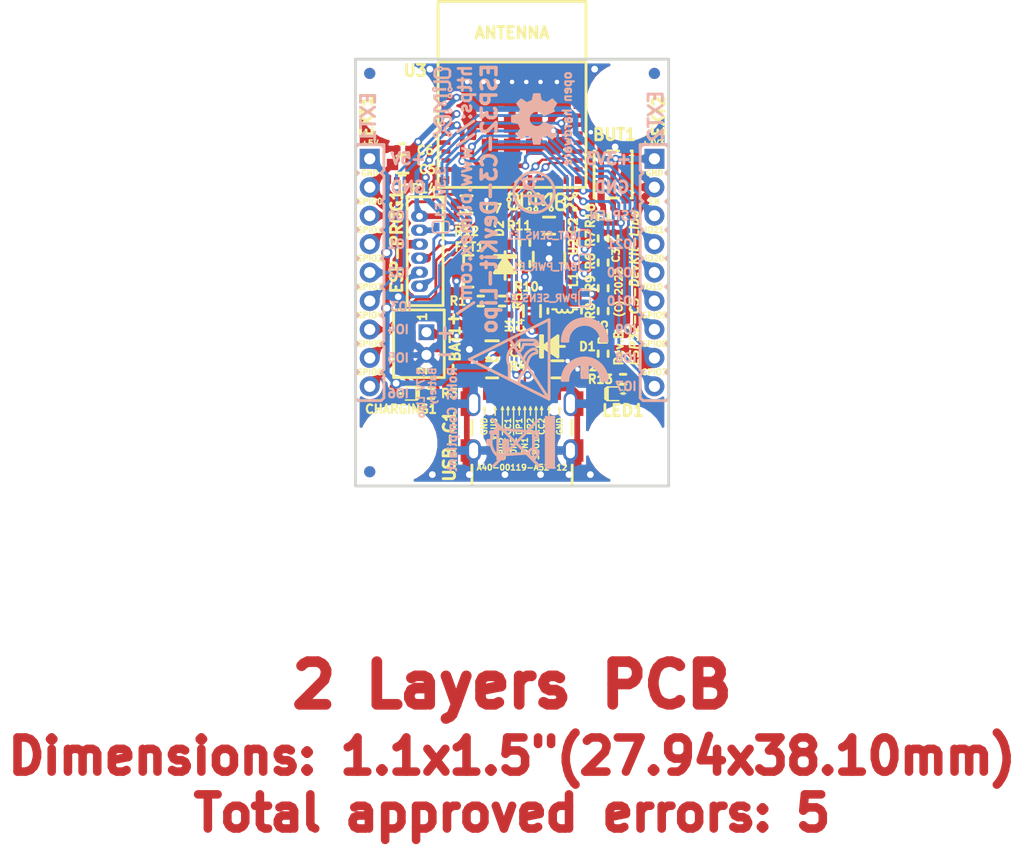
<source format=kicad_pcb>
(kicad_pcb (version 20171130) (host pcbnew 5.1.6-c6e7f7d~87~ubuntu18.04.1)
  (title_block (title ESP32-C3-DevKit-Lipo) (date 2022-09-28) (rev B) (company "OLIMEX Ltd.") (comment 1 https://www.olimex.com))
  (layers (0 F.Cu mixed) (31 B.Cu mixed) (34 B.Paste user hide) (35 F.Paste user hide) (36 B.SilkS user hide) (37 F.SilkS user) (38 B.Mask user hide) (39 F.Mask user) (44 Edge.Cuts user))
  (net 0 "")
  (net 1 +5V)
  (net 2 GND)
  (net 3 +3V3)
  (net 4 /ESP_EN)
  (net 5 "Net-(CHARGING1-Pad1)")
  (net 6 "Net-(C2-Pad1)")
  (net 7 /GPIO5)
  (net 8 /GPIO4)
  (net 9 /GPIO0)
  (net 10 /GPIO2)
  (net 11 "Net-(L1-Pad1)")
  (net 12 "Net-(R3-Pad2)")
  (net 13 "Net-(FID1-PadFid1)")
  (net 14 "Net-(FID2-PadFid1)")
  (net 15 "Net-(FID3-PadFid1)")
  (net 16 VBAT)
  (net 17 "Net-(BAT_SENS_E1-Pad1)")
  (net 18 "Net-(PWR_SENS_E1-Pad1)")
  (net 19 "Net-(BAT_PWR_E1-Pad1)")
  (net 20 "Net-(FID4-PadFid1)")
  (net 21 "Net-(3.3V_E1-Pad1)")
  (net 22 /GPIO3)
  (net 23 +5V_USB)
  (net 24 /GPIO21\U0TXD)
  (net 25 /GPIO9)
  (net 26 /GPIO20\U0RXD)
  (net 27 /GPIO6)
  (net 28 /GPIO1)
  (net 29 /GPIO10)
  (net 30 /GPIO8)
  (net 31 /GPIO7)
  (net 32 "Net-(LED1-Pad2)")
  (net 33 /CC2)
  (net 34 /CC1)
  (net 35 "Net-(R5-Pad1)")
  (net 36 "Net-(R10-Pad1)")
  (net 37 "Net-(U3-Pad24)")
  (net 38 "Net-(U3-Pad25)")
  (net 39 "Net-(U3-Pad35)")
  (net 40 "Net-(U3-Pad4)")
  (net 41 "Net-(U3-Pad7)")
  (net 42 "Net-(U3-Pad9)")
  (net 43 "Net-(U3-Pad10)")
  (net 44 "Net-(U3-Pad15)")
  (net 45 "Net-(U3-Pad17)")
  (net 46 /GPIO18\USB_D-)
  (net 47 /GPIO19\USB_D+)
  (net 48 "Net-(U3-Pad28)")
  (net 49 "Net-(U3-Pad29)")
  (net 50 "Net-(U3-Pad32)")
  (net 51 "Net-(U3-Pad33)")
  (net 52 "Net-(U3-Pad34)")
  (net 53 "Net-(USB-C1-PadA8)")
  (net 54 "Net-(USB-C1-PadB8)")
  (net 55 "Net-(FID5-PadFid1)")
  (net 56 "Net-(FID6-PadFid1)")
  (net 57 "Net-(BUT1-Pad2)")
  (module OLIMEX_RLC-FP:R_0402_5MIL_DWS (layer F.Cu) (at 151.638 93.472 90)
    (fp_text reference R7 (at 0 -1.143 270) (layer F.SilkS) (effects (font (size 0.762 0.762) (thickness 0.1905))))
    (fp_text value 470k/R0402)
    (pad 2 smd rect (at 0.508 0 90) (size 0.5 0.55) (layers F.Cu F.Paste F.Mask) (net 2 GND))
    (pad 1 smd rect (at -0.508 0 270) (size 0.5 0.55) (layers F.Cu F.Paste F.Mask) (net 17 "Net-(BAT_SENS_E1-Pad1)"))
  )
  (module OLIMEX_Signs-FP:Sign_RecycleBin_1 (layer B.Cu) (at 147.32 109.347 270)
    (fp_text reference Sign_RecycleBin_1 hide)
    (fp_text value Sign_RecycleBin_1 hide)
  )
  (module OLIMEX_Signs-FP:Sign_PB-Free (layer B.Cu) (at 145.161 89.154 90)
    (fp_text reference Sign_PB-Free)
    (fp_text value Sign_PB-Free)
    (fp_text user Pb (at -0.08636 0.33528 90) (layer B.SilkS) (effects (font (size 1.7 1.5) (thickness 0.254)) (justify mirror)))
  )
  (module OLIMEX_Signs-FP:Sign_OSHW_7.3x6.0mmn (layer B.Cu) (at 146.177 82.804 270)
    (fp_text reference Sign_OSHW_7.3x6.0mm hide)
    (fp_text value Sign_OSHW_7.3x6.0mm hide)
    (fp_text user "open hardware" (at 0 -2.25 90) (layer B.SilkS) (effects (font (size 0.762 0.762) (thickness 0.1905)) (justify mirror)))
  )
  (module OLIMEX_Signs-FP:Sign_Antistatic (layer B.Cu) (at 146.812 100.711 270)
    (fp_text reference Sign_Antistatic hide)
    (fp_text value Sign_Antistatic hide)
  )
  (module OLIMEX_Signs-FP:CE_Sign (layer B.Cu) (at 149.987 104.394 270)
    (fp_text reference Sign_CE hide)
    (fp_text value CE_Sign hide)
  )
  (module OLIMEX_Signs-FP:Logo_OLIMEX_80 (layer B.Cu) (at 137.287 81.28 270)
    (fp_text reference Logo_OLIMEX_2 hide)
    (fp_text value Logo_OLIMEX_2 hide)
  )
  (module OLIMEX_Signs-FP:Logo_OLIMEX_80 (layer F.Cu) (at 146.177 90.17)
    (fp_text reference Logo_OLIMEX_1 hide)
    (fp_text value Logo_OLIMEX_1 hide)
  )
  (module OLIMEX_Cases-FP:ESP32-­C3-­MINI­-1 (layer F.Cu) (at 143.51 83.312)
    (fp_text reference U3 (at -8.636 -4.826) (layer F.SilkS) (effects (font (size 1.016 1.016) (thickness 0.254))))
    (fp_text value ESP32-C3-MINI-1-N4)
    (fp_text user ANTENNA (at 0 -8.2) (layer F.SilkS) (effects (font (size 1.016 1.016) (thickness 0.254))))
    (pad 49 smd rect (at 0 -1.975 90) (size 1.45 1.45) (layers F.Cu F.Paste F.Mask) (net 2 GND))
    (pad 49 smd rect (at 1.975 0 90) (size 1.45 1.45) (layers F.Cu F.Paste F.Mask) (net 2 GND))
    (pad 49 smd rect (at -1.975 0 90) (size 1.45 1.45) (layers F.Cu F.Paste F.Mask) (net 2 GND))
    (pad 49 smd rect (at -1.975 -1.975 90) (size 1.45 1.45) (layers F.Cu F.Paste F.Mask) (net 2 GND))
    (pad 49 smd rect (at 1.975 -1.975 90) (size 1.45 1.45) (layers F.Cu F.Paste F.Mask) (net 2 GND))
    (pad 49 smd rect (at -1.975 1.975 90) (size 1.45 1.45) (layers F.Cu F.Paste F.Mask) (net 2 GND))
    (pad 49 smd rect (at 1.975 1.975 90) (size 1.45 1.45) (layers F.Cu F.Paste F.Mask) (net 2 GND))
    (pad 49 smd rect (at 0 0 90) (size 1.45 1.45) (layers F.Cu F.Paste F.Mask) (net 2 GND))
    (pad 49 smd rect (at 0 1.975 90) (size 1.45 1.45) (layers F.Cu F.Paste F.Mask) (net 2 GND))
    (pad 47 smd rect (at -4 -4.9) (size 0.4 0.8) (layers F.Cu F.Paste F.Mask) (net 2 GND))
    (pad 46 smd rect (at -3.2 -4.9) (size 0.4 0.8) (layers F.Cu F.Paste F.Mask) (net 2 GND))
    (pad 45 smd rect (at -2.4 -4.9) (size 0.4 0.8) (layers F.Cu F.Paste F.Mask) (net 2 GND))
    (pad 44 smd rect (at -1.6 -4.9) (size 0.4 0.8) (layers F.Cu F.Paste F.Mask) (net 2 GND))
    (pad 43 smd rect (at -0.8 -4.9) (size 0.4 0.8) (layers F.Cu F.Paste F.Mask) (net 2 GND))
    (pad 42 smd rect (at 0 -4.9) (size 0.4 0.8) (layers F.Cu F.Paste F.Mask) (net 2 GND))
    (pad 41 smd rect (at 0.8 -4.9) (size 0.4 0.8) (layers F.Cu F.Paste F.Mask) (net 2 GND))
    (pad 40 smd rect (at 1.6 -4.9) (size 0.4 0.8) (layers F.Cu F.Paste F.Mask) (net 2 GND))
    (pad 39 smd rect (at 2.4 -4.9) (size 0.4 0.8) (layers F.Cu F.Paste F.Mask) (net 2 GND))
    (pad 38 smd rect (at 3.2 -4.9) (size 0.4 0.8) (layers F.Cu F.Paste F.Mask) (net 2 GND))
    (pad 37 smd rect (at 4 -4.9) (size 0.4 0.8) (layers F.Cu F.Paste F.Mask) (net 2 GND))
    (pad 34 smd rect (at 5.9 -3.2 90) (size 0.4 0.8) (layers F.Cu F.Paste F.Mask) (net 52 "Net-(U3-Pad34)"))
    (pad 33 smd rect (at 5.9 -2.4 90) (size 0.4 0.8) (layers F.Cu F.Paste F.Mask) (net 51 "Net-(U3-Pad33)"))
    (pad 32 smd rect (at 5.9 -1.6 90) (size 0.4 0.8) (layers F.Cu F.Paste F.Mask) (net 50 "Net-(U3-Pad32)"))
    (pad 31 smd rect (at 5.9 -0.8 90) (size 0.4 0.8) (layers F.Cu F.Paste F.Mask) (net 24 /GPIO21\U0TXD))
    (pad 30 smd rect (at 5.9 0 90) (size 0.4 0.8) (layers F.Cu F.Paste F.Mask) (net 26 /GPIO20\U0RXD))
    (pad 29 smd rect (at 5.9 0.8 90) (size 0.4 0.8) (layers F.Cu F.Paste F.Mask) (net 49 "Net-(U3-Pad29)"))
    (pad 28 smd rect (at 5.9 1.6 90) (size 0.4 0.8) (layers F.Cu F.Paste F.Mask) (net 48 "Net-(U3-Pad28)"))
    (pad 27 smd rect (at 5.9 2.4 90) (size 0.4 0.8) (layers F.Cu F.Paste F.Mask) (net 47 /GPIO19\USB_D+))
    (pad 26 smd rect (at 5.9 3.2 90) (size 0.4 0.8) (layers F.Cu F.Paste F.Mask) (net 46 /GPIO18\USB_D-))
    (pad 23 smd rect (at 4 4.9) (size 0.4 0.8) (layers F.Cu F.Paste F.Mask) (net 25 /GPIO9))
    (pad 22 smd rect (at 3.2 4.9) (size 0.4 0.8) (layers F.Cu F.Paste F.Mask) (net 30 /GPIO8))
    (pad 21 smd rect (at 2.4 4.9) (size 0.4 0.8) (layers F.Cu F.Paste F.Mask) (net 31 /GPIO7))
    (pad 20 smd rect (at 1.6 4.9) (size 0.4 0.8) (layers F.Cu F.Paste F.Mask) (net 27 /GPIO6))
    (pad 19 smd rect (at 0.8 4.9) (size 0.4 0.8) (layers F.Cu F.Paste F.Mask) (net 7 /GPIO5))
    (pad 18 smd rect (at 0 4.9) (size 0.4 0.8) (layers F.Cu F.Paste F.Mask) (net 8 /GPIO4))
    (pad 17 smd rect (at -0.8 4.9) (size 0.4 0.8) (layers F.Cu F.Paste F.Mask) (net 45 "Net-(U3-Pad17)"))
    (pad 16 smd rect (at -1.6 4.9) (size 0.4 0.8) (layers F.Cu F.Paste F.Mask) (net 29 /GPIO10))
    (pad 15 smd rect (at -2.4 4.9) (size 0.4 0.8) (layers F.Cu F.Paste F.Mask) (net 44 "Net-(U3-Pad15)"))
    (pad 14 smd rect (at -3.2 4.9) (size 0.4 0.8) (layers F.Cu F.Paste F.Mask) (net 2 GND))
    (pad 13 smd rect (at -4 4.9) (size 0.4 0.8) (layers F.Cu F.Paste F.Mask) (net 28 /GPIO1))
    (pad 10 smd rect (at -5.9 3.2 90) (size 0.4 0.8) (layers F.Cu F.Paste F.Mask) (net 43 "Net-(U3-Pad10)"))
    (pad 9 smd rect (at -5.9 2.4 90) (size 0.4 0.8) (layers F.Cu F.Paste F.Mask) (net 42 "Net-(U3-Pad9)"))
    (pad 8 smd rect (at -5.9 1.6 90) (size 0.4 0.8) (layers F.Cu F.Paste F.Mask) (net 4 /ESP_EN))
    (pad 7 smd rect (at -5.9 0.8 90) (size 0.4 0.8) (layers F.Cu F.Paste F.Mask) (net 41 "Net-(U3-Pad7)"))
    (pad 6 smd rect (at -5.9 0 90) (size 0.4 0.8) (layers F.Cu F.Paste F.Mask) (net 22 /GPIO3))
    (pad 5 smd rect (at -5.9 -0.8 90) (size 0.4 0.8) (layers F.Cu F.Paste F.Mask) (net 10 /GPIO2))
    (pad 4 smd rect (at -5.9 -1.6 90) (size 0.4 0.8) (layers F.Cu F.Paste F.Mask) (net 40 "Net-(U3-Pad4)"))
    (pad 3 smd rect (at -5.9 -2.4 90) (size 0.4 0.8) (layers F.Cu F.Paste F.Mask) (net 3 +3V3))
    (pad 2 smd rect (at -5.9 -3.2 90) (size 0.4 0.8) (layers F.Cu F.Paste F.Mask) (net 2 GND))
    (pad 35 smd rect (at 5.9 -4 90) (size 0.4 0.8) (layers F.Cu F.Paste F.Mask) (net 39 "Net-(U3-Pad35)"))
    (pad 25 smd rect (at 5.9 4 90) (size 0.4 0.8) (layers F.Cu F.Paste F.Mask) (net 38 "Net-(U3-Pad25)"))
    (pad 11 smd rect (at -5.9 4 90) (size 0.4 0.8) (layers F.Cu F.Paste F.Mask) (net 2 GND))
    (pad 1 smd rect (at -5.9 -4 90) (size 0.4 0.8) (layers F.Cu F.Paste F.Mask) (net 2 GND))
    (pad 24 smd rect (at 4.8 4.9) (size 0.4 0.8) (layers F.Cu F.Paste F.Mask) (net 37 "Net-(U3-Pad24)"))
    (pad 36 smd rect (at 4.8 -4.9) (size 0.4 0.8) (layers F.Cu F.Paste F.Mask) (net 2 GND))
    (pad 53 smd rect (at -5.95 -4.95) (size 0.7 0.7) (layers F.Cu F.Paste F.Mask) (net 2 GND))
    (pad 52 smd rect (at -5.95 4.95) (size 0.7 0.7) (layers F.Cu F.Paste F.Mask) (net 2 GND))
    (pad 50 smd rect (at 5.95 -4.95) (size 0.7 0.7) (layers F.Cu F.Paste F.Mask) (net 2 GND))
    (pad 51 smd rect (at 5.95 4.95) (size 0.7 0.7) (layers F.Cu F.Paste F.Mask) (net 2 GND))
    (pad 48 smd rect (at -4.8 -4.9) (size 0.4 0.8) (layers F.Cu F.Paste F.Mask) (net 2 GND))
    (pad 12 smd rect (at -4.8 4.9) (size 0.4 0.8) (layers F.Cu F.Paste F.Mask) (net 9 /GPIO0))
  )
  (module OLIMEX_Connectors-FP:LIPO_BAT_VERTICAL_DW02S (layer F.Cu) (at 132.334 102.87 270)
    (fp_text reference BAT1 (at 0 -6.096 90) (layer F.SilkS) (effects (font (size 0.889 0.889) (thickness 0.22225))))
    (fp_text value DW02S)
    (fp_text user 1 (at -2.413 -3.175 90) (layer F.SilkS) (effects (font (size 0.762 0.762) (thickness 0.1905))))
    (fp_text user 2 (at 2.413 -3.175 90) (layer F.SilkS) (effects (font (size 0.762 0.762) (thickness 0.1905))))
    (pad 2 thru_hole circle (at 1.00076 -3.53822 270) (size 1.4 1.4) (drill 0.9) (layers *.Cu *.Mask) (net 2 GND))
    (pad 1 thru_hole rect (at -1.0287 -3.53568 270) (size 1.4 1.4) (drill 0.9) (layers *.Cu *.Mask) (net 16 VBAT))
  )
  (module OLIMEX_Jumpers-FP:SJ_1_SMALLER (layer B.Cu) (at 149.987 95.631 90)
    (fp_text reference BAT_PWR_E1 (at -0.381 -3.556 180) (layer B.SilkS) (effects (font (size 0.635 0.635) (thickness 0.15875)) (justify mirror)))
    (fp_text value Opened hide)
    (pad 2 smd rect (at 0.381 0 90) (size 0.508 0.762) (layers B.Cu B.Mask) (net 16 VBAT) (clearance 0.0508))
    (pad 1 smd rect (at -0.381 0 90) (size 0.508 0.762) (layers B.Cu B.Mask) (net 19 "Net-(BAT_PWR_E1-Pad1)") (clearance 0.0508))
  )
  (module OLIMEX_LEDs-FP:LED_0603_KA (layer F.Cu) (at 133.604 107.314999 180)
    (fp_text reference CHARGING1 (at 0 -1.397001 180) (layer F.SilkS) (effects (font (size 0.762 0.762) (thickness 0.1905))))
    (fp_text value LED/YELLOW/0603)
    (pad 1 smd rect (at -0.762 0) (size 0.8 0.8) (layers F.Cu F.Paste F.Mask) (net 5 "Net-(CHARGING1-Pad1)"))
    (pad 2 smd rect (at 0.762 0) (size 0.8 0.8) (layers F.Cu F.Paste F.Mask) (net 1 +5V))
  )
  (module OLIMEX_RLC-FP:C_0603_5MIL_DWS (layer F.Cu) (at 145.288 99.949 90)
    (fp_text reference C4 (at -1.27 -1.016 90) (layer F.SilkS) (effects (font (size 0.635 0.635) (thickness 0.15875))))
    (fp_text value 22uF/6.3V/20%/X5R/C0603)
    (pad 2 smd rect (at 0.889 0 90) (size 1.016 1.016) (layers F.Cu F.Paste F.Mask) (net 2 GND) (clearance 0.0508))
    (pad 1 smd rect (at -0.889 0 90) (size 1.016 1.016) (layers F.Cu F.Paste F.Mask) (net 3 +3V3) (clearance 0.0508))
  )
  (module OLIMEX_Transistors-FP:SOT23 (layer F.Cu) (at 139.827 96.393)
    (fp_text reference FET1 (at -0.127 -2.159) (layer F.SilkS) (effects (font (size 0.762 0.762) (thickness 0.1905))))
    (fp_text value WPM2015-3/TR)
    (pad 1 smd rect (at 1.10744 0.94996) (size 1.4 1) (layers F.Cu F.Paste F.Mask) (net 1 +5V) (clearance 0.0508))
    (pad 2 smd rect (at 1.10744 -0.9525) (size 1.4 1) (layers F.Cu F.Paste F.Mask) (net 6 "Net-(C2-Pad1)") (clearance 0.0508))
    (pad 3 smd rect (at -1.10236 0.00254) (size 1.4 1) (layers F.Cu F.Paste F.Mask) (net 16 VBAT) (clearance 0.0508))
  )
  (module OLIMEX_Other-FP:Fiducial1x3 (layer F.Cu) (at 130.81 114.3)
    (fp_text reference FID1 hide)
    (fp_text value Fiducial hide)
    (pad Fid1 connect circle (at 0 0) (size 1 1) (layers F.Cu F.Mask) (net 13 "Net-(FID1-PadFid1)") (clearance 1.016))
  )
  (module OLIMEX_Other-FP:Fiducial1x3 (layer F.Cu) (at 130.81 78.74)
    (fp_text reference FID2 hide)
    (fp_text value Fiducial hide)
    (pad Fid1 connect circle (at 0 0) (size 1 1) (layers F.Cu F.Mask) (net 14 "Net-(FID2-PadFid1)") (clearance 1.016))
  )
  (module OLIMEX_Other-FP:Fiducial1x3 (layer F.Cu) (at 156.21 78.74)
    (fp_text reference FID3 hide)
    (fp_text value Fiducial hide)
    (pad Fid1 connect circle (at 0 0) (size 1 1) (layers F.Cu F.Mask) (net 15 "Net-(FID3-PadFid1)") (clearance 1.016))
  )
  (module OLIMEX_RLC-FP:CD32 (layer F.Cu) (at 148.209 99.949 270)
    (fp_text reference L1 (at -2.794 -0.762 90) (layer F.SilkS) (effects (font (size 0.762 0.762) (thickness 0.1905))))
    (fp_text value "2.2uH/1.5A/DCR=72mR/20%/3.00x3.00x1.50mm/CD32(NR3015T2R2M)")
    (pad 2 smd rect (at 1.2 0 90) (size 1.6 3) (layers F.Cu F.Paste F.Mask) (net 3 +3V3) (clearance 0.0508))
    (pad 1 smd rect (at -1.2 0 90) (size 1.6 3) (layers F.Cu F.Paste F.Mask) (net 11 "Net-(L1-Pad1)") (clearance 0.0508))
  )
  (module OLIMEX_IC-FP:SOT-23-5 (layer F.Cu) (at 141.732 101.219 180)
    (fp_text reference U1 (at -1.524 0 90) (layer F.SilkS) (effects (font (size 0.635 0.635) (thickness 0.15875))))
    (fp_text value "BL4054B-42TPRN(SOT23-5)")
    (pad 1 smd rect (at 1.3 0.95 180) (size 1.2 0.55) (layers F.Cu F.Paste F.Mask) (net 12 "Net-(R3-Pad2)") (clearance 0.0508))
    (pad 2 smd rect (at 1.3 0 180) (size 1.2 0.55) (layers F.Cu F.Paste F.Mask) (net 2 GND) (clearance 0.0508))
    (pad 3 smd rect (at 1.3 -0.95 180) (size 1.2 0.55) (layers F.Cu F.Paste F.Mask) (net 16 VBAT) (clearance 0.0508))
    (pad 5 smd rect (at -1.3 0.95 180) (size 1.2 0.55) (layers F.Cu F.Paste F.Mask) (net 35 "Net-(R5-Pad1)") (clearance 0.0508))
    (pad 4 smd rect (at -1.3 -0.95 180) (size 1.2 0.55) (layers F.Cu F.Paste F.Mask) (net 1 +5V) (clearance 0.0508))
  )
  (module OLIMEX_Jumpers-FP:SJ_1_SMALLER (layer B.Cu) (at 149.987 93.472 90)
    (fp_text reference BAT_SENS_E1 (at 0.254 -3.81 180) (layer B.SilkS) (effects (font (size 0.635 0.635) (thickness 0.15875)) (justify mirror)))
    (fp_text value Opened hide)
    (pad 2 smd rect (at 0.381 0 90) (size 0.508 0.762) (layers B.Cu B.Mask) (net 22 /GPIO3) (clearance 0.0508))
    (pad 1 smd rect (at -0.381 0 90) (size 0.508 0.762) (layers B.Cu B.Mask) (net 17 "Net-(BAT_SENS_E1-Pad1)") (clearance 0.0508))
  )
  (module OLIMEX_Diodes-FP:SOD-123_1C-2A_KA (layer F.Cu) (at 146.939 103.124)
    (fp_text reference D1 (at 3.302 0) (layer F.SilkS) (effects (font (size 0.762 0.762) (thickness 0.1905))))
    (fp_text value 1N5819S4/SOD123)
    (pad 2 smd rect (at 1.9 0) (size 1 1.4) (layers F.Cu F.Paste F.Mask) (net 23 +5V_USB) (clearance 0.0508))
    (pad 1 smd rect (at -1.9 0) (size 1 1.4) (layers F.Cu F.Paste F.Mask) (net 1 +5V) (clearance 0.0508))
  )
  (module OLIMEX_Diodes-FP:SOD-123_1C-2A_KA (layer F.Cu) (at 142.875 95.885 270)
    (fp_text reference D2 (at -3.302 0.508 270) (layer F.SilkS) (effects (font (size 0.762 0.762) (thickness 0.1905))))
    (fp_text value 1N5819S4/SOD123)
    (pad 2 smd rect (at 1.9 0 270) (size 1 1.4) (layers F.Cu F.Paste F.Mask) (net 1 +5V) (clearance 0.0508))
    (pad 1 smd rect (at -1.9 0 270) (size 1 1.4) (layers F.Cu F.Paste F.Mask) (net 6 "Net-(C2-Pad1)") (clearance 0.0508))
  )
  (module OLIMEX_Jumpers-FP:SJ_1_SMALLER (layer B.Cu) (at 149.987 98.806 270)
    (fp_text reference PWR_SENS_E1 (at 0 3.937) (layer B.SilkS) (effects (font (size 0.635 0.635) (thickness 0.15875)) (justify mirror)))
    (fp_text value Opened hide)
    (pad 2 smd rect (at 0.381 0 270) (size 0.508 0.762) (layers B.Cu B.Mask) (net 8 /GPIO4) (clearance 0.0508))
    (pad 1 smd rect (at -0.381 0 270) (size 0.508 0.762) (layers B.Cu B.Mask) (net 18 "Net-(PWR_SENS_E1-Pad1)") (clearance 0.0508))
  )
  (module OLIMEX_RLC-FP:C_0603_5MIL_DWS (layer F.Cu) (at 141.732 103.378 180)
    (fp_text reference C1 (at -2.0955 0 90) (layer F.SilkS) (effects (font (size 0.762 0.762) (thickness 0.1905))))
    (fp_text value 22uF/6.3V/20%/X5R/C0603)
    (pad 2 smd rect (at 0.889 0 180) (size 1.016 1.016) (layers F.Cu F.Paste F.Mask) (net 2 GND) (clearance 0.0508))
    (pad 1 smd rect (at -0.889 0 180) (size 1.016 1.016) (layers F.Cu F.Paste F.Mask) (net 1 +5V) (clearance 0.0508))
  )
  (module OLIMEX_RLC-FP:C_0603_5MIL_DWS (layer F.Cu) (at 139.446 90.424)
    (fp_text reference C7 (at 2.413 0.381 180) (layer F.SilkS) (effects (font (size 0.762 0.762) (thickness 0.1905))))
    (fp_text value 1uF/10V/10%/X5R/C0603)
    (pad 2 smd rect (at 0.889 0) (size 1.016 1.016) (layers F.Cu F.Paste F.Mask) (net 2 GND) (clearance 0.0508))
    (pad 1 smd rect (at -0.889 0) (size 1.016 1.016) (layers F.Cu F.Paste F.Mask) (net 4 /ESP_EN) (clearance 0.0508))
  )
  (module OLIMEX_RLC-FP:R_0402_5MIL_DWS (layer F.Cu) (at 140.716 99.06 180)
    (fp_text reference R1 (at 2.032 0 180) (layer F.SilkS) (effects (font (size 0.762 0.762) (thickness 0.1905))))
    (fp_text value 10k/R0402)
    (pad 2 smd rect (at 0.508 0 180) (size 0.5 0.55) (layers F.Cu F.Paste F.Mask) (net 2 GND))
    (pad 1 smd rect (at -0.508 0) (size 0.5 0.55) (layers F.Cu F.Paste F.Mask) (net 1 +5V))
  )
  (module OLIMEX_RLC-FP:R_0402_5MIL_DWS (layer F.Cu) (at 136.271 107.315)
    (fp_text reference R3 (at 1.651 0) (layer F.SilkS) (effects (font (size 0.762 0.762) (thickness 0.1905))))
    (fp_text value 2.2k/R0402)
    (pad 2 smd rect (at 0.508 0) (size 0.5 0.55) (layers F.Cu F.Paste F.Mask) (net 12 "Net-(R3-Pad2)"))
    (pad 1 smd rect (at -0.508 0 180) (size 0.5 0.55) (layers F.Cu F.Paste F.Mask) (net 5 "Net-(CHARGING1-Pad1)"))
  )
  (module OLIMEX_RLC-FP:R_0402_5MIL_DWS (layer F.Cu) (at 142.621 99.06)
    (fp_text reference R5 (at 1.397 0 270) (layer F.SilkS) (effects (font (size 0.762 0.762) (thickness 0.1905))))
    (fp_text value 10k/R0402)
    (pad 2 smd rect (at 0.508 0) (size 0.5 0.55) (layers F.Cu F.Paste F.Mask) (net 2 GND))
    (pad 1 smd rect (at -0.508 0 180) (size 0.5 0.55) (layers F.Cu F.Paste F.Mask) (net 35 "Net-(R5-Pad1)"))
  )
  (module OLIMEX_RLC-FP:R_0402_5MIL_DWS (layer F.Cu) (at 151.638 95.631 90)
    (fp_text reference R6 (at 0.127 -1.143 90) (layer F.SilkS) (effects (font (size 0.762 0.762) (thickness 0.1905))))
    (fp_text value 470k/R0402)
    (pad 2 smd rect (at 0.508 0 90) (size 0.5 0.55) (layers F.Cu F.Paste F.Mask) (net 17 "Net-(BAT_SENS_E1-Pad1)"))
    (pad 1 smd rect (at -0.508 0 270) (size 0.5 0.55) (layers F.Cu F.Paste F.Mask) (net 19 "Net-(BAT_PWR_E1-Pad1)"))
  )
  (module OLIMEX_RLC-FP:R_0402_5MIL_DWS (layer F.Cu) (at 151.638 99.949 90)
    (fp_text reference R8 (at 0 -1.143 90) (layer F.SilkS) (effects (font (size 0.762 0.762) (thickness 0.1905))))
    (fp_text value 220k/R0402)
    (pad 2 smd rect (at 0.508 0 90) (size 0.5 0.55) (layers F.Cu F.Paste F.Mask) (net 18 "Net-(PWR_SENS_E1-Pad1)"))
    (pad 1 smd rect (at -0.508 0 270) (size 0.5 0.55) (layers F.Cu F.Paste F.Mask) (net 1 +5V))
  )
  (module OLIMEX_RLC-FP:R_0402_5MIL_DWS (layer F.Cu) (at 151.638 97.917 90)
    (fp_text reference R9 (at 0.4445 -1.143 270) (layer F.SilkS) (effects (font (size 0.762 0.762) (thickness 0.1905))))
    (fp_text value 470k/R0402)
    (pad 2 smd rect (at 0.508 0 90) (size 0.5 0.55) (layers F.Cu F.Paste F.Mask) (net 2 GND))
    (pad 1 smd rect (at -0.508 0 270) (size 0.5 0.55) (layers F.Cu F.Paste F.Mask) (net 18 "Net-(PWR_SENS_E1-Pad1)"))
  )
  (module OLIMEX_RLC-FP:R_0402_5MIL_DWS (layer F.Cu) (at 144.653 95.758 270)
    (fp_text reference R10 (at 2.032 -0.127) (layer F.SilkS) (effects (font (size 0.762 0.762) (thickness 0.1905))))
    (fp_text value 220k/R0402)
    (pad 2 smd rect (at 0.508 0 270) (size 0.5 0.55) (layers F.Cu F.Paste F.Mask) (net 3 +3V3))
    (pad 1 smd rect (at -0.508 0 90) (size 0.5 0.55) (layers F.Cu F.Paste F.Mask) (net 36 "Net-(R10-Pad1)"))
  )
  (module OLIMEX_RLC-FP:R_0402_5MIL_DWS (layer F.Cu) (at 144.653 93.853 90)
    (fp_text reference R11 (at 1.524 -0.508 180) (layer F.SilkS) (effects (font (size 0.762 0.762) (thickness 0.1905))))
    (fp_text value 49.9k/1%/R0402)
    (pad 2 smd rect (at 0.508 0 90) (size 0.5 0.55) (layers F.Cu F.Paste F.Mask) (net 2 GND))
    (pad 1 smd rect (at -0.508 0 270) (size 0.5 0.55) (layers F.Cu F.Paste F.Mask) (net 36 "Net-(R10-Pad1)"))
  )
  (module OLIMEX_RLC-FP:R_0402_5MIL_DWS (layer F.Cu) (at 139.065 91.694 180)
    (fp_text reference R12 (at -0.381 -1.143) (layer F.SilkS) (effects (font (size 0.762 0.762) (thickness 0.1905))))
    (fp_text value 10k/R0402)
    (pad 2 smd rect (at 0.508 0 180) (size 0.5 0.55) (layers F.Cu F.Paste F.Mask) (net 4 /ESP_EN))
    (pad 1 smd rect (at -0.508 0) (size 0.5 0.55) (layers F.Cu F.Paste F.Mask) (net 3 +3V3))
  )
  (module OLIMEX_RLC-FP:R_0402_5MIL_DWS (layer F.Cu) (at 153.416 106.045)
    (fp_text reference R13 (at -2.032 0 180) (layer F.SilkS) (effects (font (size 0.762 0.762) (thickness 0.1905))))
    (fp_text value 2.2k/R0402)
    (pad 2 smd rect (at 0.508 0) (size 0.5 0.55) (layers F.Cu F.Paste F.Mask) (net 32 "Net-(LED1-Pad2)"))
    (pad 1 smd rect (at -0.508 0 180) (size 0.5 0.55) (layers F.Cu F.Paste F.Mask) (net 3 +3V3))
  )
  (module OLIMEX_RLC-FP:R_0402_5MIL_DWS (layer F.Cu) (at 151.638 103.759 90)
    (fp_text reference R15 (at 1.905 0 270) (layer F.SilkS) (effects (font (size 0.762 0.762) (thickness 0.1905))))
    (fp_text value 33k/R0402)
    (pad 2 smd rect (at 0.508 0 90) (size 0.5 0.55) (layers F.Cu F.Paste F.Mask) (net 30 /GPIO8))
    (pad 1 smd rect (at -0.508 0 270) (size 0.5 0.55) (layers F.Cu F.Paste F.Mask) (net 3 +3V3))
  )
  (module OLIMEX_RLC-FP:C_0402_5MIL_DWS (layer F.Cu) (at 152.527 93.472 270)
    (fp_text reference C3 (at 1.524 -0.254 90) (layer F.SilkS) (effects (font (size 0.635 0.635) (thickness 0.15875))))
    (fp_text value 100nF/10V/10%/X7R/C0402)
    (pad 2 smd rect (at 0.508 0 270) (size 0.5 0.55) (layers F.Cu F.Paste F.Mask) (net 17 "Net-(BAT_SENS_E1-Pad1)"))
    (pad 1 smd rect (at -0.508 0 90) (size 0.5 0.55) (layers F.Cu F.Paste F.Mask) (net 2 GND))
  )
  (module OLIMEX_Other-FP:Fiducial1x3 (layer B.Cu) (at 130.81 114.3)
    (fp_text reference FID4 hide)
    (fp_text value Fiducial hide)
    (pad Fid1 connect circle (at 0 0) (size 1 1) (layers B.Cu B.Mask) (net 20 "Net-(FID4-PadFid1)") (clearance 1.016))
  )
  (module OLIMEX_Jumpers-FP:SJ_1_SMALLER (layer B.Cu) (at 137.16 92.456)
    (fp_text reference 3.3V_E1 (at 0 -3.048 270) (layer B.SilkS) (effects (font (size 0.8 0.8) (thickness 0.2)) (justify mirror)))
    (fp_text value Opened hide)
    (pad 1 smd rect (at -0.381 0) (size 0.508 0.762) (layers B.Cu B.Mask) (net 21 "Net-(3.3V_E1-Pad1)") (clearance 0.0508))
    (pad 2 smd rect (at 0.381 0) (size 0.508 0.762) (layers B.Cu B.Mask) (net 3 +3V3) (clearance 0.0508))
  )
  (module OLIMEX_RLC-FP:C_0603_5MIL_DWS (layer F.Cu) (at 146.812 92.329001 180)
    (fp_text reference C2 (at -2.159 0.000001 90) (layer F.SilkS) (effects (font (size 0.762 0.762) (thickness 0.1905))))
    (fp_text value 22uF/6.3V/20%/X5R/C0603)
    (pad 2 smd rect (at 0.889 0 180) (size 1.016 1.016) (layers F.Cu F.Paste F.Mask) (net 2 GND) (clearance 0.0508))
    (pad 1 smd rect (at -0.889 0 180) (size 1.016 1.016) (layers F.Cu F.Paste F.Mask) (net 6 "Net-(C2-Pad1)") (clearance 0.0508))
  )
  (module OLIMEX_RLC-FP:C_0603_5MIL_DWS (layer F.Cu) (at 133.731 86.868 180)
    (fp_text reference C5 (at -2.2225 -0.4445) (layer F.SilkS) (effects (font (size 0.762 0.762) (thickness 0.1905))))
    (fp_text value 22uF/6.3V/20%/X5R/C0603)
    (pad 1 smd rect (at -0.889 0 180) (size 1.016 1.016) (layers F.Cu F.Paste F.Mask) (net 3 +3V3) (clearance 0.0508))
    (pad 2 smd rect (at 0.889 0 180) (size 1.016 1.016) (layers F.Cu F.Paste F.Mask) (net 2 GND) (clearance 0.0508))
  )
  (module OLIMEX_RLC-FP:C_0402_5MIL_DWS (layer F.Cu) (at 133.731 85.471 180)
    (fp_text reference C6 (at -2.032 -0.127) (layer F.SilkS) (effects (font (size 0.762 0.762) (thickness 0.1905))))
    (fp_text value 100nF/10V/10%/X7R/C0402)
    (pad 1 smd rect (at -0.508 0) (size 0.5 0.55) (layers F.Cu F.Paste F.Mask) (net 3 +3V3))
    (pad 2 smd rect (at 0.508 0 180) (size 0.5 0.55) (layers F.Cu F.Paste F.Mask) (net 2 GND))
  )
  (module OLIMEX_Connectors-FP:WU06S (layer F.Cu) (at 135.255 94.615 90)
    (fp_text reference ESP-PROG1 (at 0.889 -2.032 90) (layer F.SilkS) (effects (font (size 1.016 1.016) (thickness 0.254))))
    (fp_text value WU06S)
    (pad 1 thru_hole oval (at -3.125 0 90) (size 1 1.5) (drill 0.6) (layers *.Cu *.Mask) (net 24 /GPIO21\U0TXD))
    (pad 2 thru_hole oval (at -1.875 0 90) (size 1 1.5) (drill 0.6) (layers *.Cu *.Mask) (net 25 /GPIO9))
    (pad 3 thru_hole oval (at -0.625 0 90) (size 1 1.5) (drill 0.6) (layers *.Cu *.Mask) (net 26 /GPIO20\U0RXD))
    (pad 4 thru_hole oval (at 0.625 0 90) (size 1 1.5) (drill 0.6) (layers *.Cu *.Mask) (net 2 GND))
    (pad 5 thru_hole oval (at 1.875 0 90) (size 1 1.5) (drill 0.6) (layers *.Cu *.Mask) (net 21 "Net-(3.3V_E1-Pad1)"))
    (pad 6 thru_hole oval (at 3.125 0 90) (size 1 1.5) (drill 0.6) (layers *.Cu *.Mask) (net 4 /ESP_EN))
  )
  (module OLIMEX_Connectors-FP:HN1x9 (layer B.Cu) (at 130.81 96.52 270)
    (fp_text reference EXT1 (at -13.843 0.127 90) (layer B.SilkS) (effects (font (size 1.27 1.27) (thickness 0.254)) (justify mirror)))
    (fp_text value HN1x9)
    (pad 9 thru_hole circle (at 10.16 0 270) (size 1.778 1.778) (drill 1) (layers *.Cu *.Mask) (net 27 /GPIO6))
    (pad 7 thru_hole circle (at 5.08 0 270) (size 1.778 1.778) (drill 1) (layers *.Cu *.Mask) (net 8 /GPIO4))
    (pad 8 thru_hole circle (at 7.62 0 270) (size 1.778 1.778) (drill 1) (layers *.Cu *.Mask) (net 7 /GPIO5))
    (pad 6 thru_hole circle (at 2.54 0 270) (size 1.778 1.778) (drill 1) (layers *.Cu *.Mask) (net 22 /GPIO3))
    (pad 5 thru_hole circle (at 0 0 270) (size 1.778 1.778) (drill 1) (layers *.Cu *.Mask) (net 10 /GPIO2))
    (pad 1 thru_hole rect (at -10.16 0 270) (size 1.778 1.778) (drill 1) (layers *.Cu *.Mask) (net 1 +5V))
    (pad 2 thru_hole circle (at -7.62 0 270) (size 1.778 1.778) (drill 1) (layers *.Cu *.Mask) (net 2 GND))
    (pad 3 thru_hole circle (at -5.08 0 270) (size 1.778 1.778) (drill 1) (layers *.Cu *.Mask) (net 9 /GPIO0))
    (pad 4 thru_hole circle (at -2.54 0 270) (size 1.778 1.778) (drill 1) (layers *.Cu *.Mask) (net 28 /GPIO1))
  )
  (module OLIMEX_Connectors-FP:HN1x9 (layer B.Cu) (at 156.21 96.52 270)
    (fp_text reference EXT2 (at -13.97 -0.127 90) (layer B.SilkS) (effects (font (size 1.27 1.27) (thickness 0.254)) (justify mirror)))
    (fp_text value HN1x9)
    (pad 4 thru_hole circle (at -2.54 0 270) (size 1.778 1.778) (drill 1) (layers *.Cu *.Mask) (net 24 /GPIO21\U0TXD))
    (pad 3 thru_hole circle (at -5.08 0 270) (size 1.778 1.778) (drill 1) (layers *.Cu *.Mask) (net 4 /ESP_EN))
    (pad 2 thru_hole circle (at -7.62 0 270) (size 1.778 1.778) (drill 1) (layers *.Cu *.Mask) (net 2 GND))
    (pad 1 thru_hole rect (at -10.16 0 270) (size 1.778 1.778) (drill 1) (layers *.Cu *.Mask) (net 3 +3V3))
    (pad 5 thru_hole circle (at 0 0 270) (size 1.778 1.778) (drill 1) (layers *.Cu *.Mask) (net 26 /GPIO20\U0RXD))
    (pad 6 thru_hole circle (at 2.54 0 270) (size 1.778 1.778) (drill 1) (layers *.Cu *.Mask) (net 29 /GPIO10))
    (pad 8 thru_hole circle (at 7.62 0 270) (size 1.778 1.778) (drill 1) (layers *.Cu *.Mask) (net 30 /GPIO8))
    (pad 7 thru_hole circle (at 5.08 0 270) (size 1.778 1.778) (drill 1) (layers *.Cu *.Mask) (net 25 /GPIO9))
    (pad 9 thru_hole circle (at 10.16 0 270) (size 1.778 1.778) (drill 1) (layers *.Cu *.Mask) (net 31 /GPIO7))
  )
  (module OLIMEX_LEDs-FP:LED_0603_KA (layer F.Cu) (at 153.416 107.315)
    (fp_text reference LED1 (at 0 1.524) (layer F.SilkS) (effects (font (size 1.016 1.016) (thickness 0.254))))
    (fp_text value LED/Green/0603)
    (pad 2 smd rect (at 0.762 0 180) (size 0.8 0.8) (layers F.Cu F.Paste F.Mask) (net 32 "Net-(LED1-Pad2)"))
    (pad 1 smd rect (at -0.762 0 180) (size 0.8 0.8) (layers F.Cu F.Paste F.Mask) (net 30 /GPIO8))
  )
  (module OLIMEX_Other-FP:Mounting_Hole_Drill-3.3mm_Clerance-7mm (layer F.Cu) (at 133.35 111.76)
    (fp_text reference MH1 hide)
    (fp_text value Mounting_Hole_NPTH hide)
    (pad "" np_thru_hole circle (at 0 0) (size 3.300001 3.300001) (drill 3.300001) (layers *.Cu *.Mask) (clearance 1.85))
  )
  (module OLIMEX_Other-FP:Mounting_Hole_Drill-3.3mm_Clerance-7mm (layer F.Cu) (at 153.67 111.76)
    (fp_text reference MH2 hide)
    (fp_text value Mounting_Hole_NPTH hide)
    (pad "" np_thru_hole circle (at 0 0) (size 3.300001 3.300001) (drill 3.300001) (layers *.Cu *.Mask) (clearance 1.85))
  )
  (module OLIMEX_Other-FP:Mounting_Hole_Drill-3.3mm_Clerance-7mm (layer F.Cu) (at 153.67 81.28)
    (fp_text reference MH3 hide)
    (fp_text value Mounting_Hole_NPTH hide)
    (pad "" np_thru_hole circle (at 0 0) (size 3.300001 3.300001) (drill 3.300001) (layers *.Cu *.Mask) (clearance 1.85))
  )
  (module OLIMEX_Other-FP:Mounting_Hole_Drill-3.3mm_Clerance-7mm (layer F.Cu) (at 133.35 81.28)
    (fp_text reference MH4 hide)
    (fp_text value Mounting_Hole_NPTH hide)
    (pad "" np_thru_hole circle (at 0 0) (size 3.300001 3.300001) (drill 3.300001) (layers *.Cu *.Mask) (clearance 1.85))
  )
  (module OLIMEX_RLC-FP:R_0603_5MIL_DWS (layer F.Cu) (at 147.574 105.156 180)
    (fp_text reference R2 (at -2.794 0.254) (layer F.SilkS) (effects (font (size 0.762 0.762) (thickness 0.1905))))
    (fp_text value 5.1k/R0603)
    (pad 1 smd rect (at -0.889 0 180) (size 1.016 1.016) (layers F.Cu F.Paste F.Mask) (net 2 GND))
    (pad 2 smd rect (at 0.889 0 180) (size 1.016 1.016) (layers F.Cu F.Paste F.Mask) (net 33 /CC2))
  )
  (module OLIMEX_RLC-FP:R_0603_5MIL_DWS (layer F.Cu) (at 141.732 105.156)
    (fp_text reference R4 (at 2.286 -0.254) (layer F.SilkS) (effects (font (size 0.762 0.762) (thickness 0.1905))))
    (fp_text value 5.1k/R0603)
    (pad 2 smd rect (at 0.889 0) (size 1.016 1.016) (layers F.Cu F.Paste F.Mask) (net 34 /CC1))
    (pad 1 smd rect (at -0.889 0) (size 1.016 1.016) (layers F.Cu F.Paste F.Mask) (net 2 GND))
  )
  (module OLIMEX_RLC-FP:R_0402_5MIL_DWS (layer F.Cu) (at 133.731 88.265 180)
    (fp_text reference R14 (at -1.905 -0.762) (layer F.SilkS) (effects (font (size 0.762 0.762) (thickness 0.1905))))
    (fp_text value 33k/R0402)
    (pad 1 smd rect (at -0.508 0) (size 0.5 0.55) (layers F.Cu F.Paste F.Mask) (net 3 +3V3))
    (pad 2 smd rect (at 0.508 0 180) (size 0.5 0.55) (layers F.Cu F.Paste F.Mask) (net 10 /GPIO2))
  )
  (module OLIMEX_Buttons-FP:YTS-A016-X (layer F.Cu) (at 152.527 87.757 270)
    (fp_text reference BUT1 (at -3.556 -0.127 180) (layer F.SilkS) (effects (font (size 1.016 1.016) (thickness 0.254))))
    (fp_text value YTS-A016-X hide)
    (pad 2 smd rect (at 2.075 1.075 270) (size 1.05 0.65) (layers F.Cu F.Paste F.Mask) (net 57 "Net-(BUT1-Pad2)"))
    (pad 2 smd rect (at -2.075 1.075 270) (size 1.05 0.65) (layers F.Cu F.Paste F.Mask) (net 57 "Net-(BUT1-Pad2)"))
    (pad 1 smd rect (at 2.075 -1.075 270) (size 1.05 0.65) (layers F.Cu F.Paste F.Mask) (net 2 GND))
    (pad 1 smd rect (at -2.075 -1.075 270) (size 1.05 0.65) (layers F.Cu F.Paste F.Mask) (net 2 GND))
  )
  (module OLIMEX_Regulators-FP:SOT-23-5 (layer F.Cu) (at 146.812 95.249999 270)
    (fp_text reference U2 (at -1.015999 -2.159 90) (layer F.SilkS) (effects (font (size 0.762 0.762) (thickness 0.1905))))
    (fp_text value "SY8089AAAC(SOT23-5)")
    (pad 4 smd rect (at -1.3 -0.95 270) (size 1.2 0.55) (layers F.Cu F.Paste F.Mask) (net 6 "Net-(C2-Pad1)") (clearance 0.0508))
    (pad 5 smd rect (at -1.3 0.95 270) (size 1.2 0.55) (layers F.Cu F.Paste F.Mask) (net 36 "Net-(R10-Pad1)") (clearance 0.0508))
    (pad 3 smd rect (at 1.3 -0.95 270) (size 1.2 0.55) (layers F.Cu F.Paste F.Mask) (net 11 "Net-(L1-Pad1)") (clearance 0.0508))
    (pad 2 smd rect (at 1.3 0 270) (size 1.2 0.55) (layers F.Cu F.Paste F.Mask) (net 2 GND) (clearance 0.0508))
    (pad 1 smd rect (at 1.3 0.95 270) (size 1.2 0.55) (layers F.Cu F.Paste F.Mask) (net 6 "Net-(C2-Pad1)") (clearance 0.0508))
  )
  (module "OLIMEX_Connectors-FP:USB2.0_TYPE-C(A40-00119-A52-12)" (layer F.Cu) (at 144.399 111.252 270)
    (fp_text reference USB-C1 (at 0.762 6.477 270) (layer F.SilkS) (effects (font (size 1.016 1.016) (thickness 0.254))))
    (fp_text value "USB-C-16P-F(A40-00119-A52-12)")
    (fp_text user A40-00119-A52-12 (at 2.667 0) (layer F.SilkS) (effects (font (size 0.508 0.508) (thickness 0.127))))
    (fp_text user GND (at -1 3.3655 90) (layer F.SilkS) (effects (font (size 0.508 0.508) (thickness 0.127))))
    (fp_text user VBUS (at -0.75 2.5 90) (layer F.SilkS) (effects (font (size 0.508 0.508) (thickness 0.127))))
    (fp_text user SBU2 (at 1 1.75 90) (layer F.SilkS) (effects (font (size 0.508 0.508) (thickness 0.127))))
    (fp_text user CC1 (at -1 1.25 90) (layer F.SilkS) (effects (font (size 0.508 0.508) (thickness 0.127))))
    (fp_text user DN2 (at 0.75 0.75 90) (layer F.SilkS) (effects (font (size 0.508 0.508) (thickness 0.127))))
    (fp_text user DP1 (at -1 0.25 90) (layer F.SilkS) (effects (font (size 0.508 0.508) (thickness 0.127))))
    (fp_text user DN1 (at 0.75 -0.25 90) (layer F.SilkS) (effects (font (size 0.508 0.508) (thickness 0.127))))
    (fp_text user DP2 (at -1 -0.75 90) (layer F.SilkS) (effects (font (size 0.508 0.508) (thickness 0.127))))
    (fp_text user SBU1 (at 1 -1.25 90) (layer F.SilkS) (effects (font (size 0.508 0.508) (thickness 0.127))))
    (fp_text user CC2 (at -1 -1.75 90) (layer F.SilkS) (effects (font (size 0.508 0.508) (thickness 0.127))))
    (fp_text user VBUS (at -0.75 -2.5 90) (layer F.SilkS) (effects (font (size 0.508 0.508) (thickness 0.127))))
    (fp_text user GND (at -1 -3.3655 90) (layer F.SilkS) (effects (font (size 0.508 0.508) (thickness 0.127))))
    (pad A12 smd rect (at -3.932 -3.325) (size 0.3 1.15) (layers F.Cu F.Paste F.Mask) (net 2 GND))
    (pad A1 smd rect (at -3.932 3.325) (size 0.3 1.15) (layers F.Cu F.Paste F.Mask) (net 2 GND))
    (pad B1 smd rect (at -3.932 -3.075) (size 0.3 1.15) (layers F.Cu F.Paste F.Mask) (net 2 GND))
    (pad B12 smd rect (at -3.932 3.075) (size 0.3 1.15) (layers F.Cu F.Paste F.Mask) (net 2 GND))
    (pad A9 smd rect (at -3.932 -2.525) (size 0.3 1.15) (layers F.Cu F.Paste F.Mask) (net 23 +5V_USB))
    (pad A4 smd rect (at -3.932 2.525) (size 0.3 1.15) (layers F.Cu F.Paste F.Mask) (net 23 +5V_USB))
    (pad B4 smd rect (at -3.932 -2.275) (size 0.3 1.15) (layers F.Cu F.Paste F.Mask) (net 23 +5V_USB))
    (pad B9 smd rect (at -3.932 2.275) (size 0.3 1.15) (layers F.Cu F.Paste F.Mask) (net 23 +5V_USB))
    (pad 0 thru_hole oval (at -3.03 4.32) (size 1.2 2.2) (drill oval 0.8 1.7) (layers *.Cu *.Mask) (net 2 GND))
    (pad "" np_thru_hole circle (at -2.53 2.89) (size 0.6 0.6) (drill 0.6) (layers *.Cu *.Mask))
    (pad 0 thru_hole oval (at 1.15 4.32) (size 1.3 2) (drill oval 0.8 1.4) (layers *.Cu *.Mask) (net 2 GND))
    (pad 0 thru_hole oval (at 1.15 -4.32) (size 1.3 2) (drill oval 0.8 1.4) (layers *.Cu *.Mask) (net 2 GND))
    (pad 0 thru_hole oval (at -3.03 -4.32) (size 1.2 2.2) (drill oval 0.8 1.7) (layers *.Cu *.Mask) (net 2 GND))
    (pad A6 smd rect (at -3.932 0.25) (size 0.25 1.15) (layers F.Cu F.Paste F.Mask) (net 47 /GPIO19\USB_D+))
    (pad B6 smd rect (at -3.932 -0.75) (size 0.25 1.15) (layers F.Cu F.Paste F.Mask) (net 47 /GPIO19\USB_D+))
    (pad A8 smd rect (at -3.932 -1.25) (size 0.25 1.15) (layers F.Cu F.Paste F.Mask) (net 53 "Net-(USB-C1-PadA8)"))
    (pad A7 smd rect (at -3.932 -0.25) (size 0.25 1.15) (layers F.Cu F.Paste F.Mask) (net 46 /GPIO18\USB_D-))
    (pad B5 smd rect (at -3.932 -1.75) (size 0.25 1.15) (layers F.Cu F.Paste F.Mask) (net 33 /CC2))
    (pad B7 smd rect (at -3.932 0.75) (size 0.25 1.15) (layers F.Cu F.Paste F.Mask) (net 46 /GPIO18\USB_D-))
    (pad A5 smd rect (at -3.932 1.25) (size 0.25 1.15) (layers F.Cu F.Paste F.Mask) (net 34 /CC1))
    (pad B8 smd rect (at -3.932 1.75) (size 0.25 1.15) (layers F.Cu F.Paste F.Mask) (net 54 "Net-(USB-C1-PadB8)"))
    (pad "" np_thru_hole circle (at -2.53 -2.89) (size 0.6 0.6) (drill 0.6) (layers *.Cu *.Mask))
    (pad 0 connect rect (at -3.03 4.9276) (size 1.1 2.2) (layers F.Cu F.Mask) (net 2 GND))
    (pad 0 connect rect (at 1.15 4.9276) (size 1.1 2) (layers F.Cu F.Mask) (net 2 GND))
    (pad 0 connect rect (at -3.03 -4.9276) (size 1.1 2.2) (layers F.Cu F.Mask) (net 2 GND))
    (pad 0 connect rect (at 1.15 -4.9276) (size 1.1 2) (layers F.Cu F.Mask) (net 2 GND))
  )
  (module OLIMEX_Other-FP:Fiducial1x3 (layer B.Cu) (at 130.81 78.74)
    (fp_text reference FID5 hide)
    (fp_text value Fiducial hide)
    (pad Fid1 connect circle (at 0 0) (size 1 1) (layers B.Cu B.Mask) (net 55 "Net-(FID5-PadFid1)") (clearance 1.016))
  )
  (module OLIMEX_Other-FP:Fiducial1x3 (layer B.Cu) (at 156.21 78.74)
    (fp_text reference FID6 hide)
    (fp_text value Fiducial hide)
    (pad Fid1 connect circle (at 0 0) (size 1 1) (layers B.Cu B.Mask) (net 56 "Net-(FID6-PadFid1)") (clearance 1.016))
  )
  (module OLIMEX_RLC-FP:R_0402_5MIL_DWS (layer F.Cu) (at 151.638 91.567 90)
    (fp_text reference R16 (at 0.127 -1.143 90) (layer F.SilkS) (effects (font (size 0.762 0.762) (thickness 0.1905))))
    (fp_text value 100R/R0402)
    (pad 1 smd rect (at -0.508 0 270) (size 0.5 0.55) (layers F.Cu F.Paste F.Mask) (net 25 /GPIO9))
    (pad 2 smd rect (at 0.508 0 90) (size 0.5 0.55) (layers F.Cu F.Paste F.Mask) (net 57 "Net-(BUT1-Pad2)"))
  )
  (gr_text "Total approved errors: 5" (at 143.51 144.78) (layer F.Cu) (effects (font (size 3.048 3.048) (thickness 0.762))))
  (gr_text +3V3 (at 152.0825 86.36) (layer B.SilkS) (effects (font (size 1.016 1.016) (thickness 0.254)) (justify mirror)))
  (gr_text GND (at 152.4 88.9) (layer B.SilkS) (effects (font (size 1.016 1.016) (thickness 0.254)) (justify mirror)))
  (gr_text ESP_EN (at 152.527 91.44) (layer B.SilkS) (effects (font (size 0.762 0.762) (thickness 0.1905)) (justify mirror)))
  (gr_text IO21 (at 153.289 93.98) (layer B.SilkS) (effects (font (size 0.762 0.762) (thickness 0.1905)) (justify mirror)))
  (gr_text IO20 (at 153.289 96.52) (layer B.SilkS) (effects (font (size 0.762 0.762) (thickness 0.1905)) (justify mirror)))
  (gr_text IO10 (at 153.289 99.06) (layer B.SilkS) (effects (font (size 0.762 0.762) (thickness 0.1905)) (justify mirror)))
  (gr_text IO9 (at 153.67 101.6) (layer B.SilkS) (effects (font (size 0.762 0.762) (thickness 0.1905)) (justify mirror)))
  (gr_text IO8 (at 153.67 104.14) (layer B.SilkS) (effects (font (size 0.762 0.762) (thickness 0.1905)) (justify mirror)))
  (gr_text IO7 (at 153.67 106.68) (layer B.SilkS) (effects (font (size 0.762 0.762) (thickness 0.1905)) (justify mirror)))
  (gr_text - (at 137.541 103.759) (layer B.SilkS) (effects (font (size 1.27 1.27) (thickness 0.254)) (justify mirror)))
  (gr_text IO6 (at 133.35 107.315) (layer B.SilkS) (effects (font (size 0.762 0.762) (thickness 0.1905)) (justify mirror)))
  (gr_text IO5 (at 133.35 104.14) (layer B.SilkS) (effects (font (size 0.762 0.762) (thickness 0.1905)) (justify mirror)))
  (gr_text IO4 (at 133.35 101.6) (layer B.SilkS) (effects (font (size 0.762 0.762) (thickness 0.1905)) (justify mirror)))
  (gr_text IO3 (at 133.604 99.568) (layer B.SilkS) (effects (font (size 0.762 0.762) (thickness 0.1905)) (justify mirror)))
  (gr_text IO2 (at 133.35 96.52) (layer B.SilkS) (effects (font (size 0.762 0.762) (thickness 0.1905)) (justify mirror)))
  (gr_text IO1 (at 133.35 93.98) (layer B.SilkS) (effects (font (size 0.762 0.762) (thickness 0.1905)) (justify mirror)))
  (gr_text https://www.olimex.com/ (at 139.319 89.154 90) (layer B.SilkS) (effects (font (size 1.143 1.143) (thickness 0.254)) (justify mirror)))
  (gr_text IO0 (at 133.35 91.44) (layer B.SilkS) (effects (font (size 0.762 0.762) (thickness 0.1905)) (justify mirror)))
  (gr_text GND (at 134.239 88.9) (layer B.SilkS) (effects (font (size 1.016 1.016) (thickness 0.254)) (justify mirror)))
  (gr_text IO21 (at 156.21 92.71) (layer F.SilkS) (effects (font (size 0.508 0.508) (thickness 0.127))))
  (gr_text IO20 (at 156.21 95.25) (layer F.SilkS) (effects (font (size 0.508 0.508) (thickness 0.127))))
  (gr_text +5V (at 130.81 84.963) (layer F.SilkS) (effects (font (size 0.508 0.508) (thickness 0.127))))
  (gr_text "(C) 2022" (at 153.035 98.298 90) (layer F.SilkS) (effects (font (size 0.635 0.635) (thickness 0.15875))))
  (gr_line (start 129.54 115.57) (end 157.48 115.57) (layer Edge.Cuts) (width 0.254))
  (gr_line (start 129.54 77.47) (end 129.54 115.57) (layer Edge.Cuts) (width 0.254))
  (gr_line (start 157.48 77.47) (end 129.54 77.47) (layer Edge.Cuts) (width 0.254))
  (gr_line (start 157.48 115.57) (end 157.48 77.47) (layer Edge.Cuts) (width 0.254))
  (gr_text + (at 137.541 101.854) (layer B.SilkS) (effects (font (size 1.27 1.27) (thickness 0.254)) (justify mirror)))
  (gr_text + (at 138.303 100.584) (layer F.SilkS) (effects (font (size 1.016 1.016) (thickness 0.254))))
  (gr_text - (at 138.176 105.156 90) (layer F.SilkS) (effects (font (size 1.016 1.016) (thickness 0.254))))
  (gr_text "3.7V Lipo\nBattery" (at 135.89 104.902 90) (layer B.SilkS) (effects (font (size 0.635 0.635) (thickness 0.15875)) (justify left mirror)))
  (gr_text "RoHS Compliant" (at 138.176 109.601 90) (layer B.SilkS) (effects (font (size 0.762 0.762) (thickness 0.1905)) (justify mirror)))
  (gr_text +5V (at 134.239 86.36) (layer B.SilkS) (effects (font (size 1.016 1.016) (thickness 0.254)) (justify mirror)))
  (gr_text EXT2 (at 156.591 82.55 90) (layer F.SilkS) (effects (font (size 1.016 1.016) (thickness 0.254))))
  (gr_text EXT1 (at 130.556 82.55 90) (layer F.SilkS) (effects (font (size 1.016 1.016) (thickness 0.254))))
  (gr_text GPIO6 (at 130.81 105.41) (layer F.SilkS) (effects (font (size 0.508 0.508) (thickness 0.127))))
  (gr_text GPIO7 (at 156.21 105.41) (layer F.SilkS) (effects (font (size 0.508 0.508) (thickness 0.127))))
  (gr_text GPIO8 (at 156.21 102.87) (layer F.SilkS) (effects (font (size 0.508 0.508) (thickness 0.127))))
  (gr_text GPIO2 (at 130.81 95.25) (layer F.SilkS) (effects (font (size 0.508 0.508) (thickness 0.127))))
  (gr_text GPIO0 (at 130.81 90.17) (layer F.SilkS) (effects (font (size 0.508 0.508) (thickness 0.127))))
  (gr_text GPIO4 (at 130.81 100.33) (layer F.SilkS) (effects (font (size 0.508 0.508) (thickness 0.127))))
  (gr_text GPIO5 (at 130.81 102.87) (layer F.SilkS) (effects (font (size 0.508 0.508) (thickness 0.127))))
  (gr_text GND (at 156.21 87.63) (layer F.SilkS) (effects (font (size 0.508 0.508) (thickness 0.127))))
  (gr_text GPIO3 (at 130.81 97.79) (layer F.SilkS) (effects (font (size 0.508 0.508) (thickness 0.127))))
  (gr_text GPIO1 (at 130.81 92.71) (layer F.SilkS) (effects (font (size 0.508 0.508) (thickness 0.127))))
  (gr_text Rev.B (at 153.035 103.251 90) (layer F.SilkS) (effects (font (size 0.762 0.762) (thickness 0.1905))))
  (gr_text GND (at 130.81 87.63) (layer F.SilkS) (effects (font (size 0.508 0.508) (thickness 0.127))))
  (gr_text IO10 (at 156.083 97.79) (layer F.SilkS) (effects (font (size 0.508 0.508) (thickness 0.127))))
  (gr_text GPIO9 (at 156.21 100.33) (layer F.SilkS) (effects (font (size 0.508 0.508) (thickness 0.127))))
  (gr_text EN (at 156.21 90.17) (layer F.SilkS) (effects (font (size 0.508 0.508) (thickness 0.127))))
  (gr_text +3V3 (at 156.083 84.963) (layer F.SilkS) (effects (font (size 0.508 0.508) (thickness 0.127))))
  (gr_text ESP32-C3-DevKit-Lipo (at 141.478 89.916 90) (layer B.SilkS) (effects (font (size 1.3208 1.3208) (thickness 0.3175)) (justify mirror)))
  (gr_text ESP32-C3-DevKit-Lipo (at 154.432 97.917 90) (layer F.SilkS) (effects (font (size 0.762 0.762) (thickness 0.1905) italic)))
  (gr_text "Dimensions: 1.1x1.5\"(27.94x38.10mm)" (at 143.51 139.7) (layer F.Cu) (effects (font (size 3.048 3.048) (thickness 0.762))))
  (gr_text "2 Layers PCB" (at 143.51 133.35) (layer F.Cu) (effects (font (size 3.81 3.81) (thickness 0.9525))))
  (segment (start 142.621 103.378) (end 144.78 103.378) (width 0.508) (layer F.Cu) (net 1))
  (segment (start 144.78 103.378) (end 145.034 103.124) (width 0.508) (layer F.Cu) (net 1))
  (segment (start 143.032 102.169) (end 142.814 102.169) (width 0.508) (layer F.Cu) (net 1))
  (segment (start 142.814 102.169) (end 142.621 102.362) (width 0.508) (layer F.Cu) (net 1))
  (segment (start 142.621 102.362) (end 142.621 102.616) (width 0.508) (layer F.Cu) (net 1))
  (segment (start 142.621 102.616) (end 142.621 103.378) (width 0.508) (layer F.Cu) (net 1))
  (segment (start 141.224 97.63252) (end 141.224 98.171) (width 0.508) (layer F.Cu) (net 1))
  (segment (start 140.93444 97.34296) (end 141.224 97.63252) (width 0.508) (layer F.Cu) (net 1))
  (segment (start 142.875 97.785) (end 141.229 97.785) (width 0.508) (layer F.Cu) (net 1))
  (segment (start 141.229 97.785) (end 141.224 97.79) (width 0.508) (layer F.Cu) (net 1))
  (segment (start 145.039 102.875) (end 145.039 103.124) (width 0.508) (layer F.Cu) (net 1))
  (segment (start 144.333 102.169) (end 145.039 102.875) (width 0.508) (layer F.Cu) (net 1))
  (via (at 132.334 94.742) (size 1) (drill 0.6) (layers F.Cu B.Cu) (net 1))
  (segment (start 132.334028 94.741972) (end 132.334 94.742) (width 0.508) (layer B.Cu) (net 1))
  (segment (start 130.81 86.36) (end 132.334028 87.884028) (width 0.508) (layer B.Cu) (net 1))
  (segment (start 132.334028 87.884028) (end 132.334028 94.741972) (width 0.508) (layer B.Cu) (net 1))
  (segment (start 132.842 106.723981) (end 133.16421 106.401771) (width 0.508) (layer F.Cu) (net 1))
  (via (at 133.16421 106.401771) (size 1) (drill 0.6) (layers F.Cu B.Cu) (net 1))
  (segment (start 132.842 107.315) (end 132.842 106.723981) (width 0.508) (layer F.Cu) (net 1))
  (segment (start 141.737 97.785) (end 141.224 98.298) (width 0.508) (layer F.Cu) (net 1))
  (segment (start 142.875 97.785) (end 141.737 97.785) (width 0.508) (layer F.Cu) (net 1))
  (segment (start 141.224 99.06) (end 141.224 98.298) (width 0.508) (layer F.Cu) (net 1))
  (segment (start 141.224 98.298) (end 141.224 98.171) (width 0.508) (layer F.Cu) (net 1))
  (segment (start 142.875 97.785) (end 142.362 97.785) (width 0.508) (layer F.Cu) (net 1))
  (segment (start 142.362 97.785) (end 141.859 97.282) (width 0.508) (layer F.Cu) (net 1))
  (segment (start 141.859 97.282) (end 141.097 97.282) (width 0.508) (layer F.Cu) (net 1))
  (segment (start 141.859 97.282) (end 141.6685 97.0915) (width 0.508) (layer F.Cu) (net 1))
  (segment (start 141.6685 97.0915) (end 140.843 97.0915) (width 0.508) (layer F.Cu) (net 1))
  (segment (start 141.224 98.171) (end 140.589 97.536) (width 0.508) (layer F.Cu) (net 1))
  (segment (start 133.16421 106.401771) (end 132.334004 105.571565) (width 0.508) (layer B.Cu) (net 1))
  (segment (start 132.334 99.694996) (end 132.334004 99.695) (width 0.508) (layer F.Cu) (net 1))
  (segment (start 132.334004 105.571565) (end 132.334004 99.695) (width 0.508) (layer B.Cu) (net 1))
  (segment (start 132.334 94.742) (end 132.334 99.694996) (width 0.508) (layer F.Cu) (net 1))
  (via (at 132.334004 99.695) (size 1) (drill 0.6) (layers F.Cu B.Cu) (net 1))
  (segment (start 142.621 103.378) (end 141.859 104.14) (width 0.508) (layer F.Cu) (net 1))
  (via (at 141.859 104.14) (size 0.7) (drill 0.4) (layers F.Cu B.Cu) (net 1))
  (segment (start 142.621 102.616) (end 144.78 102.616) (width 0.508) (layer F.Cu) (net 1))
  (segment (start 142.621 103.378) (end 143.002 102.997) (width 0.508) (layer F.Cu) (net 1))
  (segment (start 143.002 102.997) (end 145.034 102.997) (width 0.508) (layer F.Cu) (net 1))
  (segment (start 141.224 99.441) (end 141.224 99.06) (width 0.508) (layer F.Cu) (net 1))
  (segment (start 141.732 99.949) (end 141.224 99.441) (width 0.508) (layer F.Cu) (net 1))
  (segment (start 142.621 102.616) (end 142.621 101.473) (width 0.508) (layer F.Cu) (net 1))
  (segment (start 141.732 100.584) (end 141.732 99.949) (width 0.508) (layer F.Cu) (net 1))
  (segment (start 142.621 101.473) (end 141.732 100.584) (width 0.508) (layer F.Cu) (net 1))
  (segment (start 142.621 101.473) (end 143.383 102.235) (width 0.508) (layer F.Cu) (net 1))
  (segment (start 144.333 101.666) (end 143.83 102.169) (width 0.254) (layer F.Cu) (net 1))
  (segment (start 143.83 102.169) (end 144.333 102.169) (width 0.508) (layer F.Cu) (net 1))
  (segment (start 143.032 102.169) (end 143.83 102.169) (width 0.508) (layer F.Cu) (net 1))
  (segment (start 144.333 102.169) (end 144.333 101.666) (width 0.254) (layer F.Cu) (net 1))
  (segment (start 150.368 99.949) (end 150.876 100.457) (width 0.254) (layer F.Cu) (net 1))
  (segment (start 144.526 99.949) (end 150.368 99.949) (width 0.254) (layer F.Cu) (net 1))
  (segment (start 144.333 101.666) (end 144.333 100.142) (width 0.254) (layer F.Cu) (net 1))
  (segment (start 144.333 100.142) (end 144.526 99.949) (width 0.254) (layer F.Cu) (net 1))
  (segment (start 151.638 100.457) (end 150.876 100.457) (width 0.508) (layer F.Cu) (net 1))
  (segment (start 141.097 104.902) (end 141.859 104.14) (width 0.508) (layer B.Cu) (net 1))
  (segment (start 138.6205 104.902) (end 141.097 104.902) (width 0.508) (layer B.Cu) (net 1))
  (segment (start 133.16421 106.401771) (end 137.120729 106.401771) (width 0.508) (layer B.Cu) (net 1))
  (segment (start 137.120729 106.401771) (end 138.6205 104.902) (width 0.508) (layer B.Cu) (net 1))
  (segment (start 141.859 104.14) (end 142.3035 103.6955) (width 0.508) (layer F.Cu) (net 1))
  (segment (start 142.3035 103.6955) (end 145.288 103.6955) (width 0.508) (layer F.Cu) (net 1))
  (segment (start 145.288 103.6955) (end 145.288 103.124) (width 0.508) (layer F.Cu) (net 1))
  (segment (start 141.351 98.044) (end 141.224 98.171) (width 0.508) (layer F.Cu) (net 1))
  (segment (start 142.87 98.044) (end 141.351 98.044) (width 0.508) (layer F.Cu) (net 1))
  (segment (start 141.074 107.32) (end 141.074 106.276) (width 0.254) (layer F.Cu) (net 2))
  (segment (start 141.074 106.276) (end 140.843 106.045) (width 0.762) (layer F.Cu) (net 2))
  (segment (start 140.843 106.045) (end 140.843 105.156) (width 0.762) (layer F.Cu) (net 2))
  (segment (start 141.324 106.526) (end 141.074 106.276) (width 0.254) (layer F.Cu) (net 2))
  (segment (start 141.324 107.32) (end 141.324 106.526) (width 0.254) (layer F.Cu) (net 2))
  (segment (start 139.4714 108.222) (end 139.4714 106.4006) (width 0.762) (layer F.Cu) (net 2))
  (segment (start 139.827 106.045) (end 140.843 106.045) (width 0.762) (layer F.Cu) (net 2))
  (segment (start 139.4714 106.4006) (end 139.7635 106.1085) (width 0.762) (layer F.Cu) (net 2))
  (via (at 148.463 104.408201) (size 0.7) (drill 0.4) (layers F.Cu B.Cu) (net 2))
  (segment (start 148.463 105.156) (end 148.463 104.408201) (width 0.762) (layer F.Cu) (net 2))
  (segment (start 147.724 107.32) (end 147.724 106.9745) (width 0.254) (layer F.Cu) (net 2))
  (segment (start 149.3266 107.2896) (end 149.3266 108.222) (width 0.508) (layer F.Cu) (net 2))
  (segment (start 148.9075 106.8705) (end 149.3266 107.2896) (width 0.508) (layer F.Cu) (net 2))
  (segment (start 147.701 106.9975) (end 147.828 106.8705) (width 0.508) (layer F.Cu) (net 2))
  (segment (start 147.828 106.8705) (end 148.9075 106.8705) (width 0.508) (layer F.Cu) (net 2))
  (segment (start 140.843 103.378) (end 139.7 103.378) (width 0.508) (layer F.Cu) (net 2))
  (segment (start 136.36498 103.378) (end 136.906 103.378) (width 0.508) (layer F.Cu) (net 2))
  (segment (start 135.87222 103.87076) (end 136.36498 103.378) (width 0.508) (layer F.Cu) (net 2))
  (segment (start 141.097 101.219) (end 140.432 101.219) (width 0.508) (layer F.Cu) (net 2))
  (segment (start 141.605 101.727) (end 141.097 101.219) (width 0.508) (layer F.Cu) (net 2))
  (segment (start 140.843 103.378) (end 141.605 102.616) (width 0.508) (layer F.Cu) (net 2))
  (segment (start 141.605 102.616) (end 141.605 101.727) (width 0.508) (layer F.Cu) (net 2))
  (segment (start 139.7 103.378) (end 136.906 103.378) (width 0.508) (layer F.Cu) (net 2))
  (via (at 139.7 103.378) (size 1) (drill 0.6) (layers F.Cu B.Cu) (net 2))
  (segment (start 139.7635 106.1085) (end 139.827 106.045) (width 0.762) (layer F.Cu) (net 2))
  (segment (start 139.4714 108.222) (end 140.063 108.222) (width 0.508) (layer F.Cu) (net 2))
  (segment (start 140.063 108.222) (end 140.081 108.204) (width 0.508) (layer F.Cu) (net 2))
  (segment (start 144.653 93.345) (end 145.288 92.71) (width 0.508) (layer F.Cu) (net 2))
  (segment (start 145.668999 92.329001) (end 145.288 92.71) (width 0.508) (layer F.Cu) (net 2))
  (segment (start 145.923 92.329001) (end 145.668999 92.329001) (width 0.508) (layer F.Cu) (net 2))
  (segment (start 145.923001 92.329001) (end 145.923 92.329001) (width 0.508) (layer F.Cu) (net 2))
  (segment (start 146.812 93.218) (end 145.923001 92.329001) (width 0.508) (layer F.Cu) (net 2))
  (segment (start 146.812 96.549999) (end 146.812 97.155) (width 0.508) (layer F.Cu) (net 2))
  (segment (start 146.812 97.155) (end 145.288 98.679) (width 0.508) (layer F.Cu) (net 2))
  (segment (start 145.288 98.679) (end 145.288 98.933) (width 0.508) (layer F.Cu) (net 2))
  (via (at 139.573 99.06) (size 0.7) (drill 0.4) (layers F.Cu B.Cu) (net 2))
  (segment (start 140.208 99.06) (end 139.573 99.06) (width 0.508) (layer F.Cu) (net 2))
  (segment (start 139.573 103.251) (end 139.7 103.378) (width 0.508) (layer B.Cu) (net 2))
  (segment (start 139.573 99.06) (end 139.573 103.251) (width 0.508) (layer B.Cu) (net 2))
  (segment (start 143.129 99.06) (end 145.161 99.06) (width 0.508) (layer F.Cu) (net 2))
  (segment (start 145.161 99.06) (end 145.288 98.933) (width 0.508) (layer F.Cu) (net 2))
  (segment (start 139.4714 108.222) (end 139.4714 110.7186) (width 0.508) (layer F.Cu) (net 2))
  (segment (start 139.4714 112.402) (end 139.4714 110.7186) (width 0.508) (layer F.Cu) (net 2))
  (segment (start 149.3266 108.222) (end 149.3266 110.5916) (width 0.508) (layer F.Cu) (net 2))
  (segment (start 149.3266 112.402) (end 149.3266 110.5916) (width 0.508) (layer F.Cu) (net 2))
  (segment (start 149.3266 112.402) (end 148.724 112.402) (width 0.508) (layer F.Cu) (net 2))
  (segment (start 148.724 112.402) (end 148.717 112.395) (width 0.508) (layer F.Cu) (net 2))
  (segment (start 139.4714 112.402) (end 140.074 112.402) (width 0.508) (layer F.Cu) (net 2))
  (segment (start 140.074 112.402) (end 140.081 112.395) (width 0.508) (layer F.Cu) (net 2))
  (segment (start 149.3266 108.222) (end 148.735 108.222) (width 0.508) (layer F.Cu) (net 2))
  (segment (start 148.735 108.222) (end 148.717 108.204) (width 0.508) (layer F.Cu) (net 2))
  (segment (start 140.079 112.402) (end 147.059 112.402) (width 0.508) (layer F.Cu) (net 2))
  (segment (start 148.719 112.402) (end 147.059 112.402) (width 0.508) (layer F.Cu) (net 2))
  (segment (start 146.812 96.549999) (end 146.812 95.25) (width 0.508) (layer F.Cu) (net 2))
  (segment (start 146.812 95.25) (end 146.812 93.218) (width 0.508) (layer F.Cu) (net 2))
  (segment (start 148.494201 95.584238) (end 148.159963 95.25) (width 0.508) (layer F.Cu) (net 2))
  (segment (start 148.494201 97.059201) (end 148.494201 95.584238) (width 0.508) (layer F.Cu) (net 2))
  (segment (start 151.638 97.409) (end 148.844 97.409) (width 0.508) (layer F.Cu) (net 2))
  (segment (start 148.159963 95.25) (end 146.812 95.25) (width 0.508) (layer F.Cu) (net 2))
  (segment (start 148.844 97.409) (end 148.494201 97.059201) (width 0.508) (layer F.Cu) (net 2))
  (segment (start 153.602 85.682) (end 153.602 87.308) (width 0.508) (layer F.Cu) (net 2))
  (segment (start 156.21 88.9) (end 153.67 88.9) (width 0.508) (layer F.Cu) (net 2))
  (segment (start 153.602 89.832) (end 153.602 88.832) (width 0.508) (layer F.Cu) (net 2))
  (segment (start 153.67 88.9) (end 153.602 88.832) (width 0.508) (layer F.Cu) (net 2))
  (segment (start 153.602 88.832) (end 153.602 87.308) (width 0.508) (layer F.Cu) (net 2))
  (segment (start 152.527 92.964) (end 151.638 92.964) (width 0.508) (layer F.Cu) (net 2))
  (segment (start 152.527 92.964) (end 152.781 92.964) (width 0.508) (layer F.Cu) (net 2))
  (segment (start 152.781 92.964) (end 153.289 93.472) (width 0.508) (layer F.Cu) (net 2))
  (segment (start 153.289 93.472) (end 153.289 96.901) (width 0.508) (layer F.Cu) (net 2))
  (segment (start 153.289 96.901) (end 152.781 97.409) (width 0.508) (layer F.Cu) (net 2))
  (segment (start 151.638 97.409) (end 152.781 97.409) (width 0.508) (layer F.Cu) (net 2))
  (segment (start 153.602 85.682) (end 153.602 85.488476) (width 0.508) (layer F.Cu) (net 2))
  (via (at 152.7072 85.300782) (size 1) (drill 0.6) (layers F.Cu B.Cu) (net 2))
  (segment (start 153.602 85.488476) (end 153.414306 85.300782) (width 0.508) (layer F.Cu) (net 2))
  (segment (start 153.414306 85.300782) (end 152.7072 85.300782) (width 0.508) (layer F.Cu) (net 2))
  (segment (start 137.56 88.262) (end 136.702 88.262) (width 0.508) (layer F.Cu) (net 2))
  (segment (start 132.842 86.868) (end 133.223 86.487) (width 0.508) (layer F.Cu) (net 2))
  (segment (start 133.223 86.487) (end 133.223 85.471) (width 0.508) (layer F.Cu) (net 2))
  (segment (start 132.842 86.868) (end 130.81 88.9) (width 0.508) (layer F.Cu) (net 2))
  (segment (start 147.474 107.32) (end 147.696 107.32) (width 0.2032) (layer F.Cu) (net 2))
  (segment (start 147.696 107.32) (end 147.701 107.315) (width 0.2032) (layer F.Cu) (net 2))
  (via (at 146.812 95.249999) (size 1) (drill 0.6) (layers F.Cu B.Cu) (net 2))
  (segment (start 140.31 88.212) (end 140.31 90.399) (width 0.4064) (layer F.Cu) (net 2))
  (segment (start 140.31 90.399) (end 140.335 90.424) (width 0.4064) (layer F.Cu) (net 2))
  (via (at 141.224 90.043) (size 0.7) (drill 0.4) (layers F.Cu B.Cu) (net 2))
  (segment (start 140.335 90.424) (end 140.843 90.424) (width 0.762) (layer F.Cu) (net 2))
  (segment (start 140.843 90.424) (end 141.224 90.043) (width 0.762) (layer F.Cu) (net 2))
  (via (at 150.536881 83.988875) (size 0.7) (drill 0.4) (layers F.Cu B.Cu) (net 2))
  (segment (start 151.848788 85.300782) (end 150.536881 83.988875) (width 0.508) (layer B.Cu) (net 2))
  (segment (start 150.536881 84.483849) (end 150.536881 83.988875) (width 0.508) (layer F.Cu) (net 2))
  (segment (start 150.536881 88.052881) (end 150.536881 84.483849) (width 0.508) (layer F.Cu) (net 2))
  (segment (start 152.7072 85.300782) (end 151.848788 85.300782) (width 0.508) (layer B.Cu) (net 2))
  (via (at 149.352 105.156) (size 0.7) (drill 0.4) (layers F.Cu B.Cu) (net 2))
  (segment (start 148.463 105.156) (end 149.352 105.156) (width 0.762) (layer F.Cu) (net 2))
  (segment (start 139.573 95.885) (end 139.573 99.06) (width 0.508) (layer B.Cu) (net 2))
  (segment (start 141.224 90.043) (end 141.224 94.234) (width 0.508) (layer B.Cu) (net 2))
  (segment (start 141.224 94.234) (end 139.573 95.885) (width 0.508) (layer B.Cu) (net 2))
  (segment (start 134.420003 103.886) (end 133.35 102.815997) (width 0.508) (layer B.Cu) (net 2))
  (segment (start 133.35 94.615) (end 133.35 98.679) (width 0.508) (layer F.Cu) (net 2))
  (segment (start 133.35 102.815997) (end 133.35 98.679) (width 0.508) (layer B.Cu) (net 2))
  (via (at 133.35 98.679) (size 1) (drill 0.6) (layers F.Cu B.Cu) (net 2))
  (segment (start 135.89 103.886) (end 134.420003 103.886) (width 0.508) (layer B.Cu) (net 2))
  (segment (start 133.975 93.99) (end 133.35 94.615) (width 0.508) (layer F.Cu) (net 2))
  (via (at 146.05 97.917) (size 0.7) (drill 0.4) (layers F.Cu B.Cu) (net 2))
  (via (at 146.812 93.98) (size 0.7) (drill 0.4) (layers F.Cu B.Cu) (net 2))
  (segment (start 140.843 103.378) (end 140.843 105.156) (width 0.762) (layer F.Cu) (net 2))
  (via (at 147.5105 79.502) (size 0.7) (drill 0.4) (layers F.Cu B.Cu) (net 2))
  (segment (start 147.51 78.412) (end 147.51 79.5015) (width 0.4064) (layer F.Cu) (net 2))
  (segment (start 147.51 79.5015) (end 147.5105 79.502) (width 0.4064) (layer F.Cu) (net 2))
  (via (at 139.5095 79.502) (size 0.7) (drill 0.4) (layers F.Cu B.Cu) (net 2))
  (segment (start 139.51 79.5015) (end 139.5095 79.502) (width 0.4064) (layer F.Cu) (net 2))
  (segment (start 139.51 78.412) (end 139.51 79.5015) (width 0.4064) (layer F.Cu) (net 2))
  (segment (start 146.71 79.4135) (end 146.6215 79.502) (width 0.4064) (layer F.Cu) (net 2))
  (segment (start 146.71 78.412) (end 146.71 79.4135) (width 0.4064) (layer F.Cu) (net 2))
  (segment (start 146.6215 79.502) (end 147.5105 79.502) (width 0.4064) (layer F.Cu) (net 2))
  (segment (start 145.91 79.4255) (end 145.9865 79.502) (width 0.4064) (layer F.Cu) (net 2))
  (segment (start 145.91 78.412) (end 145.91 79.4255) (width 0.4064) (layer F.Cu) (net 2))
  (segment (start 145.9865 79.502) (end 146.6215 79.502) (width 0.4064) (layer F.Cu) (net 2))
  (segment (start 145.11 79.426) (end 145.034 79.502) (width 0.4064) (layer F.Cu) (net 2))
  (segment (start 145.11 78.412) (end 145.11 79.426) (width 0.4064) (layer F.Cu) (net 2))
  (segment (start 145.034 79.502) (end 145.9865 79.502) (width 0.4064) (layer F.Cu) (net 2))
  (segment (start 144.31 78.412) (end 144.31 79.4005) (width 0.4064) (layer F.Cu) (net 2))
  (segment (start 144.31 79.4005) (end 144.2085 79.502) (width 0.4064) (layer F.Cu) (net 2))
  (segment (start 144.2085 79.502) (end 145.034 79.502) (width 0.4064) (layer F.Cu) (net 2))
  (segment (start 143.51 79.4385) (end 143.4465 79.502) (width 0.4064) (layer F.Cu) (net 2))
  (segment (start 143.51 78.412) (end 143.51 79.4385) (width 0.4064) (layer F.Cu) (net 2))
  (segment (start 143.4465 79.502) (end 144.2085 79.502) (width 0.4064) (layer F.Cu) (net 2))
  (segment (start 142.71 79.464) (end 142.748 79.502) (width 0.4064) (layer F.Cu) (net 2))
  (segment (start 142.71 78.412) (end 142.71 79.464) (width 0.4064) (layer F.Cu) (net 2))
  (segment (start 142.748 79.502) (end 143.4465 79.502) (width 0.4064) (layer F.Cu) (net 2))
  (segment (start 141.91 79.4895) (end 141.9225 79.502) (width 0.4064) (layer F.Cu) (net 2))
  (segment (start 141.91 78.412) (end 141.91 79.4895) (width 0.4064) (layer F.Cu) (net 2))
  (segment (start 141.9225 79.502) (end 142.748 79.502) (width 0.4064) (layer F.Cu) (net 2))
  (segment (start 141.11 78.412) (end 141.11 79.4255) (width 0.4064) (layer F.Cu) (net 2))
  (segment (start 141.11 79.4255) (end 141.0335 79.502) (width 0.4064) (layer F.Cu) (net 2))
  (segment (start 141.0335 79.502) (end 141.9225 79.502) (width 0.4064) (layer F.Cu) (net 2))
  (segment (start 140.31 79.4635) (end 140.2715 79.502) (width 0.4064) (layer F.Cu) (net 2))
  (segment (start 140.31 78.412) (end 140.31 79.4635) (width 0.4064) (layer F.Cu) (net 2))
  (segment (start 139.5095 79.502) (end 140.2715 79.502) (width 0.4064) (layer F.Cu) (net 2))
  (segment (start 140.2715 79.502) (end 141.0335 79.502) (width 0.4064) (layer F.Cu) (net 2))
  (segment (start 138.71 78.412) (end 138.71 79.4645) (width 0.4064) (layer F.Cu) (net 2))
  (segment (start 138.7475 79.502) (end 139.5095 79.502) (width 0.4064) (layer F.Cu) (net 2))
  (segment (start 138.71 79.4645) (end 138.7475 79.502) (width 0.4064) (layer F.Cu) (net 2))
  (segment (start 138.5575 79.312) (end 138.71 79.4645) (width 0.4064) (layer F.Cu) (net 2))
  (segment (start 137.61 79.312) (end 138.5575 79.312) (width 0.4064) (layer F.Cu) (net 2))
  (segment (start 137.61 80.112) (end 138.6455 80.112) (width 0.4064) (layer F.Cu) (net 2))
  (segment (start 138.71 80.0475) (end 138.71 79.4645) (width 0.4064) (layer F.Cu) (net 2))
  (segment (start 138.6455 80.112) (end 138.71 80.0475) (width 0.4064) (layer F.Cu) (net 2))
  (segment (start 148.31 78.412) (end 148.31 79.4645) (width 0.4064) (layer F.Cu) (net 2))
  (segment (start 148.2725 79.502) (end 147.5105 79.502) (width 0.4064) (layer F.Cu) (net 2))
  (segment (start 148.31 79.4645) (end 148.2725 79.502) (width 0.4064) (layer F.Cu) (net 2))
  (segment (start 148.543 78.412) (end 148.593 78.362) (width 0.4064) (layer F.Cu) (net 2))
  (segment (start 148.31 78.412) (end 148.543 78.412) (width 0.4064) (layer F.Cu) (net 2))
  (segment (start 137.56 78.362) (end 138.4905 78.362) (width 0.762) (layer F.Cu) (net 2))
  (via (at 136.175882 78.362) (size 1) (drill 0.6) (layers F.Cu B.Cu) (net 2))
  (segment (start 137.56 78.362) (end 136.175882 78.362) (width 0.762) (layer F.Cu) (net 2))
  (segment (start 149.885421 83.337415) (end 149.885421 79.361173) (width 0.508) (layer B.Cu) (net 2))
  (segment (start 150.536881 83.988875) (end 149.885421 83.337415) (width 0.508) (layer B.Cu) (net 2))
  (via (at 150.876002 78.359) (size 1) (drill 0.6) (layers F.Cu B.Cu) (net 2))
  (segment (start 149.885421 79.361173) (end 150.876002 78.370592) (width 0.508) (layer B.Cu) (net 2))
  (segment (start 150.876002 78.370592) (end 150.876002 78.359) (width 0.508) (layer B.Cu) (net 2))
  (segment (start 150.873002 78.362) (end 150.876002 78.359) (width 0.762) (layer F.Cu) (net 2))
  (segment (start 149.46 78.362) (end 150.873002 78.362) (width 0.762) (layer F.Cu) (net 2))
  (via (at 140.97 79.502) (size 0.7) (drill 0.4) (layers F.Cu B.Cu) (net 2))
  (via (at 142.24 79.502) (size 0.7) (drill 0.4) (layers F.Cu B.Cu) (net 2))
  (via (at 143.51 79.502) (size 0.7) (drill 0.4) (layers F.Cu B.Cu) (net 2))
  (via (at 144.78 79.502) (size 0.7) (drill 0.4) (layers F.Cu B.Cu) (net 2))
  (via (at 146.05 79.502) (size 0.7) (drill 0.4) (layers F.Cu B.Cu) (net 2))
  (segment (start 137.61 79.312) (end 136.716 79.312) (width 0.4064) (layer F.Cu) (net 2))
  (segment (start 136.175882 78.771882) (end 136.175882 78.362) (width 0.4064) (layer F.Cu) (net 2))
  (segment (start 136.716 79.312) (end 136.175882 78.771882) (width 0.4064) (layer F.Cu) (net 2))
  (segment (start 149.46 78.362) (end 149.095 78.362) (width 0.762) (layer F.Cu) (net 2))
  (segment (start 149.095 78.362) (end 148.593 78.362) (width 0.762) (layer F.Cu) (net 2))
  (segment (start 137.795 78.105) (end 148.838 78.105) (width 0.254) (layer F.Cu) (net 2))
  (segment (start 136.175882 78.362) (end 137.538 78.362) (width 0.254) (layer F.Cu) (net 2))
  (segment (start 148.838 78.105) (end 149.095 78.362) (width 0.254) (layer F.Cu) (net 2))
  (segment (start 137.538 78.362) (end 137.795 78.105) (width 0.254) (layer F.Cu) (net 2))
  (segment (start 140.31 87.620154) (end 140.31 88.212) (width 0.4064) (layer F.Cu) (net 2))
  (segment (start 137.61 87.312) (end 137.618077 87.320077) (width 0.4064) (layer F.Cu) (net 2))
  (segment (start 140.009923 87.320077) (end 140.31 87.620154) (width 0.4064) (layer F.Cu) (net 2))
  (segment (start 137.618077 87.320077) (end 140.009923 87.320077) (width 0.4064) (layer F.Cu) (net 2))
  (segment (start 136.702 87.58) (end 136.702 88.262) (width 0.4064) (layer F.Cu) (net 2))
  (segment (start 137.61 87.312) (end 136.97 87.312) (width 0.4064) (layer F.Cu) (net 2))
  (segment (start 136.97 87.312) (end 136.702 87.58) (width 0.4064) (layer F.Cu) (net 2))
  (segment (start 139.4714 112.402) (end 138.31 112.402) (width 0.762) (layer F.Cu) (net 2))
  (segment (start 139.4714 108.222) (end 138.321 108.222) (width 0.762) (layer F.Cu) (net 2))
  (segment (start 139.4714 112.402) (end 139.4714 114.2746) (width 0.762) (layer F.Cu) (net 2))
  (segment (start 140.079 108.222) (end 138.194 108.222) (width 0.762) (layer B.Cu) (net 2))
  (segment (start 140.079 108.222) (end 140.079 106.174) (width 0.762) (layer B.Cu) (net 2))
  (segment (start 140.079 112.402) (end 138.31 112.402) (width 0.762) (layer B.Cu) (net 2))
  (segment (start 140.079 112.402) (end 141.598 112.402) (width 0.762) (layer B.Cu) (net 2))
  (segment (start 148.719 105.789) (end 149.352 105.156) (width 0.762) (layer B.Cu) (net 2))
  (segment (start 148.719 108.222) (end 148.719 105.789) (width 0.762) (layer B.Cu) (net 2))
  (segment (start 148.719 108.222) (end 150.985 108.222) (width 0.762) (layer B.Cu) (net 2))
  (segment (start 148.719 112.402) (end 146.946 112.402) (width 0.762) (layer B.Cu) (net 2))
  (segment (start 148.719 112.402) (end 148.719 114.298) (width 0.762) (layer B.Cu) (net 2))
  (segment (start 140.079 112.402) (end 140.079 114.298) (width 0.762) (layer B.Cu) (net 2))
  (segment (start 149.3266 108.222) (end 150.731 108.222) (width 0.762) (layer F.Cu) (net 2))
  (segment (start 149.3266 112.402) (end 149.3266 114.2746) (width 0.762) (layer F.Cu) (net 2))
  (via (at 136.398 114.554) (size 1) (drill 0.6) (layers F.Cu B.Cu) (net 2))
  (via (at 139.7 114.554) (size 1) (drill 0.6) (layers F.Cu B.Cu) (net 2))
  (via (at 142.875 114.554) (size 1) (drill 0.6) (layers F.Cu B.Cu) (net 2))
  (via (at 146.05 114.554) (size 1) (drill 0.6) (layers F.Cu B.Cu) (net 2))
  (via (at 148.59 114.554) (size 1) (drill 0.6) (layers F.Cu B.Cu) (net 2))
  (via (at 150.495 114.554) (size 1) (drill 0.6) (layers F.Cu B.Cu) (net 2))
  (segment (start 135.255 93.99) (end 133.975 93.99) (width 0.762) (layer F.Cu) (net 2))
  (segment (start 150.327762 88.262) (end 150.536881 88.052881) (width 0.508) (layer F.Cu) (net 2))
  (segment (start 149.46 88.262) (end 150.327762 88.262) (width 0.508) (layer F.Cu) (net 2))
  (segment (start 132.08 90.17) (end 130.81 88.9) (width 0.508) (layer F.Cu) (net 2))
  (segment (start 133.14766 90.17) (end 132.08 90.17) (width 0.508) (layer F.Cu) (net 2))
  (segment (start 134.245459 89.072201) (end 133.14766 90.17) (width 0.508) (layer F.Cu) (net 2))
  (segment (start 135.949279 89.072201) (end 134.245459 89.072201) (width 0.508) (layer F.Cu) (net 2))
  (segment (start 136.702 88.262) (end 136.702 88.31948) (width 0.508) (layer F.Cu) (net 2))
  (segment (start 136.702 88.31948) (end 135.949279 89.072201) (width 0.508) (layer F.Cu) (net 2))
  (segment (start 151.003 92.964) (end 151.638 92.964) (width 0.508) (layer F.Cu) (net 2))
  (segment (start 150.669799 92.630799) (end 151.003 92.964) (width 0.508) (layer F.Cu) (net 2))
  (segment (start 150.536881 88.052881) (end 150.669799 88.185799) (width 0.508) (layer F.Cu) (net 2))
  (segment (start 150.669799 88.185799) (end 150.669799 92.630799) (width 0.508) (layer F.Cu) (net 2))
  (segment (start 152.527 104.267) (end 151.638 104.267) (width 0.508) (layer F.Cu) (net 3))
  (segment (start 152.908 106.045) (end 152.908 104.648) (width 0.508) (layer F.Cu) (net 3))
  (segment (start 152.908 104.648) (end 152.527 104.267) (width 0.508) (layer F.Cu) (net 3))
  (segment (start 148.209 101.149) (end 148.901 101.149) (width 0.508) (layer F.Cu) (net 3))
  (segment (start 148.901 101.149) (end 149.86 102.108) (width 0.508) (layer F.Cu) (net 3))
  (via (at 145.288 101.727014) (size 0.7) (drill 0.4) (layers F.Cu B.Cu) (net 3))
  (segment (start 145.288 100.711) (end 145.288 101.727014) (width 0.508) (layer F.Cu) (net 3))
  (segment (start 145.726 101.149) (end 145.415 100.838) (width 1.016) (layer F.Cu) (net 3))
  (segment (start 148.209 101.149) (end 145.726 101.149) (width 1.016) (layer F.Cu) (net 3))
  (segment (start 156.21 86.36) (end 152.75015 86.36) (width 0.508) (layer B.Cu) (net 3))
  (segment (start 152.75015 86.36) (end 152.74351 86.35336) (width 0.508) (layer B.Cu) (net 3))
  (segment (start 134.366 86.868) (end 134.239 86.741) (width 0.508) (layer F.Cu) (net 3))
  (segment (start 134.62 86.868) (end 134.366 86.868) (width 0.508) (layer F.Cu) (net 3))
  (segment (start 134.239 88.265) (end 134.239 86.741) (width 0.508) (layer F.Cu) (net 3))
  (segment (start 134.239 86.741) (end 134.239 85.471) (width 0.508) (layer F.Cu) (net 3))
  (segment (start 137.61 80.912) (end 138.544 80.912) (width 0.4064) (layer F.Cu) (net 3))
  (via (at 138.557 80.899) (size 0.7) (drill 0.4) (layers F.Cu B.Cu) (net 3))
  (segment (start 138.544 80.912) (end 138.557 80.899) (width 0.4064) (layer F.Cu) (net 3))
  (segment (start 134.62 88.265) (end 134.239 88.265) (width 0.508) (layer F.Cu) (net 3))
  (via (at 138.117822 92.488861) (size 0.7) (drill 0.4) (layers F.Cu B.Cu) (net 3))
  (segment (start 139.573 91.86201) (end 138.946149 92.488861) (width 0.508) (layer F.Cu) (net 3))
  (segment (start 138.946149 92.488861) (end 138.117822 92.488861) (width 0.508) (layer F.Cu) (net 3))
  (segment (start 139.573 91.694) (end 139.573 91.86201) (width 0.508) (layer F.Cu) (net 3))
  (segment (start 138.084961 92.456) (end 138.117822 92.488861) (width 0.508) (layer B.Cu) (net 3))
  (segment (start 137.541 92.456) (end 138.084961 92.456) (width 0.508) (layer B.Cu) (net 3))
  (via (at 144.653 96.901) (size 0.7) (drill 0.4) (layers F.Cu B.Cu) (net 3))
  (segment (start 144.653 96.266) (end 144.653 96.901) (width 0.508) (layer F.Cu) (net 3))
  (segment (start 144.653 101.092014) (end 144.653 96.901) (width 0.508) (layer B.Cu) (net 3))
  (segment (start 145.288 101.727014) (end 144.653 101.092014) (width 0.508) (layer B.Cu) (net 3))
  (segment (start 137.573861 92.488861) (end 138.117822 92.488861) (width 0.508) (layer B.Cu) (net 3))
  (segment (start 137.541 92.456) (end 137.573861 92.488861) (width 0.508) (layer B.Cu) (net 3))
  (segment (start 135.763008 88.011) (end 135.789867 88.037859) (width 0.508) (layer F.Cu) (net 3))
  (segment (start 134.874 88.011) (end 135.763008 88.011) (width 0.508) (layer F.Cu) (net 3))
  (segment (start 137.541 91.567) (end 135.789867 89.815867) (width 0.508) (layer B.Cu) (net 3))
  (via (at 135.789867 88.037859) (size 0.7) (drill 0.4) (layers F.Cu B.Cu) (net 3))
  (segment (start 135.789867 89.815867) (end 135.789867 88.037859) (width 0.508) (layer B.Cu) (net 3))
  (segment (start 150.495 102.108) (end 150.876 102.489) (width 0.508) (layer F.Cu) (net 3))
  (segment (start 150.114 102.108) (end 150.495 102.108) (width 0.508) (layer F.Cu) (net 3))
  (segment (start 150.876 102.108) (end 150.876 102.489) (width 0.508) (layer F.Cu) (net 3))
  (segment (start 149.86 102.108) (end 150.114 102.108) (width 0.508) (layer F.Cu) (net 3))
  (segment (start 151.257 102.108) (end 151.384 102.108) (width 0.508) (layer F.Cu) (net 3))
  (segment (start 150.876 102.489) (end 151.257 102.108) (width 0.508) (layer F.Cu) (net 3))
  (segment (start 150.114 102.108) (end 151.384 102.108) (width 0.508) (layer F.Cu) (net 3))
  (segment (start 135.789867 88.037859) (end 134.646859 88.037859) (width 0.762) (layer F.Cu) (net 3))
  (segment (start 134.62 88.265) (end 134.62 88.011) (width 0.4064) (layer F.Cu) (net 3))
  (segment (start 134.646859 88.037859) (end 134.62 88.011) (width 0.762) (layer F.Cu) (net 3))
  (segment (start 134.62 86.868) (end 135.001 87.249) (width 0.762) (layer F.Cu) (net 3))
  (segment (start 135.789867 88.037859) (end 134.620008 86.868) (width 0.762) (layer F.Cu) (net 3))
  (segment (start 134.620008 86.868) (end 134.62 86.868) (width 0.762) (layer F.Cu) (net 3))
  (segment (start 134.493 85.471) (end 135.128 84.836) (width 0.508) (layer F.Cu) (net 3))
  (segment (start 134.874 88.011) (end 134.874 85.09) (width 0.508) (layer F.Cu) (net 3))
  (segment (start 134.239 85.471) (end 134.493 85.471) (width 0.508) (layer F.Cu) (net 3))
  (segment (start 137.205209 82.250791) (end 137.205209 82.758791) (width 0.508) (layer B.Cu) (net 3))
  (segment (start 134.62 88.011) (end 134.62 85.344) (width 0.4064) (layer F.Cu) (net 3))
  (via (at 135.128 84.836) (size 0.7) (drill 0.4) (layers F.Cu B.Cu) (net 3))
  (segment (start 134.62 85.344) (end 135.128 84.836) (width 0.4064) (layer F.Cu) (net 3))
  (segment (start 138.557 80.899) (end 137.205209 82.250791) (width 0.508) (layer B.Cu) (net 3))
  (segment (start 137.205209 82.758791) (end 135.128 84.836) (width 0.508) (layer B.Cu) (net 3))
  (segment (start 134.874 85.09) (end 135.128 84.836) (width 0.508) (layer F.Cu) (net 3))
  (segment (start 135.562726 88.265) (end 135.789867 88.037859) (width 0.508) (layer F.Cu) (net 3))
  (segment (start 134.62 88.265) (end 135.562726 88.265) (width 0.508) (layer F.Cu) (net 3))
  (segment (start 145.288 101.727014) (end 149.478986 101.727014) (width 0.508) (layer F.Cu) (net 3))
  (segment (start 149.478986 101.727014) (end 149.479 101.727) (width 0.508) (layer F.Cu) (net 3))
  (segment (start 145.288 101.727014) (end 145.034 101.473014) (width 0.508) (layer F.Cu) (net 3))
  (segment (start 145.034 101.473014) (end 145.034 100.838) (width 0.508) (layer F.Cu) (net 3))
  (segment (start 145.034 100.838) (end 145.288 100.838) (width 0.508) (layer F.Cu) (net 3))
  (segment (start 145.288 100.838) (end 145.542 100.584) (width 0.508) (layer F.Cu) (net 3))
  (segment (start 145.542 100.584) (end 148.082 100.584) (width 0.508) (layer F.Cu) (net 3))
  (via (at 152.74351 86.35336) (size 0.7) (drill 0.4) (layers F.Cu B.Cu) (net 3))
  (segment (start 150.876 102.489) (end 150.905799 102.518799) (width 0.508) (layer F.Cu) (net 3))
  (segment (start 151.257 104.267) (end 151.638 104.267) (width 0.508) (layer F.Cu) (net 3))
  (segment (start 150.905799 103.915799) (end 151.257 104.267) (width 0.508) (layer F.Cu) (net 3))
  (segment (start 150.905799 102.518799) (end 150.905799 103.915799) (width 0.508) (layer F.Cu) (net 3))
  (segment (start 152.74351 86.35336) (end 151.50436 86.35336) (width 0.508) (layer B.Cu) (net 3))
  (segment (start 148.467099 81.915) (end 140.462 81.915) (width 0.508) (layer B.Cu) (net 3))
  (segment (start 151.50436 86.35336) (end 149.174203 84.023203) (width 0.508) (layer B.Cu) (net 3))
  (segment (start 139.446 80.899) (end 138.557 80.899) (width 0.508) (layer B.Cu) (net 3))
  (segment (start 140.462 81.915) (end 139.446 80.899) (width 0.508) (layer B.Cu) (net 3))
  (segment (start 149.174203 82.622104) (end 148.467099 81.915) (width 0.508) (layer B.Cu) (net 3))
  (segment (start 149.174203 84.023203) (end 149.174203 82.622104) (width 0.508) (layer B.Cu) (net 3))
  (segment (start 137.576961 91.948) (end 137.541 91.948) (width 0.508) (layer B.Cu) (net 3))
  (segment (start 138.117822 92.488861) (end 137.576961 91.948) (width 0.508) (layer B.Cu) (net 3))
  (segment (start 137.541 92.456) (end 137.541 91.948) (width 0.508) (layer B.Cu) (net 3))
  (segment (start 137.541 91.948) (end 137.541 91.567) (width 0.508) (layer B.Cu) (net 3))
  (segment (start 137.541 91.567) (end 138.117822 92.143822) (width 0.508) (layer B.Cu) (net 3))
  (segment (start 138.117822 92.143822) (end 138.117822 92.488861) (width 0.508) (layer B.Cu) (net 3))
  (segment (start 152.74351 87.41349) (end 152.74351 86.35336) (width 0.508) (layer F.Cu) (net 3))
  (segment (start 152.527 87.63) (end 152.74351 87.41349) (width 0.508) (layer F.Cu) (net 3))
  (segment (start 152.527 90.805) (end 152.527 87.63) (width 0.508) (layer F.Cu) (net 3))
  (segment (start 153.797 91.186) (end 152.908 91.186) (width 0.508) (layer F.Cu) (net 3))
  (segment (start 152.908 91.186) (end 152.527 90.805) (width 0.508) (layer F.Cu) (net 3))
  (segment (start 153.67 102.108) (end 154.559 101.219) (width 0.508) (layer F.Cu) (net 3))
  (segment (start 151.384 102.108) (end 153.67 102.108) (width 0.508) (layer F.Cu) (net 3))
  (segment (start 154.559 101.219) (end 154.559 91.948) (width 0.508) (layer F.Cu) (net 3))
  (segment (start 154.559 91.948) (end 153.797 91.186) (width 0.508) (layer F.Cu) (net 3))
  (segment (start 138.557 90.424) (end 138.557 91.694) (width 0.508) (layer F.Cu) (net 4))
  (segment (start 135.255 91.49) (end 138.353 91.49) (width 0.508) (layer F.Cu) (net 4))
  (segment (start 138.353 91.49) (end 138.557 91.694) (width 0.508) (layer F.Cu) (net 4))
  (segment (start 135.006598 87.594352) (end 136.117457 86.483493) (width 0.4064) (layer B.Cu) (net 4))
  (segment (start 135.006598 91.191598) (end 135.006598 87.594352) (width 0.4064) (layer B.Cu) (net 4))
  (segment (start 136.117457 85.598143) (end 136.117457 86.483493) (width 0.4064) (layer F.Cu) (net 4))
  (segment (start 136.8036 84.912) (end 136.117457 85.598143) (width 0.4064) (layer F.Cu) (net 4))
  (segment (start 137.61 84.912) (end 136.8036 84.912) (width 0.4064) (layer F.Cu) (net 4))
  (via (at 136.117457 86.483493) (size 0.7) (drill 0.4) (layers F.Cu B.Cu) (net 4))
  (segment (start 135.255 91.44) (end 135.006598 91.191598) (width 0.4064) (layer B.Cu) (net 4))
  (segment (start 140.447157 82.499211) (end 138.905837 84.040531) (width 0.254) (layer B.Cu) (net 4))
  (segment (start 148.225111 82.499211) (end 140.447157 82.499211) (width 0.254) (layer B.Cu) (net 4))
  (segment (start 148.59 84.328) (end 148.59 82.8641) (width 0.254) (layer B.Cu) (net 4))
  (segment (start 151.257 86.995) (end 148.59 84.328) (width 0.254) (layer B.Cu) (net 4))
  (segment (start 154.94 89.662) (end 152.273 86.995) (width 0.254) (layer B.Cu) (net 4))
  (segment (start 154.94 90.17) (end 154.94 89.662) (width 0.254) (layer B.Cu) (net 4))
  (segment (start 148.59 82.8641) (end 148.225111 82.499211) (width 0.254) (layer B.Cu) (net 4))
  (segment (start 138.560419 84.040531) (end 136.117457 86.483493) (width 0.254) (layer B.Cu) (net 4))
  (segment (start 138.905837 84.040531) (end 138.560419 84.040531) (width 0.254) (layer B.Cu) (net 4))
  (segment (start 152.273 86.995) (end 151.257 86.995) (width 0.254) (layer B.Cu) (net 4))
  (segment (start 156.21 91.44) (end 154.94 90.17) (width 0.254) (layer B.Cu) (net 4))
  (segment (start 135.763 107.315) (end 134.366 107.315) (width 0.508) (layer F.Cu) (net 5))
  (segment (start 147.762 93.949999) (end 147.762 92.39) (width 0.508) (layer F.Cu) (net 6))
  (segment (start 147.762 92.39) (end 147.701 92.329) (width 0.508) (layer F.Cu) (net 6))
  (segment (start 144.145 91.313) (end 142.875 92.583) (width 0.508) (layer F.Cu) (net 6))
  (segment (start 146.684999 91.313) (end 144.145 91.313) (width 0.508) (layer F.Cu) (net 6))
  (segment (start 142.875 92.583) (end 142.875 93.985) (width 0.508) (layer F.Cu) (net 6))
  (segment (start 147.701 92.329001) (end 146.684999 91.313) (width 0.508) (layer F.Cu) (net 6))
  (segment (start 140.93444 95.41256) (end 140.93444 95.4405) (width 0.508) (layer F.Cu) (net 6))
  (segment (start 142.875 93.985) (end 142.362 93.985) (width 0.508) (layer F.Cu) (net 6))
  (segment (start 142.362 93.985) (end 140.93444 95.41256) (width 0.508) (layer F.Cu) (net 6))
  (segment (start 145.862 96.962) (end 145.242798 97.581202) (width 0.508) (layer F.Cu) (net 6))
  (segment (start 145.862 96.549999) (end 145.862 96.962) (width 0.508) (layer F.Cu) (net 6))
  (segment (start 144.190202 97.581202) (end 145.242798 97.581202) (width 0.254) (layer F.Cu) (net 6))
  (segment (start 143.905201 97.296201) (end 144.190202 97.581202) (width 0.254) (layer F.Cu) (net 6))
  (segment (start 142.875 93.985) (end 143.134 93.985) (width 0.254) (layer F.Cu) (net 6))
  (segment (start 143.905201 94.756201) (end 143.905201 97.296201) (width 0.254) (layer F.Cu) (net 6))
  (segment (start 143.134 93.985) (end 143.905201 94.756201) (width 0.254) (layer F.Cu) (net 6))
  (segment (start 137.165587 98.685006) (end 137.165587 95.637004) (width 0.254) (layer F.Cu) (net 7))
  (segment (start 132.461 102.489) (end 132.461 102.078294) (width 0.254) (layer F.Cu) (net 7))
  (segment (start 138.230789 94.945211) (end 144.31 88.866) (width 0.254) (layer F.Cu) (net 7))
  (segment (start 132.461 102.078294) (end 135.184716 99.354578) (width 0.254) (layer F.Cu) (net 7))
  (segment (start 136.496015 99.354578) (end 137.165587 98.685006) (width 0.254) (layer F.Cu) (net 7))
  (segment (start 137.85738 94.945211) (end 138.230789 94.945211) (width 0.254) (layer F.Cu) (net 7))
  (segment (start 137.165587 95.637004) (end 137.85738 94.945211) (width 0.254) (layer F.Cu) (net 7))
  (segment (start 135.184716 99.354578) (end 136.496015 99.354578) (width 0.254) (layer F.Cu) (net 7))
  (segment (start 130.81 104.14) (end 132.461 102.489) (width 0.254) (layer F.Cu) (net 7))
  (segment (start 144.31 88.212) (end 144.31 88.866) (width 0.4064) (layer F.Cu) (net 7))
  (via (at 144.696832 86.986716) (size 0.7) (drill 0.4) (layers F.Cu B.Cu) (net 8))
  (segment (start 145.034 85.852) (end 144.696832 86.189168) (width 0.254) (layer B.Cu) (net 8))
  (segment (start 146.213397 85.852) (end 145.034 85.852) (width 0.254) (layer B.Cu) (net 8))
  (segment (start 148.457935 88.096538) (end 146.213397 85.852) (width 0.254) (layer B.Cu) (net 8))
  (segment (start 148.457935 98.673935) (end 148.457935 88.096538) (width 0.254) (layer B.Cu) (net 8))
  (segment (start 148.971 99.187) (end 148.457935 98.673935) (width 0.254) (layer B.Cu) (net 8))
  (segment (start 144.696832 86.189168) (end 144.696832 86.986716) (width 0.254) (layer B.Cu) (net 8))
  (segment (start 143.772284 86.986716) (end 144.696832 86.986716) (width 0.4064) (layer F.Cu) (net 8))
  (segment (start 143.51 87.249) (end 143.772284 86.986716) (width 0.4064) (layer F.Cu) (net 8))
  (segment (start 143.51 88.212) (end 143.51 87.249) (width 0.4064) (layer F.Cu) (net 8))
  (segment (start 143.51 88.866) (end 137.888 94.488) (width 0.254) (layer F.Cu) (net 8))
  (segment (start 137.667998 94.488) (end 136.708376 95.447622) (width 0.254) (layer F.Cu) (net 8))
  (segment (start 137.888 94.488) (end 137.667998 94.488) (width 0.254) (layer F.Cu) (net 8))
  (segment (start 132.273668 101.6) (end 130.81 101.6) (width 0.254) (layer F.Cu) (net 8))
  (segment (start 136.708376 98.495624) (end 136.306633 98.897367) (width 0.254) (layer F.Cu) (net 8))
  (segment (start 134.976301 98.897367) (end 132.273668 101.6) (width 0.254) (layer F.Cu) (net 8))
  (segment (start 136.708376 95.447622) (end 136.708376 98.495624) (width 0.254) (layer F.Cu) (net 8))
  (segment (start 136.306633 98.897367) (end 134.976301 98.897367) (width 0.254) (layer F.Cu) (net 8))
  (segment (start 143.51 88.212) (end 143.51 88.866) (width 0.4064) (layer F.Cu) (net 8))
  (segment (start 149.987 99.187) (end 148.971 99.187) (width 0.508) (layer B.Cu) (net 8))
  (segment (start 138.71 88.866) (end 138.549 89.027) (width 0.254) (layer F.Cu) (net 9))
  (segment (start 138.549 89.027) (end 136.843198 89.027) (width 0.254) (layer F.Cu) (net 9))
  (segment (start 136.131988 89.73821) (end 134.405649 89.73821) (width 0.254) (layer F.Cu) (net 9))
  (segment (start 134.405649 89.73821) (end 132.703859 91.44) (width 0.254) (layer F.Cu) (net 9))
  (segment (start 136.843198 89.027) (end 136.131988 89.73821) (width 0.254) (layer F.Cu) (net 9))
  (segment (start 132.703859 91.44) (end 130.81 91.44) (width 0.254) (layer F.Cu) (net 9))
  (segment (start 138.71 88.212) (end 138.71 88.866) (width 0.4064) (layer F.Cu) (net 9))
  (segment (start 133.223 88.265) (end 133.223 88.869113) (width 0.508) (layer F.Cu) (net 10))
  (via (at 133.195203 88.89691) (size 0.7) (drill 0.4) (layers F.Cu B.Cu) (net 10))
  (segment (start 133.223 88.869113) (end 133.195203 88.89691) (width 0.508) (layer F.Cu) (net 10))
  (segment (start 133.223 95.885) (end 133.223 88.924707) (width 0.254) (layer B.Cu) (net 10))
  (segment (start 130.81 96.52) (end 132.588 96.52) (width 0.254) (layer B.Cu) (net 10))
  (segment (start 133.223 88.924707) (end 133.195203 88.89691) (width 0.254) (layer B.Cu) (net 10))
  (segment (start 132.588 96.52) (end 133.223 95.885) (width 0.254) (layer B.Cu) (net 10))
  (via (at 138.561783 82.352115) (size 0.7) (drill 0.4) (layers F.Cu B.Cu) (net 10))
  (segment (start 133.195203 88.89691) (end 133.195203 87.782504) (width 0.254) (layer B.Cu) (net 10))
  (segment (start 138.561783 82.415924) (end 138.561783 82.352115) (width 0.254) (layer B.Cu) (net 10))
  (segment (start 133.195203 87.782504) (end 138.561783 82.415924) (width 0.254) (layer B.Cu) (net 10))
  (segment (start 138.401898 82.512) (end 138.561783 82.352115) (width 0.4064) (layer F.Cu) (net 10))
  (segment (start 137.61 82.512) (end 138.401898 82.512) (width 0.4064) (layer F.Cu) (net 10))
  (segment (start 148.152 98.749) (end 147.762 98.359) (width 0.508) (layer F.Cu) (net 11))
  (segment (start 148.209 98.749) (end 148.152 98.749) (width 0.508) (layer F.Cu) (net 11))
  (segment (start 147.762 96.549999) (end 147.762 97.348) (width 0.508) (layer F.Cu) (net 11))
  (segment (start 147.762 97.348) (end 147.762 98.359) (width 0.508) (layer F.Cu) (net 11))
  (segment (start 147.762 97.348) (end 147.762 97.602) (width 0.508) (layer F.Cu) (net 11))
  (segment (start 147.762 97.602) (end 147.193 98.171) (width 0.508) (layer F.Cu) (net 11))
  (segment (start 147.193 98.171) (end 147.193 98.552) (width 0.508) (layer F.Cu) (net 11))
  (segment (start 148.463 98.298) (end 148.463 98.806) (width 0.508) (layer F.Cu) (net 11))
  (segment (start 147.762 97.348) (end 147.762 97.597) (width 0.508) (layer F.Cu) (net 11))
  (segment (start 147.762 97.597) (end 148.463 98.298) (width 0.508) (layer F.Cu) (net 11))
  (segment (start 140.432 100.269) (end 139.131 100.269) (width 0.508) (layer F.Cu) (net 12))
  (segment (start 136.754 107.315) (end 136.779 107.29) (width 0.254) (layer F.Cu) (net 12))
  (segment (start 136.779 107.315) (end 136.779 106.807) (width 0.508) (layer F.Cu) (net 12))
  (segment (start 133.477 105.41) (end 133.477 102.35548) (width 0.254) (layer F.Cu) (net 12))
  (segment (start 134.6075 106.5405) (end 133.477 105.41) (width 0.254) (layer F.Cu) (net 12))
  (segment (start 136.779 106.807) (end 136.5125 106.5405) (width 0.254) (layer F.Cu) (net 12))
  (segment (start 135.56348 100.269) (end 139.131 100.269) (width 0.254) (layer F.Cu) (net 12))
  (segment (start 133.477 102.35548) (end 135.56348 100.269) (width 0.254) (layer F.Cu) (net 12))
  (segment (start 136.5125 106.5405) (end 134.6075 106.5405) (width 0.254) (layer F.Cu) (net 12))
  (segment (start 140.432 102.169) (end 137.221 102.169) (width 0.508) (layer F.Cu) (net 16))
  (segment (start 136.19738 102.169) (end 137.221 102.169) (width 0.508) (layer F.Cu) (net 16))
  (segment (start 135.86968 101.8413) (end 136.19738 102.169) (width 0.508) (layer F.Cu) (net 16))
  (via (at 149.228278 95.248499) (size 0.7) (drill 0.4) (layers F.Cu B.Cu) (net 16))
  (segment (start 149.987 95.25) (end 149.229779 95.25) (width 0.508) (layer B.Cu) (net 16))
  (segment (start 149.229779 95.25) (end 149.228278 95.248499) (width 0.508) (layer B.Cu) (net 16))
  (via (at 138.557 97.282002) (size 0.7) (drill 0.4) (layers F.Cu B.Cu) (net 16))
  (segment (start 138.557 97.282002) (end 138.557 102.1665) (width 0.508) (layer B.Cu) (net 16))
  (via (at 138.5595 102.169) (size 0.7) (drill 0.4) (layers F.Cu B.Cu) (net 16))
  (segment (start 138.557 102.1665) (end 138.5595 102.169) (width 0.508) (layer B.Cu) (net 16))
  (segment (start 147.624789 90.728789) (end 143.903012 90.728789) (width 0.254) (layer F.Cu) (net 16))
  (segment (start 149.228278 92.332278) (end 147.624789 90.728789) (width 0.254) (layer F.Cu) (net 16))
  (segment (start 149.228278 95.248499) (end 149.228278 92.332278) (width 0.254) (layer F.Cu) (net 16))
  (segment (start 143.903012 90.728789) (end 139.7 94.931801) (width 0.254) (layer F.Cu) (net 16))
  (segment (start 139.7 94.931801) (end 139.7 95.631) (width 0.254) (layer F.Cu) (net 16))
  (segment (start 138.93546 96.39554) (end 138.72464 96.39554) (width 0.254) (layer F.Cu) (net 16))
  (segment (start 139.7 95.631) (end 138.93546 96.39554) (width 0.254) (layer F.Cu) (net 16))
  (segment (start 138.72464 96.39554) (end 138.557 96.56318) (width 0.762) (layer F.Cu) (net 16))
  (segment (start 138.557 96.56318) (end 138.557 97.282002) (width 0.762) (layer F.Cu) (net 16))
  (segment (start 151.638 95.123) (end 151.638 94.488) (width 0.508) (layer F.Cu) (net 17))
  (segment (start 151.638 93.98) (end 151.638 94.488) (width 0.508) (layer F.Cu) (net 17))
  (segment (start 152.527 93.98) (end 151.638 93.98) (width 0.508) (layer F.Cu) (net 17))
  (segment (start 149.987 93.853) (end 149.987 94.442778) (width 0.508) (layer B.Cu) (net 17))
  (segment (start 150.449778 93.98) (end 149.987 94.442778) (width 0.508) (layer F.Cu) (net 17))
  (segment (start 151.638 93.98) (end 150.449778 93.98) (width 0.508) (layer F.Cu) (net 17))
  (via (at 149.987 94.442778) (size 0.7) (drill 0.4) (layers F.Cu B.Cu) (net 17))
  (segment (start 151.638 99.441) (end 151.638 98.425) (width 0.508) (layer F.Cu) (net 18))
  (via (at 150.622 98.425) (size 0.7) (drill 0.4) (layers F.Cu B.Cu) (net 18))
  (segment (start 149.987 98.425) (end 150.622 98.425) (width 0.508) (layer B.Cu) (net 18))
  (segment (start 151.3205 98.4885) (end 151.3205 99.1235) (width 0.508) (layer F.Cu) (net 18))
  (segment (start 151.3205 99.1235) (end 151.638 99.441) (width 0.508) (layer F.Cu) (net 18))
  (segment (start 150.622 98.425) (end 151.3205 99.1235) (width 0.508) (layer F.Cu) (net 18))
  (segment (start 151.257 98.425) (end 151.3205 98.4885) (width 0.508) (layer F.Cu) (net 18))
  (segment (start 151.638 98.425) (end 151.257 98.425) (width 0.508) (layer F.Cu) (net 18))
  (segment (start 151.257 98.425) (end 150.622 98.425) (width 0.508) (layer F.Cu) (net 18))
  (segment (start 149.987 96.012) (end 149.987 96.60179) (width 0.508) (layer B.Cu) (net 19))
  (segment (start 150.44979 96.139) (end 149.987 96.60179) (width 0.508) (layer F.Cu) (net 19))
  (segment (start 151.638 96.139) (end 150.44979 96.139) (width 0.508) (layer F.Cu) (net 19))
  (via (at 149.987 96.60179) (size 0.7) (drill 0.4) (layers F.Cu B.Cu) (net 19))
  (segment (start 135.255 92.74) (end 136.495 92.74) (width 0.508) (layer B.Cu) (net 21))
  (segment (start 136.495 92.74) (end 136.779 92.456) (width 0.508) (layer B.Cu) (net 21))
  (via (at 139.065 86.563676) (size 0.7) (drill 0.4) (layers F.Cu B.Cu) (net 22))
  (via (at 138.57934 83.36033) (size 0.7) (drill 0.4) (layers F.Cu B.Cu) (net 22))
  (segment (start 130.81 99.06) (end 133.875413 95.994587) (width 0.254) (layer B.Cu) (net 22))
  (segment (start 133.875413 95.994587) (end 133.875413 87.748887) (width 0.254) (layer B.Cu) (net 22))
  (segment (start 133.875413 87.748887) (end 138.26397 83.36033) (width 0.254) (layer B.Cu) (net 22))
  (segment (start 138.26397 83.36033) (end 138.57934 83.36033) (width 0.254) (layer B.Cu) (net 22))
  (segment (start 138.53101 83.312) (end 138.57934 83.36033) (width 0.4064) (layer F.Cu) (net 22))
  (segment (start 137.61 83.312) (end 138.53101 83.312) (width 0.4064) (layer F.Cu) (net 22))
  (segment (start 139.065 83.84599) (end 138.57934 83.36033) (width 0.4064) (layer F.Cu) (net 22))
  (segment (start 139.065 86.563676) (end 139.065 83.84599) (width 0.4064) (layer F.Cu) (net 22))
  (segment (start 149.987 93.091) (end 149.225 93.091) (width 0.508) (layer B.Cu) (net 22))
  (segment (start 140.322971 86.563676) (end 139.065 86.563676) (width 0.254) (layer B.Cu) (net 22))
  (segment (start 146.35199 85.344) (end 141.542647 85.344) (width 0.254) (layer B.Cu) (net 22))
  (segment (start 141.542647 85.344) (end 140.322971 86.563676) (width 0.254) (layer B.Cu) (net 22))
  (segment (start 148.915146 87.907156) (end 146.35199 85.344) (width 0.254) (layer B.Cu) (net 22))
  (segment (start 149.225 93.091) (end 148.915146 92.781146) (width 0.254) (layer B.Cu) (net 22))
  (segment (start 148.915146 92.781146) (end 148.915146 87.907156) (width 0.254) (layer B.Cu) (net 22))
  (segment (start 146.674 107.32) (end 146.674 106.564) (width 0.254) (layer F.Cu) (net 23))
  (segment (start 146.674 106.564) (end 146.950201 106.287799) (width 0.254) (layer F.Cu) (net 23))
  (segment (start 146.924 106.568) (end 147.32 106.172) (width 0.254) (layer F.Cu) (net 23))
  (segment (start 146.924 107.32) (end 146.924 106.568) (width 0.254) (layer F.Cu) (net 23))
  (segment (start 147.243799 106.045) (end 147.457161 106.045) (width 0.254) (layer F.Cu) (net 23))
  (segment (start 147.193 106.045) (end 147.243799 106.045) (width 0.254) (layer F.Cu) (net 23))
  (segment (start 146.950201 106.287799) (end 147.193 106.045) (width 0.254) (layer F.Cu) (net 23))
  (segment (start 147.32 106.172) (end 147.701 106.172) (width 0.254) (layer F.Cu) (net 23))
  (segment (start 147.193 106.045) (end 147.32 106.172) (width 0.254) (layer F.Cu) (net 23))
  (segment (start 147.585201 106.287799) (end 147.713711 106.159289) (width 0.254) (layer F.Cu) (net 23))
  (segment (start 146.950201 106.287799) (end 147.585201 106.287799) (width 0.254) (layer F.Cu) (net 23))
  (segment (start 146.812 108.077) (end 146.812 107.823) (width 0.508) (layer F.Cu) (net 23))
  (segment (start 146.924 107.965) (end 146.812 108.077) (width 0.254) (layer F.Cu) (net 23))
  (segment (start 146.924 107.32) (end 146.924 107.965) (width 0.254) (layer F.Cu) (net 23))
  (segment (start 146.674 107.939) (end 146.812 108.077) (width 0.254) (layer F.Cu) (net 23))
  (segment (start 146.674 107.32) (end 146.674 107.939) (width 0.254) (layer F.Cu) (net 23))
  (segment (start 145.923 108.966) (end 146.812 108.077) (width 0.508) (layer F.Cu) (net 23))
  (segment (start 142.9385 108.966) (end 145.923 108.966) (width 0.508) (layer F.Cu) (net 23))
  (segment (start 142.9385 108.966) (end 142.875 108.966) (width 0.508) (layer F.Cu) (net 23))
  (segment (start 142.875 108.966) (end 141.986 108.077) (width 0.508) (layer F.Cu) (net 23))
  (segment (start 141.986 108.077) (end 141.986 107.696) (width 0.508) (layer F.Cu) (net 23))
  (segment (start 149.872711 106.159289) (end 147.332711 106.159289) (width 0.508) (layer F.Cu) (net 23))
  (segment (start 150.241 105.791) (end 149.872711 106.159289) (width 0.508) (layer F.Cu) (net 23))
  (segment (start 148.839 103.124) (end 150.241 104.526) (width 0.508) (layer F.Cu) (net 23))
  (segment (start 150.241 104.526) (end 150.241 105.791) (width 0.508) (layer F.Cu) (net 23))
  (segment (start 150.241 104.526) (end 150.241 104.207766) (width 0.508) (layer F.Cu) (net 23))
  (segment (start 150.194588 104.161354) (end 150.194588 103.585588) (width 0.508) (layer F.Cu) (net 23))
  (segment (start 150.241 104.207766) (end 150.194588 104.161354) (width 0.508) (layer F.Cu) (net 23))
  (segment (start 150.194588 103.585588) (end 149.2885 102.6795) (width 0.508) (layer F.Cu) (net 23))
  (segment (start 149.2885 102.6795) (end 148.6535 102.6795) (width 0.508) (layer F.Cu) (net 23))
  (segment (start 150.241 104.207766) (end 150.241 104.2035) (width 0.508) (layer F.Cu) (net 23))
  (segment (start 150.241 104.2035) (end 149.098 103.0605) (width 0.508) (layer F.Cu) (net 23))
  (via (at 147.90979 83.19059) (size 0.7) (drill 0.4) (layers F.Cu B.Cu) (net 24))
  (segment (start 148.58838 82.512) (end 147.90979 83.19059) (width 0.4064) (layer F.Cu) (net 24))
  (segment (start 149.41 82.512) (end 148.58838 82.512) (width 0.4064) (layer F.Cu) (net 24))
  (segment (start 147.9042 83.185) (end 147.90979 83.19059) (width 0.254) (layer B.Cu) (net 24))
  (segment (start 136.887702 93.172798) (end 138.452017 93.172798) (width 0.254) (layer B.Cu) (net 24))
  (segment (start 138.912578 92.712238) (end 138.912578 92.072764) (width 0.254) (layer B.Cu) (net 24))
  (segment (start 136.795869 86.532921) (end 138.831048 84.497742) (width 0.254) (layer B.Cu) (net 24))
  (segment (start 136.525 93.5355) (end 136.887702 93.172798) (width 0.254) (layer B.Cu) (net 24))
  (segment (start 138.452017 93.172798) (end 138.912578 92.712238) (width 0.254) (layer B.Cu) (net 24))
  (segment (start 140.407961 83.185) (end 147.9042 83.185) (width 0.254) (layer B.Cu) (net 24))
  (segment (start 136.525 96.9645) (end 136.525 93.5355) (width 0.254) (layer B.Cu) (net 24))
  (segment (start 135.255 97.74) (end 135.7495 97.74) (width 0.254) (layer B.Cu) (net 24))
  (segment (start 138.912578 92.072764) (end 136.795869 89.956055) (width 0.254) (layer B.Cu) (net 24))
  (segment (start 135.7495 97.74) (end 136.525 96.9645) (width 0.254) (layer B.Cu) (net 24))
  (segment (start 136.795869 89.956055) (end 136.795869 86.532921) (width 0.254) (layer B.Cu) (net 24))
  (segment (start 138.831048 84.497742) (end 139.095219 84.497742) (width 0.254) (layer B.Cu) (net 24))
  (segment (start 139.095219 84.497742) (end 140.407961 83.185) (width 0.254) (layer B.Cu) (net 24))
  (segment (start 156.21 93.98) (end 154.814545 92.584545) (width 0.254) (layer B.Cu) (net 24))
  (segment (start 148.082 84.466593) (end 148.082 83.3628) (width 0.254) (layer B.Cu) (net 24))
  (segment (start 151.067618 87.452211) (end 148.082 84.466593) (width 0.254) (layer B.Cu) (net 24))
  (segment (start 152.083619 87.452211) (end 151.067618 87.452211) (width 0.254) (layer B.Cu) (net 24))
  (segment (start 154.482789 89.851381) (end 152.083619 87.452211) (width 0.254) (layer B.Cu) (net 24))
  (segment (start 154.814545 92.584545) (end 154.814545 91.187545) (width 0.254) (layer B.Cu) (net 24))
  (segment (start 148.082 83.3628) (end 147.90979 83.19059) (width 0.254) (layer B.Cu) (net 24))
  (segment (start 154.814545 91.187545) (end 154.482789 90.855789) (width 0.254) (layer B.Cu) (net 24))
  (segment (start 154.482789 90.855789) (end 154.482789 89.851381) (width 0.254) (layer B.Cu) (net 24))
  (via (at 149.862599 89.210635) (size 0.7) (drill 0.4) (layers F.Cu B.Cu) (net 25))
  (segment (start 149.856753 89.204789) (end 149.862599 89.210635) (width 0.254) (layer F.Cu) (net 25))
  (segment (start 147.751789 89.204789) (end 149.856753 89.204789) (width 0.254) (layer F.Cu) (net 25))
  (segment (start 147.51 88.963) (end 147.751789 89.204789) (width 0.254) (layer F.Cu) (net 25))
  (segment (start 147.51 88.212) (end 147.51 88.963) (width 0.4064) (layer F.Cu) (net 25))
  (segment (start 154.000211 94.033025) (end 153.219921 93.252735) (width 0.254) (layer B.Cu) (net 25))
  (via (at 153.219921 92.075) (size 0.7) (drill 0.4) (layers F.Cu B.Cu) (net 25))
  (segment (start 153.219921 93.252735) (end 153.219921 92.075) (width 0.254) (layer B.Cu) (net 25))
  (segment (start 156.21 101.6) (end 154.000211 99.390211) (width 0.254) (layer B.Cu) (net 25))
  (segment (start 154.000211 99.390211) (end 154.000211 94.033025) (width 0.254) (layer B.Cu) (net 25))
  (segment (start 151.638 92.075) (end 153.219921 92.075) (width 0.508) (layer F.Cu) (net 25))
  (segment (start 149.862599 88.208016) (end 149.862599 89.210635) (width 0.254) (layer B.Cu) (net 25))
  (segment (start 139.747885 86.106) (end 140.062209 86.106) (width 0.254) (layer B.Cu) (net 25))
  (segment (start 137.033 95.885002) (end 139.827 93.091002) (width 0.254) (layer B.Cu) (net 25))
  (segment (start 139.525351 85.883466) (end 139.747885 86.106) (width 0.254) (layer B.Cu) (net 25))
  (segment (start 137.710291 86.911685) (end 138.73851 85.883466) (width 0.254) (layer B.Cu) (net 25))
  (segment (start 139.827 93.091002) (end 139.827 91.694) (width 0.254) (layer B.Cu) (net 25))
  (segment (start 136.017 98.679) (end 137.033 97.663) (width 0.254) (layer B.Cu) (net 25))
  (segment (start 140.062209 86.106) (end 141.332209 84.836) (width 0.254) (layer B.Cu) (net 25))
  (segment (start 134.777 96.49) (end 133.985 97.282) (width 0.254) (layer B.Cu) (net 25))
  (segment (start 139.827 91.694) (end 137.710291 89.577291) (width 0.254) (layer B.Cu) (net 25))
  (segment (start 138.73851 85.883466) (end 139.525351 85.883466) (width 0.254) (layer B.Cu) (net 25))
  (segment (start 135.255 96.49) (end 134.777 96.49) (width 0.254) (layer B.Cu) (net 25))
  (segment (start 134.62 98.679) (end 136.017 98.679) (width 0.254) (layer B.Cu) (net 25))
  (segment (start 137.033 97.663) (end 137.033 95.885002) (width 0.254) (layer B.Cu) (net 25))
  (segment (start 133.985 97.282) (end 133.985 98.044) (width 0.254) (layer B.Cu) (net 25))
  (segment (start 133.985 98.044) (end 134.62 98.679) (width 0.254) (layer B.Cu) (net 25))
  (segment (start 137.710291 89.577291) (end 137.710291 86.911685) (width 0.254) (layer B.Cu) (net 25))
  (segment (start 141.332209 84.836) (end 146.490583 84.836) (width 0.254) (layer B.Cu) (net 25))
  (segment (start 146.490583 84.836) (end 149.862599 88.208016) (width 0.254) (layer B.Cu) (net 25))
  (segment (start 149.862599 89.210635) (end 151.902267 89.210635) (width 0.254) (layer B.Cu) (net 25))
  (segment (start 153.035 90.343368) (end 153.035 91.890079) (width 0.254) (layer B.Cu) (net 25))
  (segment (start 153.035 91.890079) (end 153.219921 92.075) (width 0.254) (layer B.Cu) (net 25))
  (segment (start 151.902267 89.210635) (end 153.035 90.343368) (width 0.254) (layer B.Cu) (net 25))
  (via (at 137.287 93.853) (size 0.7) (drill 0.4) (layers F.Cu B.Cu) (net 26))
  (segment (start 135.9 95.24) (end 137.287 93.853) (width 0.254) (layer F.Cu) (net 26))
  (via (at 147.205235 83.86521) (size 0.7) (drill 0.4) (layers F.Cu B.Cu) (net 26))
  (segment (start 139.369789 91.883381) (end 137.25308 89.766673) (width 0.254) (layer B.Cu) (net 26))
  (segment (start 137.287 93.853) (end 138.418408 93.853) (width 0.254) (layer B.Cu) (net 26))
  (segment (start 137.25308 86.722303) (end 139.02043 84.954953) (width 0.254) (layer B.Cu) (net 26))
  (segment (start 138.418408 93.853) (end 139.369789 92.90162) (width 0.254) (layer B.Cu) (net 26))
  (segment (start 139.369789 92.90162) (end 139.369789 91.883381) (width 0.254) (layer B.Cu) (net 26))
  (segment (start 137.25308 89.766673) (end 137.25308 86.722303) (width 0.254) (layer B.Cu) (net 26))
  (segment (start 139.02043 84.954953) (end 139.284601 84.954953) (width 0.254) (layer B.Cu) (net 26))
  (segment (start 139.284601 84.954953) (end 140.374344 83.86521) (width 0.254) (layer B.Cu) (net 26))
  (segment (start 140.374344 83.86521) (end 147.205235 83.86521) (width 0.254) (layer B.Cu) (net 26))
  (segment (start 147.287025 83.947) (end 147.205235 83.86521) (width 0.4064) (layer F.Cu) (net 26))
  (segment (start 148.270843 83.947) (end 147.287025 83.947) (width 0.4064) (layer F.Cu) (net 26))
  (segment (start 149.41 83.312) (end 148.905843 83.312) (width 0.4064) (layer F.Cu) (net 26))
  (segment (start 148.905843 83.312) (end 148.270843 83.947) (width 0.4064) (layer F.Cu) (net 26))
  (segment (start 135.255 95.24) (end 135.9 95.24) (width 0.762) (layer F.Cu) (net 26))
  (segment (start 154.357334 93.096962) (end 154.914633 93.654261) (width 0.254) (layer B.Cu) (net 26))
  (segment (start 154.914633 95.224633) (end 156.21 96.52) (width 0.254) (layer B.Cu) (net 26))
  (segment (start 154.914633 93.654261) (end 154.914633 95.224633) (width 0.254) (layer B.Cu) (net 26))
  (segment (start 154.025578 91.045171) (end 154.357334 91.376926) (width 0.254) (layer B.Cu) (net 26))
  (segment (start 154.357334 91.376926) (end 154.357334 93.096962) (width 0.254) (layer B.Cu) (net 26))
  (segment (start 154.025578 90.040762) (end 154.025578 91.045171) (width 0.254) (layer B.Cu) (net 26))
  (segment (start 151.919605 87.934789) (end 154.025578 90.040762) (width 0.254) (layer B.Cu) (net 26))
  (segment (start 150.882558 87.934789) (end 151.919605 87.934789) (width 0.254) (layer B.Cu) (net 26))
  (segment (start 147.574 84.626231) (end 150.882558 87.934789) (width 0.254) (layer B.Cu) (net 26))
  (segment (start 147.205235 83.86521) (end 147.574 84.233975) (width 0.254) (layer B.Cu) (net 26))
  (segment (start 147.574 84.233975) (end 147.574 84.626231) (width 0.254) (layer B.Cu) (net 26))
  (segment (start 137.622798 95.826386) (end 138.046762 95.402422) (width 0.254) (layer F.Cu) (net 27))
  (segment (start 135.374098 99.811789) (end 136.685397 99.811789) (width 0.254) (layer F.Cu) (net 27))
  (segment (start 130.81 106.68) (end 133.019789 104.470211) (width 0.254) (layer F.Cu) (net 27))
  (segment (start 133.019789 104.470211) (end 133.019789 102.166098) (width 0.254) (layer F.Cu) (net 27))
  (segment (start 136.685397 99.811789) (end 137.622798 98.874388) (width 0.254) (layer F.Cu) (net 27))
  (segment (start 133.019789 102.166098) (end 135.374098 99.811789) (width 0.254) (layer F.Cu) (net 27))
  (segment (start 138.046762 95.402422) (end 138.573578 95.402422) (width 0.254) (layer F.Cu) (net 27))
  (segment (start 137.622798 98.874388) (end 137.622798 95.826386) (width 0.254) (layer F.Cu) (net 27))
  (segment (start 145.11 88.212) (end 145.11 88.866) (width 0.4064) (layer F.Cu) (net 27))
  (segment (start 138.573578 95.402422) (end 145.11 88.866) (width 0.254) (layer F.Cu) (net 27))
  (segment (start 139.51 89.105) (end 139.08 89.535) (width 0.254) (layer F.Cu) (net 28))
  (segment (start 130.810451 93.98) (end 130.81 93.98) (width 0.254) (layer F.Cu) (net 28))
  (segment (start 136.32137 90.195421) (end 134.59503 90.195421) (width 0.254) (layer F.Cu) (net 28))
  (segment (start 139.08 89.535) (end 136.981791 89.535) (width 0.254) (layer F.Cu) (net 28))
  (segment (start 136.981791 89.535) (end 136.32137 90.195421) (width 0.254) (layer F.Cu) (net 28))
  (segment (start 134.59503 90.195421) (end 130.810451 93.98) (width 0.254) (layer F.Cu) (net 28))
  (segment (start 139.51 88.212) (end 139.51 89.105) (width 0.4064) (layer F.Cu) (net 28))
  (via (at 139.92505 85.276467) (size 0.7) (drill 0.4) (layers F.Cu B.Cu) (net 29))
  (segment (start 141.91 88.212) (end 141.91 87.2365) (width 0.4064) (layer F.Cu) (net 29))
  (segment (start 141.91 87.2365) (end 141.6685 86.995) (width 0.4064) (layer F.Cu) (net 29))
  (segment (start 141.6685 86.995) (end 140.589 86.995) (width 0.4064) (layer F.Cu) (net 29))
  (segment (start 140.589 86.995) (end 139.92505 86.33105) (width 0.4064) (layer F.Cu) (net 29))
  (segment (start 139.92505 86.33105) (end 139.92505 85.276467) (width 0.4064) (layer F.Cu) (net 29))
  (segment (start 140.873517 84.328) (end 139.92505 85.276467) (width 0.254) (layer B.Cu) (net 29))
  (segment (start 154.457422 93.843643) (end 153.900123 93.286344) (width 0.254) (layer B.Cu) (net 29))
  (segment (start 156.21 99.06) (end 154.457422 97.307422) (width 0.254) (layer B.Cu) (net 29))
  (segment (start 153.568367 91.234553) (end 153.568367 90.230143) (width 0.254) (layer B.Cu) (net 29))
  (segment (start 153.900123 93.286344) (end 153.900123 91.566309) (width 0.254) (layer B.Cu) (net 29))
  (segment (start 153.568367 90.230143) (end 151.730224 88.392) (width 0.254) (layer B.Cu) (net 29))
  (segment (start 150.693176 88.392) (end 146.629176 84.328) (width 0.254) (layer B.Cu) (net 29))
  (segment (start 146.629176 84.328) (end 140.873517 84.328) (width 0.254) (layer B.Cu) (net 29))
  (segment (start 154.457422 97.307422) (end 154.457422 93.843643) (width 0.254) (layer B.Cu) (net 29))
  (segment (start 153.900123 91.566309) (end 153.568367 91.234553) (width 0.254) (layer B.Cu) (net 29))
  (segment (start 151.730224 88.392) (end 150.693176 88.392) (width 0.254) (layer B.Cu) (net 29))
  (segment (start 156.21 104.14) (end 154.94 104.14) (width 0.508) (layer F.Cu) (net 30))
  (segment (start 154.94 104.14) (end 154.051 103.251) (width 0.508) (layer F.Cu) (net 30))
  (segment (start 154.686 108.077) (end 154.94 107.823) (width 0.254) (layer F.Cu) (net 30))
  (segment (start 153.289 108.077) (end 154.686 108.077) (width 0.254) (layer F.Cu) (net 30))
  (segment (start 152.654 107.315) (end 152.654 107.442) (width 0.254) (layer F.Cu) (net 30))
  (segment (start 152.654 107.442) (end 153.289 108.077) (width 0.254) (layer F.Cu) (net 30))
  (via (at 149.86 90.17) (size 0.7) (drill 0.4) (layers F.Cu B.Cu) (net 30))
  (segment (start 146.71 88.212) (end 146.71 89.002) (width 0.4064) (layer F.Cu) (net 30))
  (segment (start 149.352 89.662) (end 149.86 90.17) (width 0.254) (layer F.Cu) (net 30))
  (segment (start 147.32 89.662) (end 149.352 89.662) (width 0.254) (layer F.Cu) (net 30))
  (segment (start 146.71 89.002) (end 146.71 89.052) (width 0.254) (layer F.Cu) (net 30))
  (segment (start 146.71 89.052) (end 147.32 89.662) (width 0.254) (layer F.Cu) (net 30))
  (segment (start 154.94 104.775) (end 154.94 104.648) (width 0.254) (layer F.Cu) (net 30))
  (segment (start 154.94 104.775) (end 154.94 104.14) (width 0.254) (layer F.Cu) (net 30))
  (segment (start 154.94 104.648) (end 155.448 104.14) (width 0.254) (layer F.Cu) (net 30))
  (segment (start 154.94 104.902) (end 154.94 104.775) (width 0.254) (layer F.Cu) (net 30))
  (segment (start 154.94 105.156) (end 155.956 104.14) (width 0.254) (layer F.Cu) (net 30))
  (segment (start 154.94 105.156) (end 154.94 104.902) (width 0.254) (layer F.Cu) (net 30))
  (segment (start 154.94 107.823) (end 154.94 105.537) (width 0.254) (layer F.Cu) (net 30))
  (segment (start 154.94 105.537) (end 154.94 105.156) (width 0.254) (layer F.Cu) (net 30))
  (segment (start 154.94 105.41) (end 156.21 104.14) (width 0.254) (layer F.Cu) (net 30))
  (segment (start 154.94 105.537) (end 154.94 105.41) (width 0.254) (layer F.Cu) (net 30))
  (segment (start 154.051 103.251) (end 154.686 103.251) (width 0.508) (layer F.Cu) (net 30))
  (segment (start 154.686 103.251) (end 155.575 104.14) (width 0.508) (layer F.Cu) (net 30))
  (segment (start 154.686 103.251) (end 155.067 103.251) (width 0.508) (layer F.Cu) (net 30))
  (segment (start 155.067 103.251) (end 155.956 104.14) (width 0.508) (layer F.Cu) (net 30))
  (segment (start 153.543 103.251) (end 155.067 104.775) (width 0.508) (layer F.Cu) (net 30))
  (segment (start 153.289 103.251) (end 153.543 103.251) (width 0.508) (layer F.Cu) (net 30))
  (segment (start 155.067 104.775) (end 155.702 104.14) (width 0.254) (layer F.Cu) (net 30))
  (segment (start 154.94 104.902) (end 155.067 104.775) (width 0.254) (layer F.Cu) (net 30))
  (segment (start 154.051 103.251) (end 153.289 103.251) (width 0.508) (layer F.Cu) (net 30))
  (segment (start 153.289 103.251) (end 151.638 103.251) (width 0.508) (layer F.Cu) (net 30))
  (segment (start 156.21 104.14) (end 153.543 101.473) (width 0.254) (layer B.Cu) (net 30))
  (segment (start 152.539711 93.219118) (end 152.539711 90.563711) (width 0.254) (layer B.Cu) (net 30))
  (segment (start 153.543 101.473) (end 153.543 94.222407) (width 0.254) (layer B.Cu) (net 30))
  (segment (start 153.543 94.222407) (end 152.539711 93.219118) (width 0.254) (layer B.Cu) (net 30))
  (segment (start 152.146 90.17) (end 149.86 90.17) (width 0.254) (layer B.Cu) (net 30))
  (segment (start 152.539711 90.563711) (end 152.146 90.17) (width 0.254) (layer B.Cu) (net 30))
  (via (at 149.86 91.186) (size 0.7) (drill 0.4) (layers F.Cu B.Cu) (net 31))
  (segment (start 147.054407 90.17) (end 148.844 90.17) (width 0.254) (layer F.Cu) (net 31))
  (segment (start 148.844 90.17) (end 149.86 91.186) (width 0.254) (layer F.Cu) (net 31))
  (segment (start 145.91 89.025593) (end 147.054407 90.17) (width 0.254) (layer F.Cu) (net 31))
  (segment (start 145.91 88.212) (end 145.91 89.025593) (width 0.4064) (layer F.Cu) (net 31))
  (segment (start 152.0825 93.4085) (end 152.0825 91.6305) (width 0.254) (layer B.Cu) (net 31))
  (segment (start 151.638 91.186) (end 149.86 91.186) (width 0.254) (layer B.Cu) (net 31))
  (segment (start 153.035 94.361) (end 152.0825 93.4085) (width 0.254) (layer B.Cu) (net 31))
  (segment (start 152.0825 91.6305) (end 151.638 91.186) (width 0.254) (layer B.Cu) (net 31))
  (segment (start 156.21 106.68) (end 153.035 103.505) (width 0.254) (layer B.Cu) (net 31))
  (segment (start 153.035 103.505) (end 153.035 94.361) (width 0.254) (layer B.Cu) (net 31))
  (segment (start 154.178 107.315) (end 154.178 106.299) (width 0.508) (layer F.Cu) (net 32))
  (segment (start 154.178 106.299) (end 153.924 106.045) (width 0.508) (layer F.Cu) (net 32))
  (segment (start 146.149 107.32) (end 146.149 105.692) (width 0.2032) (layer F.Cu) (net 33))
  (segment (start 146.149 105.692) (end 146.685 105.156) (width 0.2032) (layer F.Cu) (net 33))
  (segment (start 143.149 107.32) (end 143.149 105.684) (width 0.2032) (layer F.Cu) (net 34))
  (segment (start 143.149 105.684) (end 142.621 105.156) (width 0.2032) (layer F.Cu) (net 34))
  (segment (start 143.032 100.269) (end 143.032 100.243196) (width 0.508) (layer F.Cu) (net 35))
  (segment (start 142.113 99.324196) (end 142.113 99.06) (width 0.508) (layer F.Cu) (net 35))
  (segment (start 143.032 100.243196) (end 142.113 99.324196) (width 0.508) (layer F.Cu) (net 35))
  (segment (start 142.113 99.187) (end 142.113 99.06) (width 0.254) (layer F.Cu) (net 35))
  (segment (start 144.653 95.25) (end 144.653 94.361) (width 0.508) (layer F.Cu) (net 36))
  (segment (start 145.862 93.949999) (end 145.450999 94.361) (width 0.508) (layer F.Cu) (net 36))
  (segment (start 145.450999 94.361) (end 144.653 94.361) (width 0.508) (layer F.Cu) (net 36))
  (segment (start 145.450999 94.361) (end 144.653 95.158999) (width 0.508) (layer F.Cu) (net 36))
  (segment (start 144.653 95.158999) (end 144.653 95.25) (width 0.508) (layer F.Cu) (net 36))
  (via (at 144.907 105.664) (size 0.7) (drill 0.4) (layers F.Cu B.Cu) (net 46))
  (segment (start 144.649 107.32) (end 144.649 105.922) (width 0.2032) (layer F.Cu) (net 46))
  (segment (start 144.649 105.922) (end 144.907 105.664) (width 0.2032) (layer F.Cu) (net 46))
  (segment (start 143.891 89.709366) (end 146.4999 87.100466) (width 0.2032) (layer B.Cu) (net 46))
  (segment (start 143.891 104.648) (end 143.891 89.709366) (width 0.2032) (layer B.Cu) (net 46))
  (segment (start 144.907 105.664) (end 143.891 104.648) (width 0.2032) (layer B.Cu) (net 46))
  (via (at 146.4999 87.100466) (size 0.7) (drill 0.4) (layers F.Cu B.Cu) (net 46))
  (segment (start 146.859366 86.741) (end 146.4999 87.100466) (width 0.2032) (layer F.Cu) (net 46))
  (segment (start 148.021751 86.741) (end 146.859366 86.741) (width 0.2032) (layer F.Cu) (net 46))
  (segment (start 148.250751 86.512) (end 148.021751 86.741) (width 0.2032) (layer F.Cu) (net 46))
  (segment (start 149.41 86.512) (end 148.615 86.512) (width 0.4064) (layer F.Cu) (net 46))
  (segment (start 148.615 86.512) (end 148.250751 86.512) (width 0.2032) (layer F.Cu) (net 46))
  (segment (start 143.649 108.216) (end 143.649 107.32) (width 0.2032) (layer F.Cu) (net 46))
  (segment (start 144.649 108.208) (end 144.526 108.331) (width 0.2032) (layer F.Cu) (net 46))
  (segment (start 144.649 107.32) (end 144.649 108.208) (width 0.2032) (layer F.Cu) (net 46))
  (segment (start 144.526 108.331) (end 143.764 108.331) (width 0.2032) (layer F.Cu) (net 46))
  (segment (start 143.764 108.331) (end 143.649 108.216) (width 0.2032) (layer F.Cu) (net 46))
  (via (at 143.891 105.664) (size 0.7) (drill 0.4) (layers F.Cu B.Cu) (net 47))
  (segment (start 147.85341 86.33459) (end 146.691026 86.33459) (width 0.2032) (layer F.Cu) (net 47))
  (segment (start 146.691026 86.33459) (end 146.579951 86.445665) (width 0.2032) (layer F.Cu) (net 47))
  (segment (start 148.476 85.712) (end 147.85341 86.33459) (width 0.2032) (layer F.Cu) (net 47))
  (segment (start 146.579951 86.445665) (end 146.193246 86.445665) (width 0.2032) (layer F.Cu) (net 47))
  (segment (start 146.193246 86.445665) (end 145.845099 86.793812) (width 0.2032) (layer F.Cu) (net 47))
  (segment (start 145.845099 86.793812) (end 145.598701 87.04021) (width 0.2032) (layer F.Cu) (net 47))
  (segment (start 149.41 85.712) (end 148.476 85.712) (width 0.4064) (layer F.Cu) (net 47))
  (segment (start 143.484589 105.257589) (end 143.484589 89.154322) (width 0.2032) (layer B.Cu) (net 47))
  (segment (start 143.484589 89.154322) (end 145.598701 87.04021) (width 0.2032) (layer B.Cu) (net 47))
  (segment (start 143.891 105.664) (end 143.484589 105.257589) (width 0.2032) (layer B.Cu) (net 47))
  (via (at 145.598701 87.04021) (size 0.7) (drill 0.4) (layers F.Cu B.Cu) (net 47))
  (segment (start 144.149 107.32) (end 144.149 105.922) (width 0.2032) (layer F.Cu) (net 47))
  (segment (start 144.149 105.922) (end 143.891 105.664) (width 0.2032) (layer F.Cu) (net 47))
  (segment (start 145.161 104.902) (end 144.653 104.902) (width 0.2032) (layer F.Cu) (net 47))
  (segment (start 145.149 106.438) (end 145.669 105.918) (width 0.2032) (layer F.Cu) (net 47))
  (segment (start 145.149 107.32) (end 145.149 106.438) (width 0.2032) (layer F.Cu) (net 47))
  (segment (start 145.669 105.918) (end 145.669 105.41) (width 0.2032) (layer F.Cu) (net 47))
  (segment (start 144.653 104.902) (end 143.891 105.664) (width 0.2032) (layer F.Cu) (net 47))
  (segment (start 145.669 105.41) (end 145.161 104.902) (width 0.2032) (layer F.Cu) (net 47))
  (segment (start 151.452 89.832) (end 151.452 86.809) (width 0.508) (layer F.Cu) (net 57))
  (segment (start 151.452 85.682) (end 151.452 86.809) (width 0.508) (layer F.Cu) (net 57))
  (segment (start 151.452 89.832) (end 151.452 90.365) (width 0.508) (layer F.Cu) (net 57))
  (segment (start 151.452 90.365) (end 151.638 90.551) (width 0.508) (layer F.Cu) (net 57))
  (segment (start 151.638 90.551) (end 151.638 91.059) (width 0.508) (layer F.Cu) (net 57))
  (zone (net 2) (net_name GND) (layer F.Cu) (priority 2) (connect_pads (clearance 0.254)) (min_thickness 0.254) (fill yes (arc_segments 16) (thermal_gap 0.508) (thermal_bridge_width 0.635))
    (polygon (pts (xy 127 74.93) (xy 160.02 74.93) (xy 160.02 118.11) (xy 127 118.11)))
  )
  (zone (net 2) (net_name GND) (layer B.Cu) (connect_pads (clearance 0.254)) (min_thickness 0.254) (fill yes (arc_segments 16) (thermal_gap 0.508) (thermal_bridge_width 0.635))
    (polygon (pts (xy 124.46 72.39) (xy 162.56 72.39) (xy 162.56 120.65) (xy 124.46 120.65)))
  )
  (zone (net 0) (net_name "") (layer F.Cu) (connect_pads (clearance 0.254)) (min_thickness 0.254)
    (keepout (tracks allowed) (vias allowed) (copperpour not_allowed))
    (fill (arc_segments 32) (thermal_gap 0.508) (thermal_bridge_width 0.508))
    (polygon (pts (xy 149.86 78.867) (xy 138.176 78.867) (xy 138.176 80.391) (xy 137.16 80.391) (xy 137.16 77.978) (xy 149.86 77.978)))
  )
  (zone (net 0) (net_name "") (layer F.Cu) (connect_pads (clearance 0.254)) (min_thickness 0.254)
    (keepout (tracks allowed) (vias allowed) (copperpour not_allowed))
    (fill (arc_segments 32) (thermal_gap 0.508) (thermal_bridge_width 0.508))
    (polygon (pts (xy 138.049 87.757) (xy 140.716 87.757) (xy 140.716 88.646) (xy 137.16 88.646) (xy 137.16 86.995) (xy 138.049 86.995)))
  )
  (zone (net 0) (net_name "") (layers F&B.Cu) (connect_pads (clearance 0.254)) (min_thickness 0.254)
    (keepout (tracks allowed) (vias allowed) (copperpour not_allowed))
    (fill (arc_segments 32) (thermal_gap 0.508) (thermal_bridge_width 0.508))
    (polygon (pts (xy 140.97 113.665) (xy 138.684 113.665) (xy 138.684 106.807) (xy 140.97 106.807)))
  )
  (zone (net 0) (net_name "") (layers F&B.Cu) (connect_pads (clearance 0.254)) (min_thickness 0.254)
    (keepout (tracks allowed) (vias allowed) (copperpour not_allowed))
    (fill (arc_segments 32) (thermal_gap 0.508) (thermal_bridge_width 0.508))
    (polygon (pts (xy 150.114 113.665) (xy 147.828 113.665) (xy 147.828 106.807) (xy 150.114 106.807)))
  )
  (zone (net 1) (net_name +5V) (layer B.Cu) (priority 16962) (connect_pads yes (clearance 0.2032)) (min_thickness 0.0254) (fill yes (arc_segments 32) (thermal_gap 0.508) (thermal_bridge_width 0.508))
    (polygon (pts (xy 132.073611 87.264401) (xy 132.001498 87.187079) (xy 131.937084 87.10704) (xy 131.88037 87.024283) (xy 131.831355 86.938808) (xy 131.79004 86.850616) (xy 131.756424 86.759706) (xy 131.730508 86.666078) (xy 131.712291 86.569733) (xy 131.701773 86.47067) (xy 131.698955 86.36889) (xy 130.495692 86.045692) (xy 130.81889 87.248955) (xy 130.92067 87.251773) (xy 131.019733 87.262291) (xy 131.116078 87.280508) (xy 131.209706 87.306424) (xy 131.300616 87.34004) (xy 131.388808 87.381355) (xy 131.474283 87.43037) (xy 131.55704 87.487084) (xy 131.637079 87.551498) (xy 131.714401 87.623611)))
  )
  (zone (net 1) (net_name +5V) (layer B.Cu) (priority 16962) (connect_pads yes (clearance 0.2032)) (min_thickness 0.0254) (fill yes (arc_segments 32) (thermal_gap 0.508) (thermal_bridge_width 0.508))
    (polygon (pts (xy 132.080029 94.091973) (xy 132.079063 94.130696) (xy 132.076178 94.167325) (xy 132.071374 94.201858) (xy 132.06465 94.234297) (xy 132.056007 94.26464) (xy 132.045445 94.292888) (xy 132.032963 94.319041) (xy 132.018561 94.343099) (xy 132.00224 94.365061) (xy 131.984 94.384929) (xy 132.334 94.992) (xy 132.684 94.384929) (xy 132.66576 94.365061) (xy 132.64944 94.343099) (xy 132.635042 94.319041) (xy 132.622563 94.292888) (xy 132.612006 94.26464) (xy 132.603369 94.234297) (xy 132.596652 94.201858) (xy 132.591856 94.167325) (xy 132.588981 94.130696) (xy 132.588027 94.091973)))
  )
  (zone (net 1) (net_name +5V) (layer B.Cu) (priority 16962) (connect_pads yes (clearance 0.2032)) (min_thickness 0.0254) (fill yes (arc_segments 32) (thermal_gap 0.508) (thermal_bridge_width 0.508))
    (polygon (pts (xy 132.524986 106.121757) (xy 132.551685 106.149814) (xy 132.575546 106.177747) (xy 132.596567 106.205557) (xy 132.614751 106.233244) (xy 132.630095 106.260807) (xy 132.642601 106.288247) (xy 132.652267 106.315563) (xy 132.659096 106.342756) (xy 132.663085 106.369825) (xy 132.664236 106.396771) (xy 133.340986 106.578547) (xy 133.15921 105.901797) (xy 133.132264 105.900646) (xy 133.105195 105.896657) (xy 133.078002 105.889828) (xy 133.050686 105.880162) (xy 133.023246 105.867656) (xy 132.995683 105.852312) (xy 132.967996 105.834128) (xy 132.940186 105.813107) (xy 132.912253 105.789246) (xy 132.884196 105.762547)))
  )
  (zone (net 1) (net_name +5V) (layer B.Cu) (priority 16962) (connect_pads yes (clearance 0.2032)) (min_thickness 0.0254) (fill yes (arc_segments 32) (thermal_gap 0.508) (thermal_bridge_width 0.508))
    (polygon (pts (xy 132.588003 100.344999) (xy 132.588963 100.30628) (xy 132.591843 100.269656) (xy 132.596643 100.235127) (xy 132.603363 100.202692) (xy 132.612003 100.172352) (xy 132.622563 100.144107) (xy 132.635043 100.117956) (xy 132.649443 100.093899) (xy 132.665763 100.071938) (xy 132.684004 100.052071) (xy 132.334004 99.445) (xy 131.984004 100.052071) (xy 132.002244 100.071938) (xy 132.018564 100.093899) (xy 132.032964 100.117956) (xy 132.045444 100.144107) (xy 132.056004 100.172352) (xy 132.064644 100.202692) (xy 132.071364 100.235127) (xy 132.076164 100.269656) (xy 132.079044 100.30628) (xy 132.080005 100.344999)))
  )
  (zone (net 1) (net_name +5V) (layer F.Cu) (priority 16962) (connect_pads yes (clearance 0.2032)) (min_thickness 0.0254) (fill yes (arc_segments 32) (thermal_gap 0.508) (thermal_bridge_width 0.508))
    (polygon (pts (xy 132.587999 95.391999) (xy 132.588959 95.35328) (xy 132.591839 95.316656) (xy 132.596639 95.282127) (xy 132.603359 95.249692) (xy 132.611999 95.219352) (xy 132.622559 95.191107) (xy 132.635039 95.164956) (xy 132.649439 95.140899) (xy 132.665759 95.118938) (xy 132.684 95.099071) (xy 132.334 94.492) (xy 131.984 95.099071) (xy 132.00224 95.118938) (xy 132.01856 95.140899) (xy 132.03296 95.164956) (xy 132.04544 95.191107) (xy 132.056 95.219352) (xy 132.06464 95.249692) (xy 132.07136 95.282127) (xy 132.07616 95.316656) (xy 132.07904 95.35328) (xy 132.080001 95.391999)))
  )
  (zone (net 1) (net_name +5V) (layer F.Cu) (priority 16962) (connect_pads yes (clearance 0.2032)) (min_thickness 0.0254) (fill yes (arc_segments 32) (thermal_gap 0.508) (thermal_bridge_width 0.508))
    (polygon (pts (xy 132.080001 99.044997) (xy 132.079041 99.083716) (xy 132.076162 99.12034) (xy 132.071362 99.15487) (xy 132.064643 99.187305) (xy 132.056003 99.217646) (xy 132.045444 99.245892) (xy 132.032964 99.272043) (xy 132.018564 99.2961) (xy 132.002244 99.318061) (xy 131.984004 99.337929) (xy 132.334004 99.945) (xy 132.684004 99.337929) (xy 132.665763 99.318061) (xy 132.649443 99.2961) (xy 132.635043 99.272043) (xy 132.622562 99.245892) (xy 132.612002 99.217646) (xy 132.603361 99.187305) (xy 132.596641 99.15487) (xy 132.59184 99.12034) (xy 132.588959 99.083716) (xy 132.587999 99.044997)))
  )
  (zone (net 1) (net_name +5V) (layer B.Cu) (priority 16962) (connect_pads yes (clearance 0.2032)) (min_thickness 0.0254) (fill yes (arc_segments 32) (thermal_gap 0.508) (thermal_bridge_width 0.508))
    (polygon (pts (xy 133.814209 106.147772) (xy 133.77549 106.146811) (xy 133.738866 106.143931) (xy 133.704337 106.139131) (xy 133.671902 106.132411) (xy 133.641562 106.123771) (xy 133.613317 106.113211) (xy 133.587166 106.100731) (xy 133.563109 106.086331) (xy 133.541148 106.070011) (xy 133.521281 106.051771) (xy 132.91421 106.401771) (xy 133.521281 106.751771) (xy 133.541148 106.73353) (xy 133.563109 106.71721) (xy 133.587166 106.70281) (xy 133.613317 106.69033) (xy 133.641562 106.67977) (xy 133.671902 106.67113) (xy 133.704337 106.66441) (xy 133.738866 106.65961) (xy 133.77549 106.65673) (xy 133.814209 106.65577)))
  )
  (zone (net 2) (net_name GND) (layer F.Cu) (priority 16962) (connect_pads yes (clearance 0.2032)) (min_thickness 0.0254) (fill yes (arc_segments 32) (thermal_gap 0.508) (thermal_bridge_width 0.508))
    (polygon (pts (xy 140.349999 103.124001) (xy 140.31128 103.12304) (xy 140.274656 103.12016) (xy 140.240127 103.11536) (xy 140.207692 103.10864) (xy 140.177352 103.1) (xy 140.149107 103.08944) (xy 140.122956 103.07696) (xy 140.098899 103.06256) (xy 140.076938 103.04624) (xy 140.057071 103.028) (xy 139.45 103.378) (xy 140.057071 103.728) (xy 140.076938 103.709759) (xy 140.098899 103.693439) (xy 140.122956 103.679039) (xy 140.149107 103.666559) (xy 140.177352 103.655999) (xy 140.207692 103.647359) (xy 140.240127 103.640639) (xy 140.274656 103.635839) (xy 140.31128 103.632959) (xy 140.349999 103.631999)))
  )
  (zone (net 2) (net_name GND) (layer F.Cu) (priority 16962) (connect_pads yes (clearance 0.2032)) (min_thickness 0.0254) (fill yes (arc_segments 32) (thermal_gap 0.508) (thermal_bridge_width 0.508))
    (polygon (pts (xy 139.050001 103.631999) (xy 139.088719 103.632959) (xy 139.125343 103.635839) (xy 139.159872 103.640639) (xy 139.192307 103.647359) (xy 139.222647 103.655999) (xy 139.250893 103.666559) (xy 139.277043 103.679039) (xy 139.3011 103.693439) (xy 139.323061 103.709759) (xy 139.342929 103.728) (xy 139.95 103.378) (xy 139.342929 103.028) (xy 139.323061 103.04624) (xy 139.3011 103.06256) (xy 139.277043 103.07696) (xy 139.250893 103.08944) (xy 139.222647 103.1) (xy 139.192307 103.10864) (xy 139.159872 103.11536) (xy 139.125343 103.12016) (xy 139.088719 103.12304) (xy 139.050001 103.124001)))
  )
  (zone (net 2) (net_name GND) (layer B.Cu) (priority 16962) (connect_pads yes (clearance 0.2032)) (min_thickness 0.0254) (fill yes (arc_segments 32) (thermal_gap 0.508) (thermal_bridge_width 0.508))
    (polygon (pts (xy 139.319001 102.601001) (xy 139.34217 102.663849) (xy 139.36088 102.722063) (xy 139.37513 102.775642) (xy 139.38492 102.824587) (xy 139.39025 102.868897) (xy 139.39112 102.908573) (xy 139.38753 102.943613) (xy 139.37948 102.97402) (xy 139.36697 102.999791) (xy 139.35 103.020929) (xy 139.7 103.628) (xy 140.05 103.020929) (xy 140.030489 102.999791) (xy 140.010359 102.97402) (xy 139.989609 102.943613) (xy 139.968239 102.908573) (xy 139.946249 102.868897) (xy 139.923639 102.824587) (xy 139.900409 102.775642) (xy 139.876559 102.722063) (xy 139.852089 102.663849) (xy 139.826999 102.601001)))
  )
  (zone (net 2) (net_name GND) (layer F.Cu) (priority 16962) (connect_pads yes (clearance 0.2032)) (min_thickness 0.0254) (fill yes (arc_segments 32) (thermal_gap 0.508) (thermal_bridge_width 0.508))
    (polygon (pts (xy 147.065999 95.899999) (xy 147.066959 95.86128) (xy 147.069839 95.824656) (xy 147.074639 95.790126) (xy 147.081359 95.757691) (xy 147.089999 95.727351) (xy 147.100559 95.699106) (xy 147.113039 95.672955) (xy 147.127439 95.648898) (xy 147.143759 95.626937) (xy 147.162 95.60707) (xy 146.812 94.999999) (xy 146.462 95.60707) (xy 146.48024 95.626937) (xy 146.49656 95.648898) (xy 146.51096 95.672955) (xy 146.52344 95.699106) (xy 146.534 95.727351) (xy 146.54264 95.757691) (xy 146.54936 95.790126) (xy 146.55416 95.824656) (xy 146.55704 95.86128) (xy 146.558001 95.899999)))
  )
  (zone (net 2) (net_name GND) (layer F.Cu) (priority 16962) (connect_pads yes (clearance 0.2032)) (min_thickness 0.0254) (fill yes (arc_segments 32) (thermal_gap 0.508) (thermal_bridge_width 0.508))
    (polygon (pts (xy 146.558001 94.600001) (xy 146.55704 94.638719) (xy 146.55416 94.675343) (xy 146.54936 94.709872) (xy 146.54264 94.742306) (xy 146.534 94.772646) (xy 146.52344 94.800892) (xy 146.51096 94.827042) (xy 146.49656 94.851099) (xy 146.48024 94.87306) (xy 146.462 94.892928) (xy 146.812 95.499999) (xy 147.162 94.892928) (xy 147.143759 94.87306) (xy 147.127439 94.851099) (xy 147.113039 94.827042) (xy 147.100559 94.800892) (xy 147.089999 94.772646) (xy 147.081359 94.742306) (xy 147.074639 94.709872) (xy 147.069839 94.675343) (xy 147.066959 94.638719) (xy 147.065999 94.600001)))
  )
  (zone (net 2) (net_name GND) (layer F.Cu) (priority 16962) (connect_pads yes (clearance 0.2032)) (min_thickness 0.0254) (fill yes (arc_segments 32) (thermal_gap 0.508) (thermal_bridge_width 0.508))
    (polygon (pts (xy 147.461999 94.996001) (xy 147.42328 94.99504) (xy 147.386656 94.99216) (xy 147.352127 94.98736) (xy 147.319692 94.98064) (xy 147.289352 94.972) (xy 147.261107 94.961439) (xy 147.234956 94.948959) (xy 147.210899 94.934559) (xy 147.188938 94.918239) (xy 147.169071 94.899999) (xy 146.562 95.249999) (xy 147.169071 95.599999) (xy 147.188938 95.581758) (xy 147.210899 95.565438) (xy 147.234956 95.551038) (xy 147.261107 95.538558) (xy 147.289352 95.527998) (xy 147.319692 95.519358) (xy 147.352127 95.512638) (xy 147.386656 95.507838) (xy 147.42328 95.504958) (xy 147.461999 95.503999)))
  )
  (zone (net 2) (net_name GND) (layer F.Cu) (priority 16962) (connect_pads yes (clearance 0.2032)) (min_thickness 0.0254) (fill yes (arc_segments 32) (thermal_gap 0.508) (thermal_bridge_width 0.508))
    (polygon (pts (xy 154.676983 89.154) (xy 154.782649 89.157682) (xy 154.884792 89.168731) (xy 154.983414 89.187146) (xy 155.078512 89.212927) (xy 155.170088 89.246074) (xy 155.258141 89.286587) (xy 155.342672 89.334466) (xy 155.423679 89.389711) (xy 155.501165 89.452322) (xy 155.575128 89.5223) (xy 156.6545 88.9) (xy 155.575128 88.2777) (xy 155.501165 88.347677) (xy 155.423679 88.410288) (xy 155.342672 88.465533) (xy 155.258141 88.513412) (xy 155.170088 88.553925) (xy 155.078512 88.587072) (xy 154.983414 88.612853) (xy 154.884792 88.631268) (xy 154.782649 88.642317) (xy 154.676983 88.646)))
  )
  (zone (net 2) (net_name GND) (layer F.Cu) (priority 16962) (connect_pads yes (clearance 0.2032)) (min_thickness 0.0254) (fill yes (arc_segments 32) (thermal_gap 0.508) (thermal_bridge_width 0.508))
    (polygon (pts (xy 153.357199 85.046783) (xy 153.31848 85.045822) (xy 153.281856 85.042942) (xy 153.247327 85.038142) (xy 153.214892 85.031422) (xy 153.184552 85.022782) (xy 153.156307 85.012222) (xy 153.130156 84.999742) (xy 153.106099 84.985342) (xy 153.084138 84.969022) (xy 153.064271 84.950782) (xy 152.4572 85.300782) (xy 153.064271 85.650782) (xy 153.084138 85.632541) (xy 153.106099 85.616221) (xy 153.130156 85.601821) (xy 153.156307 85.589341) (xy 153.184552 85.578781) (xy 153.214892 85.570141) (xy 153.247327 85.563421) (xy 153.281856 85.558621) (xy 153.31848 85.555741) (xy 153.357199 85.554781)))
  )
  (zone (net 2) (net_name GND) (layer F.Cu) (priority 16962) (connect_pads yes (clearance 0.2032)) (min_thickness 0.0254) (fill yes (arc_segments 32) (thermal_gap 0.508) (thermal_bridge_width 0.508))
    (polygon (pts (xy 131.714401 87.636389) (xy 131.637079 87.708501) (xy 131.55704 87.772915) (xy 131.474283 87.829629) (xy 131.388808 87.878644) (xy 131.300616 87.919959) (xy 131.209706 87.953575) (xy 131.116078 87.979491) (xy 131.019733 87.997709) (xy 130.92067 88.008226) (xy 130.81889 88.011045) (xy 130.495692 89.214308) (xy 131.698955 88.89111) (xy 131.701773 88.789329) (xy 131.712291 88.690266) (xy 131.730508 88.593921) (xy 131.756424 88.500293) (xy 131.79004 88.409383) (xy 131.831355 88.321191) (xy 131.88037 88.235716) (xy 131.937084 88.152959) (xy 132.001498 88.07292) (xy 132.073611 87.995599)))
  )
  (zone (net 2) (net_name GND) (layer F.Cu) (priority 16962) (connect_pads yes (clearance 0.2032)) (min_thickness 0.0254) (fill yes (arc_segments 32) (thermal_gap 0.508) (thermal_bridge_width 0.508))
    (polygon (pts (xy 131.878604 89.609393) (xy 131.843542 89.569122) (xy 131.81228 89.522234) (xy 131.784817 89.468729) (xy 131.761153 89.408605) (xy 131.741288 89.341864) (xy 131.725223 89.268505) (xy 131.712957 89.188528) (xy 131.70449 89.101933) (xy 131.699823 89.00872) (xy 131.698955 88.90889) (xy 130.495692 88.585692) (xy 130.81889 89.788955) (xy 130.91872 89.789823) (xy 131.011933 89.79449) (xy 131.098528 89.802957) (xy 131.178505 89.815223) (xy 131.251864 89.831288) (xy 131.318605 89.851153) (xy 131.378729 89.874817) (xy 131.432234 89.90228) (xy 131.479122 89.933542) (xy 131.519393 89.968604)))
  )
  (zone (net 2) (net_name GND) (layer B.Cu) (priority 16962) (connect_pads yes (clearance 0.2032)) (min_thickness 0.0254) (fill yes (arc_segments 32) (thermal_gap 0.508) (thermal_bridge_width 0.508))
    (polygon (pts (xy 152.057201 85.554781) (xy 152.095919 85.555741) (xy 152.132543 85.558621) (xy 152.167072 85.563421) (xy 152.199507 85.570141) (xy 152.229847 85.578781) (xy 152.258093 85.589341) (xy 152.284243 85.601821) (xy 152.3083 85.616221) (xy 152.330261 85.632541) (xy 152.350129 85.650782) (xy 152.9572 85.300782) (xy 152.350129 84.950782) (xy 152.330261 84.969022) (xy 152.3083 84.985342) (xy 152.284243 84.999742) (xy 152.258093 85.012222) (xy 152.229847 85.022782) (xy 152.199507 85.031422) (xy 152.167072 85.038142) (xy 152.132543 85.042942) (xy 152.095919 85.045822) (xy 152.057201 85.046783)))
  )
  (zone (net 2) (net_name GND) (layer F.Cu) (priority 16962) (connect_pads yes (clearance 0.2032)) (min_thickness 0.0254) (fill yes (arc_segments 32) (thermal_gap 0.508) (thermal_bridge_width 0.508))
    (polygon (pts (xy 133.096001 98.029001) (xy 133.09504 98.067719) (xy 133.09216 98.104343) (xy 133.08736 98.138872) (xy 133.08064 98.171307) (xy 133.072 98.201647) (xy 133.06144 98.229893) (xy 133.04896 98.256043) (xy 133.03456 98.2801) (xy 133.01824 98.302061) (xy 133 98.321929) (xy 133.35 98.929) (xy 133.7 98.321929) (xy 133.681759 98.302061) (xy 133.665439 98.2801) (xy 133.651039 98.256043) (xy 133.638559 98.229893) (xy 133.627999 98.201647) (xy 133.619359 98.171307) (xy 133.612639 98.138872) (xy 133.607839 98.104343) (xy 133.604959 98.067719) (xy 133.603999 98.029001)))
  )
  (zone (net 2) (net_name GND) (layer B.Cu) (priority 16962) (connect_pads yes (clearance 0.2032)) (min_thickness 0.0254) (fill yes (arc_segments 32) (thermal_gap 0.508) (thermal_bridge_width 0.508))
    (polygon (pts (xy 133.603999 99.328999) (xy 133.604959 99.29028) (xy 133.607839 99.253656) (xy 133.612639 99.219127) (xy 133.619359 99.186692) (xy 133.627999 99.156352) (xy 133.638559 99.128107) (xy 133.651039 99.101956) (xy 133.665439 99.077899) (xy 133.681759 99.055938) (xy 133.7 99.036071) (xy 133.35 98.429) (xy 133 99.036071) (xy 133.01824 99.055938) (xy 133.03456 99.077899) (xy 133.04896 99.101956) (xy 133.06144 99.128107) (xy 133.072 99.156352) (xy 133.08064 99.186692) (xy 133.08736 99.219127) (xy 133.09216 99.253656) (xy 133.09504 99.29028) (xy 133.096001 99.328999)))
  )
  (zone (net 2) (net_name GND) (layer B.Cu) (priority 16962) (connect_pads yes (clearance 0.2032)) (min_thickness 0.0254) (fill yes (arc_segments 32) (thermal_gap 0.508) (thermal_bridge_width 0.508))
    (polygon (pts (xy 134.813267 104.14) (xy 134.877848 104.139464) (xy 134.940501 104.143953) (xy 135.001227 104.153467) (xy 135.060024 104.168005) (xy 135.116894 104.187569) (xy 135.171835 104.212157) (xy 135.224848 104.24177) (xy 135.275934 104.276408) (xy 135.325091 104.316071) (xy 135.372321 104.360759) (xy 136.22222 103.87076) (xy 135.372321 103.380761) (xy 135.325091 103.425753) (xy 135.275934 103.46633) (xy 135.224848 103.502492) (xy 135.171835 103.534239) (xy 135.116894 103.56157) (xy 135.060024 103.584487) (xy 135.001227 103.602988) (xy 134.940501 103.617073) (xy 134.877848 103.626744) (xy 134.813267 103.632)))
  )
  (zone (net 2) (net_name GND) (layer F.Cu) (priority 16962) (connect_pads yes (clearance 0.2032)) (min_thickness 0.0254) (fill yes (arc_segments 32) (thermal_gap 0.508) (thermal_bridge_width 0.508))
    (polygon (pts (xy 147.3068 79.0465) (xy 147.306477 79.078179) (xy 147.305308 79.107387) (xy 147.303293 79.134122) (xy 147.300432 79.158385) (xy 147.296725 79.180176) (xy 147.292172 79.199495) (xy 147.286773 79.216342) (xy 147.280528 79.230717) (xy 147.273437 79.24262) (xy 147.265501 79.252051) (xy 147.5105 79.677) (xy 147.755499 79.252051) (xy 147.747552 79.24262) (xy 147.740431 79.230717) (xy 147.734136 79.216342) (xy 147.728667 79.199495) (xy 147.724024 79.180176) (xy 147.720207 79.158385) (xy 147.717216 79.134122) (xy 147.715051 79.107387) (xy 147.713712 79.078179) (xy 147.7132 79.0465)))
  )
  (zone (net 2) (net_name GND) (layer F.Cu) (priority 16962) (connect_pads yes (clearance 0.2032)) (min_thickness 0.0254) (fill yes (arc_segments 32) (thermal_gap 0.508) (thermal_bridge_width 0.508))
    (polygon (pts (xy 139.3068 79.0465) (xy 139.306287 79.078179) (xy 139.304948 79.107387) (xy 139.302783 79.134122) (xy 139.299792 79.158385) (xy 139.295975 79.180176) (xy 139.291332 79.199495) (xy 139.285863 79.216342) (xy 139.279568 79.230717) (xy 139.272447 79.24262) (xy 139.264501 79.252051) (xy 139.5095 79.677) (xy 139.754499 79.252051) (xy 139.746562 79.24262) (xy 139.739471 79.230717) (xy 139.733226 79.216342) (xy 139.727827 79.199495) (xy 139.723274 79.180176) (xy 139.719567 79.158385) (xy 139.716706 79.134122) (xy 139.714691 79.107387) (xy 139.713522 79.078179) (xy 139.7132 79.0465)))
  )
  (zone (net 2) (net_name GND) (layer F.Cu) (priority 16962) (connect_pads yes (clearance 0.2032)) (min_thickness 0.0254) (fill yes (arc_segments 32) (thermal_gap 0.508) (thermal_bridge_width 0.508))
    (polygon (pts (xy 147.0555 79.7052) (xy 147.087084 79.705617) (xy 147.116207 79.706871) (xy 147.142867 79.708961) (xy 147.167065 79.711887) (xy 147.188801 79.715649) (xy 147.208075 79.720247) (xy 147.224887 79.725681) (xy 147.239237 79.731951) (xy 147.251125 79.739057) (xy 147.260551 79.746999) (xy 147.6855 79.502) (xy 147.260551 79.257001) (xy 147.251125 79.264942) (xy 147.239237 79.272048) (xy 147.224887 79.278318) (xy 147.208075 79.283752) (xy 147.188801 79.28835) (xy 147.167065 79.292112) (xy 147.142867 79.295038) (xy 147.116207 79.297128) (xy 147.087084 79.298382) (xy 147.0555 79.2988)))
  )
  (zone (net 2) (net_name GND) (layer F.Cu) (priority 16962) (connect_pads yes (clearance 0.2032)) (min_thickness 0.0254) (fill yes (arc_segments 32) (thermal_gap 0.508) (thermal_bridge_width 0.508))
    (polygon (pts (xy 145.7068 78.9705) (xy 145.732982 79.016619) (xy 145.755528 79.058747) (xy 145.774438 79.096882) (xy 145.789712 79.131025) (xy 145.80135 79.161176) (xy 145.809352 79.187335) (xy 145.813718 79.209502) (xy 145.814448 79.227677) (xy 145.811542 79.24186) (xy 145.805001 79.252051) (xy 146.05 79.677) (xy 146.294999 79.252051) (xy 146.285657 79.24186) (xy 146.274351 79.227677) (xy 146.261081 79.209502) (xy 146.245847 79.187335) (xy 146.228649 79.161176) (xy 146.209487 79.131025) (xy 146.188361 79.096882) (xy 146.165271 79.058747) (xy 146.140217 79.016619) (xy 146.1132 78.9705)))
  )
  (zone (net 2) (net_name GND) (layer F.Cu) (priority 16962) (connect_pads yes (clearance 0.2032)) (min_thickness 0.0254) (fill yes (arc_segments 32) (thermal_gap 0.508) (thermal_bridge_width 0.508))
    (polygon (pts (xy 146.4415 79.2988) (xy 146.42198 79.298382) (xy 146.403653 79.297128) (xy 146.386517 79.295038) (xy 146.370574 79.292112) (xy 146.355823 79.28835) (xy 146.342264 79.283752) (xy 146.329897 79.278318) (xy 146.318722 79.272048) (xy 146.308739 79.264942) (xy 146.299949 79.257001) (xy 145.875 79.502) (xy 146.299949 79.746999) (xy 146.308739 79.739057) (xy 146.318722 79.731951) (xy 146.329897 79.725681) (xy 146.342264 79.720247) (xy 146.355823 79.715649) (xy 146.370574 79.711887) (xy 146.386517 79.708961) (xy 146.403653 79.706871) (xy 146.42198 79.705617) (xy 146.4415 79.7052)))
  )
  (zone (net 2) (net_name GND) (layer F.Cu) (priority 16962) (connect_pads yes (clearance 0.2032)) (min_thickness 0.0254) (fill yes (arc_segments 32) (thermal_gap 0.508) (thermal_bridge_width 0.508))
    (polygon (pts (xy 144.9068 78.971) (xy 144.843682 79.017024) (xy 144.786328 79.059067) (xy 144.734738 79.097127) (xy 144.688912 79.131205) (xy 144.64885 79.161301) (xy 144.614552 79.187415) (xy 144.586018 79.209547) (xy 144.563248 79.227697) (xy 144.546242 79.241865) (xy 144.535001 79.252051) (xy 144.78 79.677) (xy 145.024999 79.252051) (xy 145.020357 79.241865) (xy 145.023151 79.227697) (xy 145.033381 79.209547) (xy 145.051047 79.187415) (xy 145.076149 79.161301) (xy 145.108687 79.131205) (xy 145.148661 79.097127) (xy 145.196071 79.059067) (xy 145.250917 79.017024) (xy 145.3132 78.971)))
  )
  (zone (net 2) (net_name GND) (layer F.Cu) (priority 16962) (connect_pads yes (clearance 0.2032)) (min_thickness 0.0254) (fill yes (arc_segments 32) (thermal_gap 0.508) (thermal_bridge_width 0.508))
    (polygon (pts (xy 145.489 79.2988) (xy 145.409155 79.298382) (xy 145.336853 79.297128) (xy 145.272092 79.295038) (xy 145.214874 79.292112) (xy 145.165198 79.28835) (xy 145.123064 79.283752) (xy 145.088472 79.278318) (xy 145.061422 79.272048) (xy 145.041914 79.264942) (xy 145.029949 79.257001) (xy 144.605 79.502) (xy 145.029949 79.746999) (xy 145.041914 79.739057) (xy 145.061422 79.731951) (xy 145.088472 79.725681) (xy 145.123064 79.720247) (xy 145.165198 79.715649) (xy 145.214874 79.711887) (xy 145.272092 79.708961) (xy 145.336853 79.706871) (xy 145.409155 79.705617) (xy 145.489 79.7052)))
  )
  (zone (net 2) (net_name GND) (layer F.Cu) (priority 16962) (connect_pads yes (clearance 0.2032)) (min_thickness 0.0254) (fill yes (arc_segments 32) (thermal_gap 0.508) (thermal_bridge_width 0.508))
    (polygon (pts (xy 145.5315 79.7052) (xy 145.575149 79.705617) (xy 145.615067 79.706871) (xy 145.651252 79.708961) (xy 145.683705 79.711887) (xy 145.712426 79.715649) (xy 145.737415 79.720247) (xy 145.758672 79.725681) (xy 145.776197 79.731951) (xy 145.78999 79.739057) (xy 145.800051 79.746999) (xy 146.225 79.502) (xy 145.800051 79.257001) (xy 145.78999 79.264942) (xy 145.776197 79.272048) (xy 145.758672 79.278318) (xy 145.737415 79.283752) (xy 145.712426 79.28835) (xy 145.683705 79.292112) (xy 145.651252 79.295038) (xy 145.615067 79.297128) (xy 145.575149 79.298382) (xy 145.5315 79.2988)))
  )
  (zone (net 2) (net_name GND) (layer F.Cu) (priority 16962) (connect_pads yes (clearance 0.2032)) (min_thickness 0.0254) (fill yes (arc_segments 32) (thermal_gap 0.508) (thermal_bridge_width 0.508))
    (polygon (pts (xy 144.579 79.7052) (xy 144.562324 79.705617) (xy 144.548267 79.706871) (xy 144.536827 79.708961) (xy 144.528005 79.711887) (xy 144.521801 79.715649) (xy 144.518215 79.720247) (xy 144.517247 79.725681) (xy 144.518897 79.731951) (xy 144.523165 79.739057) (xy 144.530051 79.746999) (xy 144.955 79.502) (xy 144.530051 79.257001) (xy 144.523165 79.264942) (xy 144.518897 79.272048) (xy 144.517247 79.278318) (xy 144.518215 79.283752) (xy 144.521801 79.28835) (xy 144.528005 79.292112) (xy 144.536827 79.295038) (xy 144.548267 79.297128) (xy 144.562324 79.298382) (xy 144.579 79.2988)))
  )
  (zone (net 2) (net_name GND) (layer F.Cu) (priority 16962) (connect_pads yes (clearance 0.2032)) (min_thickness 0.0254) (fill yes (arc_segments 32) (thermal_gap 0.508) (thermal_bridge_width 0.508))
    (polygon (pts (xy 143.3068 78.9835) (xy 143.306382 79.027149) (xy 143.305128 79.067067) (xy 143.303038 79.103252) (xy 143.300112 79.135705) (xy 143.29635 79.164426) (xy 143.291752 79.189415) (xy 143.286318 79.210672) (xy 143.280048 79.228197) (xy 143.272942 79.24199) (xy 143.265001 79.252051) (xy 143.51 79.677) (xy 143.754999 79.252051) (xy 143.747057 79.24199) (xy 143.739951 79.228197) (xy 143.733681 79.210672) (xy 143.728247 79.189415) (xy 143.723649 79.164426) (xy 143.719887 79.135705) (xy 143.716961 79.103252) (xy 143.714871 79.067067) (xy 143.713617 79.027149) (xy 143.7132 78.9835)))
  )
  (zone (net 2) (net_name GND) (layer F.Cu) (priority 16962) (connect_pads yes (clearance 0.2032)) (min_thickness 0.0254) (fill yes (arc_segments 32) (thermal_gap 0.508) (thermal_bridge_width 0.508))
    (polygon (pts (xy 143.9015 79.2988) (xy 143.88198 79.298382) (xy 143.863653 79.297128) (xy 143.846517 79.295038) (xy 143.830574 79.292112) (xy 143.815823 79.28835) (xy 143.802264 79.283752) (xy 143.789897 79.278318) (xy 143.778722 79.272048) (xy 143.768739 79.264942) (xy 143.759949 79.257001) (xy 143.335 79.502) (xy 143.759949 79.746999) (xy 143.768739 79.739057) (xy 143.778722 79.731951) (xy 143.789897 79.725681) (xy 143.802264 79.720247) (xy 143.815823 79.715649) (xy 143.830574 79.711887) (xy 143.846517 79.708961) (xy 143.863653 79.706871) (xy 143.88198 79.705617) (xy 143.9015 79.7052)))
  )
  (zone (net 2) (net_name GND) (layer F.Cu) (priority 16962) (connect_pads yes (clearance 0.2032)) (min_thickness 0.0254) (fill yes (arc_segments 32) (thermal_gap 0.508) (thermal_bridge_width 0.508))
    (polygon (pts (xy 142.9915 79.7052) (xy 143.035149 79.705617) (xy 143.075067 79.706871) (xy 143.111252 79.708961) (xy 143.143705 79.711887) (xy 143.172426 79.715649) (xy 143.197415 79.720247) (xy 143.218672 79.725681) (xy 143.236197 79.731951) (xy 143.24999 79.739057) (xy 143.260051 79.746999) (xy 143.685 79.502) (xy 143.260051 79.257001) (xy 143.24999 79.264942) (xy 143.236197 79.272048) (xy 143.218672 79.278318) (xy 143.197415 79.283752) (xy 143.172426 79.28835) (xy 143.143705 79.292112) (xy 143.111252 79.295038) (xy 143.075067 79.297128) (xy 143.035149 79.298382) (xy 142.9915 79.2988)))
  )
  (zone (net 2) (net_name GND) (layer F.Cu) (priority 16962) (connect_pads yes (clearance 0.2032)) (min_thickness 0.0254) (fill yes (arc_segments 32) (thermal_gap 0.508) (thermal_bridge_width 0.508))
    (polygon (pts (xy 141.7068 79.0345) (xy 141.769082 79.068459) (xy 141.823928 79.099707) (xy 141.871338 79.128242) (xy 141.911312 79.154065) (xy 141.94385 79.177176) (xy 141.968952 79.197575) (xy 141.986618 79.215262) (xy 141.996848 79.230237) (xy 141.999642 79.2425) (xy 141.995001 79.252051) (xy 142.24 79.677) (xy 142.484999 79.252051) (xy 142.473757 79.2425) (xy 142.456751 79.230237) (xy 142.433981 79.215262) (xy 142.405447 79.197575) (xy 142.371149 79.177176) (xy 142.331087 79.154065) (xy 142.285261 79.128242) (xy 142.233671 79.099707) (xy 142.176317 79.068459) (xy 142.1132 79.0345)))
  )
  (zone (net 2) (net_name GND) (layer F.Cu) (priority 16962) (connect_pads yes (clearance 0.2032)) (min_thickness 0.0254) (fill yes (arc_segments 32) (thermal_gap 0.508) (thermal_bridge_width 0.508))
    (polygon (pts (xy 142.3775 79.2988) (xy 142.40624 79.298382) (xy 142.431093 79.297128) (xy 142.452057 79.295038) (xy 142.469134 79.292112) (xy 142.482323 79.28835) (xy 142.491624 79.283752) (xy 142.497037 79.278318) (xy 142.498562 79.272048) (xy 142.496199 79.264942) (xy 142.489949 79.257001) (xy 142.065 79.502) (xy 142.489949 79.746999) (xy 142.496199 79.739057) (xy 142.498562 79.731951) (xy 142.497037 79.725681) (xy 142.491624 79.720247) (xy 142.482323 79.715649) (xy 142.469134 79.711887) (xy 142.452057 79.708961) (xy 142.431093 79.706871) (xy 142.40624 79.705617) (xy 142.3775 79.7052)))
  )
  (zone (net 2) (net_name GND) (layer F.Cu) (priority 16962) (connect_pads yes (clearance 0.2032)) (min_thickness 0.0254) (fill yes (arc_segments 32) (thermal_gap 0.508) (thermal_bridge_width 0.508))
    (polygon (pts (xy 140.9068 78.9705) (xy 140.879782 79.016619) (xy 140.854728 79.058747) (xy 140.831638 79.096882) (xy 140.810512 79.131025) (xy 140.79135 79.161176) (xy 140.774152 79.187335) (xy 140.758918 79.209502) (xy 140.745648 79.227677) (xy 140.734342 79.24186) (xy 140.725001 79.252051) (xy 140.97 79.677) (xy 141.214999 79.252051) (xy 141.208457 79.24186) (xy 141.205551 79.227677) (xy 141.206281 79.209502) (xy 141.210647 79.187335) (xy 141.218649 79.161176) (xy 141.230287 79.131025) (xy 141.245561 79.096882) (xy 141.264471 79.058747) (xy 141.287017 79.016619) (xy 141.3132 78.9705)))
  )
  (zone (net 2) (net_name GND) (layer F.Cu) (priority 16962) (connect_pads yes (clearance 0.2032)) (min_thickness 0.0254) (fill yes (arc_segments 32) (thermal_gap 0.508) (thermal_bridge_width 0.508))
    (polygon (pts (xy 141.4885 79.2988) (xy 141.44485 79.298382) (xy 141.404933 79.297128) (xy 141.368747 79.295038) (xy 141.336294 79.292112) (xy 141.307573 79.28835) (xy 141.282584 79.283752) (xy 141.261327 79.278318) (xy 141.243802 79.272048) (xy 141.230009 79.264942) (xy 141.219949 79.257001) (xy 140.795 79.502) (xy 141.219949 79.746999) (xy 141.230009 79.739057) (xy 141.243802 79.731951) (xy 141.261327 79.725681) (xy 141.282584 79.720247) (xy 141.307573 79.715649) (xy 141.336294 79.711887) (xy 141.368747 79.708961) (xy 141.404933 79.706871) (xy 141.44485 79.705617) (xy 141.4885 79.7052)))
  )
  (zone (net 2) (net_name GND) (layer F.Cu) (priority 16962) (connect_pads yes (clearance 0.2032)) (min_thickness 0.0254) (fill yes (arc_segments 32) (thermal_gap 0.508) (thermal_bridge_width 0.508))
    (polygon (pts (xy 141.4675 79.7052) (xy 141.559409 79.705617) (xy 141.642507 79.706871) (xy 141.716792 79.708961) (xy 141.782265 79.711887) (xy 141.838926 79.715649) (xy 141.886775 79.720247) (xy 141.925812 79.725681) (xy 141.956037 79.731951) (xy 141.97745 79.739057) (xy 141.990051 79.746999) (xy 142.415 79.502) (xy 141.990051 79.257001) (xy 141.97745 79.264942) (xy 141.956037 79.272048) (xy 141.925812 79.278318) (xy 141.886775 79.283752) (xy 141.838926 79.28835) (xy 141.782265 79.292112) (xy 141.716792 79.295038) (xy 141.642507 79.297128) (xy 141.559409 79.298382) (xy 141.4675 79.2988)))
  )
  (zone (net 2) (net_name GND) (layer F.Cu) (priority 16962) (connect_pads yes (clearance 0.2032)) (min_thickness 0.0254) (fill yes (arc_segments 32) (thermal_gap 0.508) (thermal_bridge_width 0.508))
    (polygon (pts (xy 139.9645 79.2988) (xy 139.932915 79.298382) (xy 139.903793 79.297128) (xy 139.877132 79.295038) (xy 139.852934 79.292112) (xy 139.831198 79.28835) (xy 139.811924 79.283752) (xy 139.795112 79.278318) (xy 139.780762 79.272048) (xy 139.768874 79.264942) (xy 139.759449 79.257001) (xy 139.3345 79.502) (xy 139.759449 79.746999) (xy 139.768874 79.739057) (xy 139.780762 79.731951) (xy 139.795112 79.725681) (xy 139.811924 79.720247) (xy 139.831198 79.715649) (xy 139.852934 79.711887) (xy 139.877132 79.708961) (xy 139.903793 79.706871) (xy 139.932915 79.705617) (xy 139.9645 79.7052)))
  )
  (zone (net 2) (net_name GND) (layer F.Cu) (priority 16962) (connect_pads yes (clearance 0.2032)) (min_thickness 0.0254) (fill yes (arc_segments 32) (thermal_gap 0.508) (thermal_bridge_width 0.508))
    (polygon (pts (xy 140.5785 79.7052) (xy 140.598019 79.705617) (xy 140.616347 79.706871) (xy 140.633482 79.708961) (xy 140.649425 79.711887) (xy 140.664176 79.715649) (xy 140.677735 79.720247) (xy 140.690102 79.725681) (xy 140.701277 79.731951) (xy 140.71126 79.739057) (xy 140.720051 79.746999) (xy 141.145 79.502) (xy 140.720051 79.257001) (xy 140.71126 79.264942) (xy 140.701277 79.272048) (xy 140.690102 79.278318) (xy 140.677735 79.283752) (xy 140.664176 79.28835) (xy 140.649425 79.292112) (xy 140.633482 79.295038) (xy 140.616347 79.297128) (xy 140.598019 79.298382) (xy 140.5785 79.2988)))
  )
  (zone (net 2) (net_name GND) (layer F.Cu) (priority 16962) (connect_pads yes (clearance 0.2032)) (min_thickness 0.0254) (fill yes (arc_segments 32) (thermal_gap 0.508) (thermal_bridge_width 0.508))
    (polygon (pts (xy 139.0545 79.7052) (xy 139.086084 79.705617) (xy 139.115207 79.706871) (xy 139.141867 79.708961) (xy 139.166065 79.711887) (xy 139.187801 79.715649) (xy 139.207075 79.720247) (xy 139.223887 79.725681) (xy 139.238237 79.731951) (xy 139.250125 79.739057) (xy 139.259551 79.746999) (xy 139.6845 79.502) (xy 139.259551 79.257001) (xy 139.250125 79.264942) (xy 139.238237 79.272048) (xy 139.223887 79.278318) (xy 139.207075 79.283752) (xy 139.187801 79.28835) (xy 139.166065 79.292112) (xy 139.141867 79.295038) (xy 139.115207 79.297128) (xy 139.086084 79.298382) (xy 139.0545 79.2988)))
  )
  (zone (net 2) (net_name GND) (layer F.Cu) (priority 16962) (connect_pads yes (clearance 0.2032)) (min_thickness 0.0254) (fill yes (arc_segments 32) (thermal_gap 0.508) (thermal_bridge_width 0.508))
    (polygon (pts (xy 147.9655 79.2988) (xy 147.933915 79.298382) (xy 147.904793 79.297128) (xy 147.878132 79.295038) (xy 147.853934 79.292112) (xy 147.832198 79.28835) (xy 147.812924 79.283752) (xy 147.796112 79.278318) (xy 147.781762 79.272048) (xy 147.769874 79.264942) (xy 147.760449 79.257001) (xy 147.3355 79.502) (xy 147.760449 79.746999) (xy 147.769874 79.739057) (xy 147.781762 79.731951) (xy 147.796112 79.725681) (xy 147.812924 79.720247) (xy 147.832198 79.715649) (xy 147.853934 79.711887) (xy 147.878132 79.708961) (xy 147.904793 79.706871) (xy 147.933915 79.705617) (xy 147.9655 79.7052)))
  )
  (zone (net 2) (net_name GND) (layer B.Cu) (priority 16962) (connect_pads yes (clearance 0.2032)) (min_thickness 0.0254) (fill yes (arc_segments 32) (thermal_gap 0.508) (thermal_bridge_width 0.508))
    (polygon (pts (xy 150.595988 79.009816) (xy 150.624045 78.980914) (xy 150.651978 78.955082) (xy 150.679788 78.932322) (xy 150.707475 78.912632) (xy 150.735038 78.896012) (xy 150.762478 78.882463) (xy 150.789794 78.871985) (xy 150.816987 78.864577) (xy 150.844056 78.86024) (xy 150.871002 78.858974) (xy 151.052778 78.182224) (xy 150.376028 78.364) (xy 150.374877 78.391061) (xy 150.370888 78.418478) (xy 150.364059 78.44625) (xy 150.354393 78.474378) (xy 150.341887 78.502861) (xy 150.326543 78.531699) (xy 150.308359 78.560893) (xy 150.287338 78.590442) (xy 150.263477 78.620346) (xy 150.236778 78.650606)))
  )
  (zone (net 2) (net_name GND) (layer F.Cu) (priority 16962) (connect_pads yes (clearance 0.2032)) (min_thickness 0.0254) (fill yes (arc_segments 32) (thermal_gap 0.508) (thermal_bridge_width 0.508))
    (polygon (pts (xy 136.826232 79.134864) (xy 136.79729 79.025969) (xy 136.771439 78.924209) (xy 136.748677 78.829584) (xy 136.729004 78.742095) (xy 136.712422 78.661741) (xy 136.698929 78.588522) (xy 136.688526 78.522439) (xy 136.681213 78.46349) (xy 136.676989 78.411677) (xy 136.675856 78.367) (xy 135.999106 78.185224) (xy 136.180882 78.861974) (xy 136.221461 78.867206) (xy 136.260977 78.883726) (xy 136.299431 78.911534) (xy 136.336823 78.950628) (xy 136.373153 79.001011) (xy 136.40842 79.06268) (xy 136.442624 79.135637) (xy 136.475766 79.219881) (xy 136.507846 79.315413) (xy 136.538864 79.422232)))
  )
  (zone (net 2) (net_name GND) (layer F.Cu) (priority 16962) (connect_pads yes (clearance 0.2032)) (min_thickness 0.0254) (fill yes (arc_segments 32) (thermal_gap 0.508) (thermal_bridge_width 0.508))
    (polygon (pts (xy 137.076378 78.235) (xy 137.012472 78.23277) (xy 136.950691 78.22608) (xy 136.891036 78.21493) (xy 136.833506 78.19932) (xy 136.778101 78.17925) (xy 136.724821 78.15472) (xy 136.673666 78.12573) (xy 136.624636 78.09228) (xy 136.577732 78.05437) (xy 136.532953 78.012) (xy 135.925882 78.362) (xy 136.532953 78.712) (xy 136.577732 78.66963) (xy 136.624636 78.63172) (xy 136.673666 78.59827) (xy 136.724821 78.56928) (xy 136.778101 78.54475) (xy 136.833506 78.52468) (xy 136.891036 78.50907) (xy 136.950691 78.49792) (xy 137.012472 78.49123) (xy 137.076378 78.489)))
  )
  (zone (net 3) (net_name +3V3) (layer B.Cu) (priority 16962) (connect_pads yes (clearance 0.2032)) (min_thickness 0.0254) (fill yes (arc_segments 32) (thermal_gap 0.508) (thermal_bridge_width 0.508))
    (polygon (pts (xy 154.676983 86.614) (xy 154.782649 86.617682) (xy 154.884792 86.628731) (xy 154.983414 86.647146) (xy 155.078512 86.672927) (xy 155.170088 86.706074) (xy 155.258141 86.746587) (xy 155.342672 86.794466) (xy 155.423679 86.849711) (xy 155.501165 86.912322) (xy 155.575128 86.9823) (xy 156.6545 86.36) (xy 155.575128 85.7377) (xy 155.501165 85.807677) (xy 155.423679 85.870288) (xy 155.342672 85.925533) (xy 155.258141 85.973412) (xy 155.170088 86.013925) (xy 155.078512 86.047072) (xy 154.983414 86.072853) (xy 154.884792 86.091268) (xy 154.782649 86.102317) (xy 154.676983 86.106)))
  )
  (zone (net 3) (net_name +3V3) (layer F.Cu) (priority 16962) (connect_pads yes (clearance 0.2032)) (min_thickness 0.0254) (fill yes (arc_segments 32) (thermal_gap 0.508) (thermal_bridge_width 0.508))
    (polygon (pts (xy 138.089 81.1152) (xy 138.123054 81.113147) (xy 138.154387 81.112191) (xy 138.182997 81.112331) (xy 138.208885 81.113567) (xy 138.232051 81.115899) (xy 138.252495 81.119327) (xy 138.270217 81.123851) (xy 138.285217 81.129471) (xy 138.297495 81.136187) (xy 138.307051 81.143999) (xy 138.732 80.899) (xy 138.307051 80.654001) (xy 138.297495 80.662072) (xy 138.285217 80.669568) (xy 138.270217 80.676488) (xy 138.252495 80.682832) (xy 138.232051 80.6886) (xy 138.208885 80.693792) (xy 138.182997 80.698408) (xy 138.154387 80.702448) (xy 138.123054 80.705912) (xy 138.089 80.7088)))
  )
  (zone (net 3) (net_name +3V3) (layer F.Cu) (priority 16962) (connect_pads yes (clearance 0.2032)) (min_thickness 0.0254) (fill yes (arc_segments 32) (thermal_gap 0.508) (thermal_bridge_width 0.508))
    (polygon (pts (xy 134.949951 85.301417) (xy 134.97258 85.279379) (xy 134.994059 85.259673) (xy 135.014389 85.242299) (xy 135.033568 85.227257) (xy 135.051598 85.214548) (xy 135.068478 85.20417) (xy 135.084208 85.196125) (xy 135.098789 85.190412) (xy 135.112219 85.187031) (xy 135.1245 85.185982) (xy 135.251743 84.712257) (xy 134.778018 84.8395) (xy 134.776968 84.85178) (xy 134.773587 84.86521) (xy 134.767874 84.879791) (xy 134.759829 84.895521) (xy 134.749451 84.912401) (xy 134.736742 84.930431) (xy 134.7217 84.94961) (xy 134.704326 84.96994) (xy 134.68462 84.991419) (xy 134.662583 85.014049)))
  )
  (zone (net 4) (net_name /ESP_EN) (layer F.Cu) (priority 16962) (connect_pads yes (clearance 0.2032)) (min_thickness 0.0254) (fill yes (arc_segments 32) (thermal_gap 0.508) (thermal_bridge_width 0.508))
    (polygon (pts (xy 135.904999 91.236001) (xy 135.86628 91.23504) (xy 135.829656 91.23216) (xy 135.795127 91.22736) (xy 135.762692 91.22064) (xy 135.732352 91.212) (xy 135.704107 91.20144) (xy 135.677956 91.18896) (xy 135.653899 91.17456) (xy 135.631938 91.15824) (xy 135.612071 91.14) (xy 135.005 91.49) (xy 135.612071 91.84) (xy 135.631938 91.821759) (xy 135.653899 91.805439) (xy 135.677956 91.791039) (xy 135.704107 91.778559) (xy 135.732352 91.767999) (xy 135.762692 91.759359) (xy 135.795127 91.752639) (xy 135.829656 91.747839) (xy 135.86628 91.744959) (xy 135.904999 91.743999)))
  )
  (zone (net 4) (net_name /ESP_EN) (layer B.Cu) (priority 16962) (connect_pads yes (clearance 0.2032)) (min_thickness 0.0254) (fill yes (arc_segments 32) (thermal_gap 0.508) (thermal_bridge_width 0.508))
    (polygon (pts (xy 135.939408 86.94891) (xy 135.962037 86.926872) (xy 135.983516 86.907166) (xy 136.003846 86.889792) (xy 136.023025 86.87475) (xy 136.041055 86.862041) (xy 136.057935 86.851663) (xy 136.073665 86.843618) (xy 136.088246 86.837905) (xy 136.101676 86.834524) (xy 136.113957 86.833475) (xy 136.2412 86.35975) (xy 135.767475 86.486993) (xy 135.766425 86.499273) (xy 135.763044 86.512703) (xy 135.757331 86.527284) (xy 135.749286 86.543014) (xy 135.738908 86.559894) (xy 135.726199 86.577924) (xy 135.711157 86.597103) (xy 135.693783 86.617433) (xy 135.674077 86.638912) (xy 135.65204 86.661542)))
  )
  (zone (net 4) (net_name /ESP_EN) (layer B.Cu) (priority 16962) (connect_pads yes (clearance 0.2032)) (min_thickness 0.0254) (fill yes (arc_segments 32) (thermal_gap 0.508) (thermal_bridge_width 0.508))
    (polygon (pts (xy 134.803398 90.475064) (xy 134.849126 90.574157) (xy 134.88695 90.665849) (xy 134.916871 90.75014) (xy 134.938887 90.827028) (xy 134.952999 90.896516) (xy 134.959207 90.958601) (xy 134.957511 91.013286) (xy 134.947911 91.060568) (xy 134.930407 91.100449) (xy 134.905 91.132929) (xy 135.255 91.74) (xy 135.605 91.132929) (xy 135.574623 91.100449) (xy 135.542215 91.060568) (xy 135.507775 91.013286) (xy 135.471303 90.958601) (xy 135.432799 90.896516) (xy 135.392263 90.827028) (xy 135.349695 90.75014) (xy 135.305094 90.665849) (xy 135.258462 90.574157) (xy 135.209798 90.475064)))
  )
  (zone (net 4) (net_name /ESP_EN) (layer F.Cu) (priority 16962) (connect_pads yes (clearance 0.2032)) (min_thickness 0.0254) (fill yes (arc_segments 32) (thermal_gap 0.508) (thermal_bridge_width 0.508))
    (polygon (pts (xy 135.914257 86.028493) (xy 135.913839 86.060077) (xy 135.912585 86.0892) (xy 135.910495 86.11586) (xy 135.907569 86.140058) (xy 135.903807 86.161794) (xy 135.899209 86.181068) (xy 135.893775 86.19788) (xy 135.887505 86.21223) (xy 135.880399 86.224118) (xy 135.872458 86.233544) (xy 136.117457 86.658493) (xy 136.362456 86.233544) (xy 136.354514 86.224118) (xy 136.347408 86.21223) (xy 136.341138 86.19788) (xy 136.335704 86.181068) (xy 136.331106 86.161794) (xy 136.327344 86.140058) (xy 136.324418 86.11586) (xy 136.322328 86.0892) (xy 136.321074 86.060077) (xy 136.320657 86.028493)))
  )
  (zone (net 4) (net_name /ESP_EN) (layer B.Cu) (priority 16962) (connect_pads yes (clearance 0.2032)) (min_thickness 0.0254) (fill yes (arc_segments 32) (thermal_gap 0.508) (thermal_bridge_width 0.508))
    (polygon (pts (xy 136.408337 86.013008) (xy 136.383475 86.0362) (xy 136.357751 86.056917) (xy 136.331167 86.075158) (xy 136.303721 86.090922) (xy 136.275414 86.104211) (xy 136.246245 86.115023) (xy 136.216215 86.123359) (xy 136.185323 86.129219) (xy 136.153571 86.132603) (xy 136.120957 86.133511) (xy 135.993714 86.607236) (xy 136.467439 86.479993) (xy 136.468346 86.447378) (xy 136.47173 86.415626) (xy 136.47759 86.384734) (xy 136.485926 86.354704) (xy 136.496738 86.325536) (xy 136.510027 86.297228) (xy 136.525791 86.269782) (xy 136.544032 86.243198) (xy 136.564749 86.217474) (xy 136.587942 86.192613)))
  )
  (zone (net 7) (net_name /GPIO5) (layer F.Cu) (priority 16962) (connect_pads yes (clearance 0.2032)) (min_thickness 0.0254) (fill yes (arc_segments 32) (thermal_gap 0.508) (thermal_bridge_width 0.508))
    (polygon (pts (xy 132.021005 102.74939) (xy 131.917437 102.845952) (xy 131.810171 102.932205) (xy 131.699206 103.008147) (xy 131.584542 103.073778) (xy 131.46618 103.129099) (xy 131.344119 103.174109) (xy 131.21836 103.208809) (xy 131.088902 103.233198) (xy 130.955745 103.247276) (xy 130.81889 103.251045) (xy 130.495692 104.454308) (xy 131.698955 104.13111) (xy 131.702723 103.994254) (xy 131.716801 103.861097) (xy 131.74119 103.731639) (xy 131.77589 103.60588) (xy 131.8209 103.483819) (xy 131.876221 103.365457) (xy 131.941852 103.250793) (xy 132.017794 103.139828) (xy 132.104047 103.032562) (xy 132.20061 102.928995)))
  )
  (zone (net 8) (net_name /GPIO4) (layer F.Cu) (priority 16962) (connect_pads yes (clearance 0.2032)) (min_thickness 0.0254) (fill yes (arc_segments 32) (thermal_gap 0.508) (thermal_bridge_width 0.508))
    (polygon (pts (xy 132.273668 101.473) (xy 132.203585 101.468047) (xy 132.130658 101.453188) (xy 132.054888 101.428423) (xy 131.976274 101.393752) (xy 131.894817 101.349175) (xy 131.810515 101.294692) (xy 131.72337 101.230303) (xy 131.633381 101.156008) (xy 131.540548 101.071807) (xy 131.444872 100.9777) (xy 130.3655 101.6) (xy 131.444872 102.2223) (xy 131.540548 102.128192) (xy 131.633381 102.043991) (xy 131.72337 101.969696) (xy 131.810515 101.905307) (xy 131.894817 101.850824) (xy 131.976274 101.806247) (xy 132.054888 101.771576) (xy 132.130658 101.746811) (xy 132.203585 101.731952) (xy 132.273668 101.727)))
  )
  (zone (net 8) (net_name /GPIO4) (layer F.Cu) (priority 16962) (connect_pads yes (clearance 0.2032)) (min_thickness 0.0254) (fill yes (arc_segments 32) (thermal_gap 0.508) (thermal_bridge_width 0.508))
    (polygon (pts (xy 144.241832 87.189916) (xy 144.273416 87.190333) (xy 144.302539 87.191587) (xy 144.329199 87.193677) (xy 144.353397 87.196603) (xy 144.375133 87.200365) (xy 144.394407 87.204963) (xy 144.411219 87.210397) (xy 144.425569 87.216667) (xy 144.437457 87.223773) (xy 144.446883 87.231715) (xy 144.871832 86.986716) (xy 144.446883 86.741717) (xy 144.437457 86.749658) (xy 144.425569 86.756764) (xy 144.411219 86.763034) (xy 144.394407 86.768468) (xy 144.375133 86.773066) (xy 144.353397 86.776828) (xy 144.329199 86.779754) (xy 144.302539 86.781844) (xy 144.273416 86.783098) (xy 144.241832 86.783516)))
  )
  (zone (net 8) (net_name /GPIO4) (layer B.Cu) (priority 16962) (connect_pads yes (clearance 0.2032)) (min_thickness 0.0254) (fill yes (arc_segments 32) (thermal_gap 0.508) (thermal_bridge_width 0.508))
    (polygon (pts (xy 144.569832 86.44835) (xy 144.568652 86.482329) (xy 144.565112 86.515167) (xy 144.559212 86.546863) (xy 144.550952 86.577418) (xy 144.540332 86.60683) (xy 144.527352 86.635101) (xy 144.512012 86.66223) (xy 144.494312 86.688217) (xy 144.474252 86.713063) (xy 144.451833 86.736767) (xy 144.696832 87.161716) (xy 144.941831 86.736767) (xy 144.919411 86.713063) (xy 144.899351 86.688217) (xy 144.881651 86.66223) (xy 144.866311 86.635101) (xy 144.853331 86.60683) (xy 144.842711 86.577418) (xy 144.834451 86.546863) (xy 144.828551 86.515167) (xy 144.825011 86.482329) (xy 144.823832 86.44835)))
  )
  (zone (net 9) (net_name /GPIO0) (layer F.Cu) (priority 16962) (connect_pads yes (clearance 0.2032)) (min_thickness 0.0254) (fill yes (arc_segments 32) (thermal_gap 0.508) (thermal_bridge_width 0.508))
    (polygon (pts (xy 132.64962 91.313) (xy 132.508106 91.308047) (xy 132.371268 91.293188) (xy 132.239105 91.268423) (xy 132.111617 91.233752) (xy 131.988805 91.189175) (xy 131.870667 91.134692) (xy 131.757205 91.070303) (xy 131.648419 90.996008) (xy 131.544308 90.911807) (xy 131.444872 90.8177) (xy 130.3655 91.44) (xy 131.444872 92.0623) (xy 131.544308 91.968192) (xy 131.648419 91.883991) (xy 131.757205 91.809696) (xy 131.870667 91.745307) (xy 131.988805 91.690824) (xy 132.111617 91.646247) (xy 132.239105 91.611576) (xy 132.371268 91.586811) (xy 132.508106 91.571952) (xy 132.64962 91.567)))
  )
  (zone (net 10) (net_name /GPIO2) (layer B.Cu) (priority 16962) (connect_pads yes (clearance 0.2032)) (min_thickness 0.0254) (fill yes (arc_segments 32) (thermal_gap 0.508) (thermal_bridge_width 0.508))
    (polygon (pts (xy 133.35 89.463073) (xy 133.345898 89.423811) (xy 133.344712 89.386248) (xy 133.346443 89.350382) (xy 133.351089 89.316214) (xy 133.358651 89.283744) (xy 133.369129 89.252971) (xy 133.382523 89.223897) (xy 133.398833 89.19652) (xy 133.418059 89.17084) (xy 133.440202 89.146859) (xy 133.195203 88.72191) (xy 132.950204 89.146859) (xy 132.972901 89.17084) (xy 132.993795 89.19652) (xy 133.012885 89.223897) (xy 133.030171 89.252971) (xy 133.045653 89.283744) (xy 133.05933 89.316214) (xy 133.071204 89.350382) (xy 133.081273 89.386248) (xy 133.089538 89.423811) (xy 133.096 89.463073)))
  )
  (zone (net 10) (net_name /GPIO2) (layer B.Cu) (priority 16962) (connect_pads yes (clearance 0.2032)) (min_thickness 0.0254) (fill yes (arc_segments 32) (thermal_gap 0.508) (thermal_bridge_width 0.508))
    (polygon (pts (xy 132.588 96.393001) (xy 132.458194 96.388047) (xy 132.331831 96.373188) (xy 132.208911 96.348423) (xy 132.089434 96.313752) (xy 131.9734 96.269175) (xy 131.860808 96.214692) (xy 131.75166 96.150303) (xy 131.645954 96.076008) (xy 131.543691 95.991807) (xy 131.444872 95.8977) (xy 130.3655 96.52) (xy 131.444872 97.1423) (xy 131.543691 97.048192) (xy 131.645954 96.963991) (xy 131.75166 96.889696) (xy 131.860808 96.825307) (xy 131.9734 96.770824) (xy 132.089434 96.726247) (xy 132.208911 96.691576) (xy 132.331831 96.666811) (xy 132.458194 96.651952) (xy 132.588 96.646999)))
  )
  (zone (net 10) (net_name /GPIO2) (layer B.Cu) (priority 16962) (connect_pads yes (clearance 0.2032)) (min_thickness 0.0254) (fill yes (arc_segments 32) (thermal_gap 0.508) (thermal_bridge_width 0.508))
    (polygon (pts (xy 133.068203 88.358544) (xy 133.067023 88.392523) (xy 133.063483 88.425361) (xy 133.057583 88.457057) (xy 133.049323 88.487612) (xy 133.038703 88.517024) (xy 133.025723 88.545295) (xy 133.010383 88.572424) (xy 132.992683 88.598411) (xy 132.972623 88.623257) (xy 132.950204 88.646961) (xy 133.195203 89.07191) (xy 133.440202 88.646961) (xy 133.417782 88.623257) (xy 133.397722 88.598411) (xy 133.380022 88.572424) (xy 133.364682 88.545295) (xy 133.351702 88.517024) (xy 133.341082 88.487612) (xy 133.332822 88.457057) (xy 133.326922 88.425361) (xy 133.323382 88.392523) (xy 133.322203 88.358544)))
  )
  (zone (net 10) (net_name /GPIO2) (layer B.Cu) (priority 16962) (connect_pads yes (clearance 0.2032)) (min_thickness 0.0254) (fill yes (arc_segments 32) (thermal_gap 0.508) (thermal_bridge_width 0.508))
    (polygon (pts (xy 138.270903 82.886409) (xy 138.295764 82.851092) (xy 138.321488 82.819528) (xy 138.348072 82.791716) (xy 138.375518 82.767656) (xy 138.403826 82.747349) (xy 138.432994 82.730793) (xy 138.463024 82.717991) (xy 138.493916 82.70894) (xy 138.525668 82.703642) (xy 138.558283 82.702097) (xy 138.685526 82.228372) (xy 138.211801 82.355615) (xy 138.210893 82.388867) (xy 138.207509 82.422534) (xy 138.201649 82.456616) (xy 138.193313 82.491112) (xy 138.182501 82.526024) (xy 138.169212 82.56135) (xy 138.153448 82.597091) (xy 138.135207 82.633247) (xy 138.11449 82.669818) (xy 138.091298 82.706804)))
  )
  (zone (net 10) (net_name /GPIO2) (layer F.Cu) (priority 16962) (connect_pads yes (clearance 0.2032)) (min_thickness 0.0254) (fill yes (arc_segments 32) (thermal_gap 0.508) (thermal_bridge_width 0.508))
    (polygon (pts (xy 137.946898 82.7152) (xy 138.00886 82.685239) (xy 138.065163 82.659313) (xy 138.115806 82.63742) (xy 138.16079 82.619561) (xy 138.200113 82.605736) (xy 138.233777 82.595944) (xy 138.261781 82.590186) (xy 138.284125 82.588461) (xy 138.300809 82.590771) (xy 138.311834 82.597114) (xy 138.736783 82.352115) (xy 138.311834 82.107116) (xy 138.300809 82.116656) (xy 138.284125 82.128559) (xy 138.261781 82.142823) (xy 138.233777 82.159448) (xy 138.200113 82.178436) (xy 138.16079 82.199785) (xy 138.115806 82.223496) (xy 138.065163 82.249569) (xy 138.00886 82.278003) (xy 137.946898 82.3088)))
  )
  (zone (net 16) (net_name VBAT) (layer F.Cu) (priority 16962) (connect_pads yes (clearance 0.2032)) (min_thickness 0.0254) (fill yes (arc_segments 32) (thermal_gap 0.508) (thermal_bridge_width 0.508))
    (polygon (pts (xy 137.221 101.915) (xy 137.100868 101.850377) (xy 136.988513 101.787588) (xy 136.883932 101.726633) (xy 136.787127 101.667512) (xy 136.698097 101.610225) (xy 136.616843 101.554772) (xy 136.543364 101.501153) (xy 136.47766 101.449368) (xy 136.419732 101.399417) (xy 136.369579 101.351301) (xy 135.51968 101.8413) (xy 136.369579 102.331299) (xy 136.419732 102.289736) (xy 136.47766 102.259447) (xy 136.543364 102.240432) (xy 136.616843 102.232691) (xy 136.698097 102.236224) (xy 136.787127 102.251031) (xy 136.883932 102.277112) (xy 136.988513 102.314467) (xy 137.100868 102.363096) (xy 137.221 102.423)))
  )
  (zone (net 16) (net_name VBAT) (layer F.Cu) (priority 16962) (connect_pads yes (clearance 0.2032)) (min_thickness 0.0254) (fill yes (arc_segments 32) (thermal_gap 0.508) (thermal_bridge_width 0.508))
    (polygon (pts (xy 149.101278 94.710133) (xy 149.100098 94.744112) (xy 149.096558 94.77695) (xy 149.090658 94.808646) (xy 149.082398 94.839201) (xy 149.071778 94.868613) (xy 149.058798 94.896884) (xy 149.043458 94.924013) (xy 149.025758 94.95) (xy 149.005698 94.974846) (xy 148.983279 94.99855) (xy 149.228278 95.423499) (xy 149.473277 94.99855) (xy 149.450857 94.974846) (xy 149.430797 94.95) (xy 149.413097 94.924013) (xy 149.397757 94.896884) (xy 149.384777 94.868613) (xy 149.374157 94.839201) (xy 149.365897 94.808646) (xy 149.359997 94.77695) (xy 149.356457 94.744112) (xy 149.355278 94.710133)))
  )
  (zone (net 21) (net_name "Net-(3.3V_E1-Pad1)") (layer B.Cu) (priority 16962) (connect_pads yes (clearance 0.2032)) (min_thickness 0.0254) (fill yes (arc_segments 32) (thermal_gap 0.508) (thermal_bridge_width 0.508))
    (polygon (pts (xy 135.904999 92.486001) (xy 135.86628 92.48504) (xy 135.829656 92.48216) (xy 135.795127 92.47736) (xy 135.762692 92.47064) (xy 135.732352 92.462) (xy 135.704107 92.45144) (xy 135.677956 92.43896) (xy 135.653899 92.42456) (xy 135.631938 92.40824) (xy 135.612071 92.39) (xy 135.005 92.74) (xy 135.612071 93.09) (xy 135.631938 93.071759) (xy 135.653899 93.055439) (xy 135.677956 93.041039) (xy 135.704107 93.028559) (xy 135.732352 93.017999) (xy 135.762692 93.009359) (xy 135.795127 93.002639) (xy 135.829656 92.997839) (xy 135.86628 92.994959) (xy 135.904999 92.993999)))
  )
  (zone (net 22) (net_name /GPIO3) (layer B.Cu) (priority 16962) (connect_pads yes (clearance 0.2032)) (min_thickness 0.0254) (fill yes (arc_segments 32) (thermal_gap 0.508) (thermal_bridge_width 0.508))
    (polygon (pts (xy 132.021005 97.66939) (xy 131.917437 97.765952) (xy 131.810171 97.852205) (xy 131.699206 97.928147) (xy 131.584542 97.993778) (xy 131.46618 98.049099) (xy 131.344119 98.094109) (xy 131.21836 98.128809) (xy 131.088902 98.153198) (xy 130.955745 98.167276) (xy 130.81889 98.171045) (xy 130.495692 99.374308) (xy 131.698955 99.05111) (xy 131.702723 98.914254) (xy 131.716801 98.781097) (xy 131.74119 98.651639) (xy 131.77589 98.52588) (xy 131.8209 98.403819) (xy 131.876221 98.285457) (xy 131.941852 98.170793) (xy 132.017794 98.059828) (xy 132.104047 97.952562) (xy 132.20061 97.848995)))
  )
  (zone (net 22) (net_name /GPIO3) (layer B.Cu) (priority 16962) (connect_pads yes (clearance 0.2032)) (min_thickness 0.0254) (fill yes (arc_segments 32) (thermal_gap 0.508) (thermal_bridge_width 0.508))
    (polygon (pts (xy 137.97309 83.830815) (xy 138.057872 83.807622) (xy 138.137208 83.786905) (xy 138.211098 83.768664) (xy 138.279542 83.7529) (xy 138.34254 83.739611) (xy 138.400092 83.728799) (xy 138.452198 83.720463) (xy 138.498858 83.714603) (xy 138.540072 83.711219) (xy 138.57584 83.710312) (xy 138.703083 83.236587) (xy 138.229358 83.36383) (xy 138.225296 83.396444) (xy 138.212451 83.428196) (xy 138.190823 83.459088) (xy 138.160411 83.489118) (xy 138.121215 83.518287) (xy 138.073236 83.546594) (xy 138.016474 83.57404) (xy 137.950927 83.600624) (xy 137.876598 83.626348) (xy 137.793485 83.65121)))
  )
  (zone (net 22) (net_name /GPIO3) (layer F.Cu) (priority 16962) (connect_pads yes (clearance 0.2032)) (min_thickness 0.0254) (fill yes (arc_segments 32) (thermal_gap 0.508) (thermal_bridge_width 0.508))
    (polygon (pts (xy 138.07601 83.5152) (xy 138.116777 83.5248) (xy 138.154115 83.53427) (xy 138.188025 83.54361) (xy 138.218506 83.552819) (xy 138.245559 83.561897) (xy 138.269183 83.570844) (xy 138.289378 83.579661) (xy 138.306144 83.588348) (xy 138.319482 83.596903) (xy 138.329391 83.605329) (xy 138.75434 83.36033) (xy 138.329391 83.115331) (xy 138.319482 83.122789) (xy 138.306144 83.128445) (xy 138.289378 83.132298) (xy 138.269183 83.134349) (xy 138.245559 83.134597) (xy 138.218506 83.133043) (xy 138.188025 83.129686) (xy 138.154115 83.124526) (xy 138.116777 83.117564) (xy 138.07601 83.1088)))
  )
  (zone (net 22) (net_name /GPIO3) (layer F.Cu) (priority 16962) (connect_pads yes (clearance 0.2032)) (min_thickness 0.0254) (fill yes (arc_segments 32) (thermal_gap 0.508) (thermal_bridge_width 0.508))
    (polygon (pts (xy 139.044757 83.538379) (xy 139.022719 83.515749) (xy 139.003013 83.49427) (xy 138.985639 83.47394) (xy 138.970597 83.454761) (xy 138.957888 83.436731) (xy 138.94751 83.419851) (xy 138.939465 83.404121) (xy 138.933752 83.38954) (xy 138.930371 83.37611) (xy 138.929322 83.36383) (xy 138.455597 83.236587) (xy 138.58284 83.710312) (xy 138.59512 83.711361) (xy 138.60855 83.714742) (xy 138.623131 83.720455) (xy 138.638861 83.7285) (xy 138.655741 83.738878) (xy 138.673771 83.751587) (xy 138.69295 83.766629) (xy 138.71328 83.784003) (xy 138.734759 83.803709) (xy 138.757389 83.825747)))
  )
  (zone (net 22) (net_name /GPIO3) (layer F.Cu) (priority 16962) (connect_pads yes (clearance 0.2032)) (min_thickness 0.0254) (fill yes (arc_segments 32) (thermal_gap 0.508) (thermal_bridge_width 0.508))
    (polygon (pts (xy 138.8618 86.108676) (xy 138.861382 86.14026) (xy 138.860128 86.169383) (xy 138.858038 86.196043) (xy 138.855112 86.220241) (xy 138.85135 86.241977) (xy 138.846752 86.261251) (xy 138.841318 86.278063) (xy 138.835048 86.292413) (xy 138.827942 86.304301) (xy 138.820001 86.313727) (xy 139.065 86.738676) (xy 139.309999 86.313727) (xy 139.302057 86.304301) (xy 139.294951 86.292413) (xy 139.288681 86.278063) (xy 139.283247 86.261251) (xy 139.278649 86.241977) (xy 139.274887 86.220241) (xy 139.271961 86.196043) (xy 139.269871 86.169383) (xy 139.268617 86.14026) (xy 139.2682 86.108676)))
  )
  (zone (net 22) (net_name /GPIO3) (layer B.Cu) (priority 16962) (connect_pads yes (clearance 0.2032)) (min_thickness 0.0254) (fill yes (arc_segments 32) (thermal_gap 0.508) (thermal_bridge_width 0.508))
    (polygon (pts (xy 139.603366 86.436676) (xy 139.569386 86.435496) (xy 139.536548 86.431956) (xy 139.504852 86.426056) (xy 139.474297 86.417796) (xy 139.444885 86.407176) (xy 139.416614 86.394196) (xy 139.389485 86.378856) (xy 139.363498 86.361156) (xy 139.338652 86.341096) (xy 139.314949 86.318677) (xy 138.89 86.563676) (xy 139.314949 86.808675) (xy 139.338652 86.786255) (xy 139.363498 86.766195) (xy 139.389485 86.748495) (xy 139.416614 86.733155) (xy 139.444885 86.720175) (xy 139.474297 86.709555) (xy 139.504852 86.701295) (xy 139.536548 86.695395) (xy 139.569386 86.691855) (xy 139.603366 86.690676)))
  )
  (zone (net 24) (net_name /GPIO21\U0TXD) (layer F.Cu) (priority 16962) (connect_pads yes (clearance 0.2032)) (min_thickness 0.0254) (fill yes (arc_segments 32) (thermal_gap 0.508) (thermal_bridge_width 0.508))
    (polygon (pts (xy 148.087839 82.725173) (xy 148.065209 82.74721) (xy 148.04373 82.766916) (xy 148.0234 82.78429) (xy 148.004221 82.799332) (xy 147.986191 82.812041) (xy 147.969311 82.822419) (xy 147.953581 82.830464) (xy 147.939 82.836177) (xy 147.92557 82.839558) (xy 147.91329 82.840608) (xy 147.786047 83.314333) (xy 148.259772 83.18709) (xy 148.260821 83.174809) (xy 148.264202 83.161379) (xy 148.269915 83.146798) (xy 148.27796 83.131068) (xy 148.288338 83.114188) (xy 148.301047 83.096158) (xy 148.316089 83.076979) (xy 148.333463 83.056649) (xy 148.353169 83.03517) (xy 148.375207 83.012541)))
  )
  (zone (net 24) (net_name /GPIO21\U0TXD) (layer B.Cu) (priority 16962) (connect_pads yes (clearance 0.2032)) (min_thickness 0.0254) (fill yes (arc_segments 32) (thermal_gap 0.508) (thermal_bridge_width 0.508))
    (polygon (pts (xy 154.900997 92.850602) (xy 154.982054 92.938664) (xy 155.054433 93.032057) (xy 155.118134 93.130781) (xy 155.173157 93.234835) (xy 155.219501 93.344221) (xy 155.257166 93.458937) (xy 155.286153 93.578984) (xy 155.306462 93.704362) (xy 155.318093 93.83507) (xy 155.321045 93.97111) (xy 156.524308 94.294308) (xy 156.20111 93.091045) (xy 156.06507 93.088093) (xy 155.934362 93.076462) (xy 155.808984 93.056153) (xy 155.688937 93.027166) (xy 155.574221 92.989501) (xy 155.464835 92.943157) (xy 155.360781 92.888134) (xy 155.262057 92.824433) (xy 155.168664 92.752054) (xy 155.080602 92.670997)))
  )
  (zone (net 24) (net_name /GPIO21\U0TXD) (layer B.Cu) (priority 16962) (connect_pads yes (clearance 0.2032)) (min_thickness 0.0254) (fill yes (arc_segments 32) (thermal_gap 0.508) (thermal_bridge_width 0.508))
    (polygon (pts (xy 147.365834 83.312) (xy 147.400875 83.314241) (xy 147.434664 83.318732) (xy 147.467198 83.32547) (xy 147.498479 83.334456) (xy 147.528507 83.345691) (xy 147.557281 83.359174) (xy 147.584801 83.374905) (xy 147.611068 83.392885) (xy 147.636081 83.413113) (xy 147.659841 83.435589) (xy 148.08479 83.19059) (xy 147.659841 82.945591) (xy 147.636081 82.967955) (xy 147.611068 82.987847) (xy 147.584801 83.005267) (xy 147.557281 83.020216) (xy 147.528507 83.032693) (xy 147.498479 83.042698) (xy 147.467198 83.050231) (xy 147.434664 83.055292) (xy 147.400875 83.057882) (xy 147.365834 83.058)))
  )
  (zone (net 24) (net_name /GPIO21\U0TXD) (layer B.Cu) (priority 16962) (connect_pads yes (clearance 0.2032)) (min_thickness 0.0254) (fill yes (arc_segments 32) (thermal_gap 0.508) (thermal_bridge_width 0.508))
    (polygon (pts (xy 136.296444 97.013451) (xy 136.155724 97.057062) (xy 136.023243 97.096017) (xy 135.899001 97.130315) (xy 135.782998 97.159957) (xy 135.675234 97.184943) (xy 135.575709 97.205272) (xy 135.484423 97.220945) (xy 135.401376 97.231962) (xy 135.326568 97.238322) (xy 135.26 97.240026) (xy 135.078224 97.916776) (xy 135.754974 97.735) (xy 135.761622 97.673376) (xy 135.782817 97.613403) (xy 135.818559 97.555081) (xy 135.868847 97.49841) (xy 135.933681 97.44339) (xy 136.013062 97.390021) (xy 136.106989 97.338303) (xy 136.215462 97.288236) (xy 136.338482 97.23982) (xy 136.476049 97.193056)))
  )
  (zone (net 25) (net_name /GPIO9) (layer B.Cu) (priority 16962) (connect_pads yes (clearance 0.2032)) (min_thickness 0.0254) (fill yes (arc_segments 32) (thermal_gap 0.508) (thermal_bridge_width 0.508))
    (polygon (pts (xy 150.400965 89.083635) (xy 150.366985 89.082455) (xy 150.334147 89.078915) (xy 150.302451 89.073015) (xy 150.271896 89.064755) (xy 150.242484 89.054135) (xy 150.214213 89.041155) (xy 150.187084 89.025815) (xy 150.161097 89.008115) (xy 150.136251 88.988055) (xy 150.112548 88.965636) (xy 149.687599 89.210635) (xy 150.112548 89.455634) (xy 150.136251 89.433214) (xy 150.161097 89.413154) (xy 150.187084 89.395454) (xy 150.214213 89.380114) (xy 150.242484 89.367134) (xy 150.271896 89.356514) (xy 150.302451 89.348254) (xy 150.334147 89.342354) (xy 150.366985 89.338814) (xy 150.400965 89.337635)))
  )
  (zone (net 25) (net_name /GPIO9) (layer B.Cu) (priority 16962) (connect_pads yes (clearance 0.2032)) (min_thickness 0.0254) (fill yes (arc_segments 32) (thermal_gap 0.508) (thermal_bridge_width 0.508))
    (polygon (pts (xy 154.81939 100.388995) (xy 154.915952 100.492562) (xy 155.002205 100.599828) (xy 155.078147 100.710793) (xy 155.143778 100.825457) (xy 155.199099 100.943819) (xy 155.244109 101.06588) (xy 155.278809 101.191639) (xy 155.303198 101.321097) (xy 155.317276 101.454254) (xy 155.321045 101.59111) (xy 156.524308 101.914308) (xy 156.20111 100.711045) (xy 156.064254 100.707276) (xy 155.931097 100.693198) (xy 155.801639 100.668809) (xy 155.67588 100.634109) (xy 155.553819 100.589099) (xy 155.435457 100.533778) (xy 155.320793 100.468147) (xy 155.209828 100.392205) (xy 155.102562 100.305952) (xy 154.998995 100.20939)))
  )
  (zone (net 25) (net_name /GPIO9) (layer B.Cu) (priority 16962) (connect_pads yes (clearance 0.2032)) (min_thickness 0.0254) (fill yes (arc_segments 32) (thermal_gap 0.508) (thermal_bridge_width 0.508))
    (polygon (pts (xy 149.735599 88.672269) (xy 149.734419 88.706248) (xy 149.730879 88.739086) (xy 149.724979 88.770782) (xy 149.716719 88.801337) (xy 149.706099 88.830749) (xy 149.693119 88.85902) (xy 149.677779 88.886149) (xy 149.660079 88.912136) (xy 149.640019 88.936982) (xy 149.6176 88.960686) (xy 149.862599 89.385635) (xy 150.107598 88.960686) (xy 150.085178 88.936982) (xy 150.065118 88.912136) (xy 150.047418 88.886149) (xy 150.032078 88.85902) (xy 150.019098 88.830749) (xy 150.008478 88.801337) (xy 150.000218 88.770782) (xy 149.994318 88.739086) (xy 149.990778 88.706248) (xy 149.989599 88.672269)))
  )
  (zone (net 25) (net_name /GPIO9) (layer B.Cu) (priority 16962) (connect_pads yes (clearance 0.2032)) (min_thickness 0.0254) (fill yes (arc_segments 32) (thermal_gap 0.508) (thermal_bridge_width 0.508))
    (polygon (pts (xy 134.230056 97.216549) (xy 134.36764 97.172937) (xy 134.497316 97.133982) (xy 134.619083 97.099684) (xy 134.732941 97.070042) (xy 134.83889 97.045056) (xy 134.93693 97.024727) (xy 135.027061 97.009054) (xy 135.109283 96.998037) (xy 135.183596 96.991677) (xy 135.25 96.989974) (xy 135.431776 96.313224) (xy 134.755026 96.495) (xy 134.748542 96.556623) (xy 134.727842 96.616596) (xy 134.692925 96.674918) (xy 134.643792 96.731589) (xy 134.580443 96.786609) (xy 134.502877 96.839978) (xy 134.411095 96.891696) (xy 134.305097 96.941763) (xy 134.184882 96.990179) (xy 134.050451 97.036944)))
  )
  (zone (net 25) (net_name /GPIO9) (layer F.Cu) (priority 16962) (connect_pads yes (clearance 0.2032)) (min_thickness 0.0254) (fill yes (arc_segments 32) (thermal_gap 0.508) (thermal_bridge_width 0.508))
    (polygon (pts (xy 149.318387 89.331789) (xy 149.353477 89.334079) (xy 149.387309 89.338613) (xy 149.419882 89.345389) (xy 149.451196 89.354409) (xy 149.481252 89.365672) (xy 149.510049 89.379178) (xy 149.537587 89.394927) (xy 149.563867 89.41292) (xy 149.588887 89.433155) (xy 149.61265 89.455634) (xy 150.037599 89.210635) (xy 149.61265 88.965636) (xy 149.588887 88.987997) (xy 149.563867 89.007882) (xy 149.537587 89.025289) (xy 149.510049 89.04022) (xy 149.481252 89.052674) (xy 149.451196 89.062651) (xy 149.419882 89.07015) (xy 149.387309 89.075173) (xy 149.353477 89.077719) (xy 149.318387 89.077789)))
  )
  (zone (net 26) (net_name /GPIO20\U0RXD) (layer F.Cu) (priority 16962) (connect_pads yes (clearance 0.2032)) (min_thickness 0.0254) (fill yes (arc_segments 32) (thermal_gap 0.508) (thermal_bridge_width 0.508))
    (polygon (pts (xy 136.99612 94.323485) (xy 137.020981 94.300292) (xy 137.046705 94.279575) (xy 137.073289 94.261334) (xy 137.100735 94.24557) (xy 137.129043 94.232281) (xy 137.158211 94.221469) (xy 137.188241 94.213133) (xy 137.219133 94.207273) (xy 137.250885 94.203889) (xy 137.2835 94.202982) (xy 137.410743 93.729257) (xy 136.937018 93.8565) (xy 136.93611 93.889114) (xy 136.932726 93.920866) (xy 136.926866 93.951758) (xy 136.91853 93.981788) (xy 136.907718 94.010957) (xy 136.894429 94.039264) (xy 136.878665 94.06671) (xy 136.860424 94.093294) (xy 136.839707 94.119018) (xy 136.816515 94.14388)))
  )
  (zone (net 26) (net_name /GPIO20\U0RXD) (layer B.Cu) (priority 16962) (connect_pads yes (clearance 0.2032)) (min_thickness 0.0254) (fill yes (arc_segments 32) (thermal_gap 0.508) (thermal_bridge_width 0.508))
    (polygon (pts (xy 154.81939 95.308995) (xy 154.915952 95.412562) (xy 155.002205 95.519828) (xy 155.078147 95.630793) (xy 155.143778 95.745457) (xy 155.199099 95.863819) (xy 155.244109 95.98588) (xy 155.278809 96.111639) (xy 155.303198 96.241097) (xy 155.317276 96.374254) (xy 155.321045 96.51111) (xy 156.524308 96.834308) (xy 156.20111 95.631045) (xy 156.064254 95.627276) (xy 155.931097 95.613198) (xy 155.801639 95.588809) (xy 155.67588 95.554109) (xy 155.553819 95.509099) (xy 155.435457 95.453778) (xy 155.320793 95.388147) (xy 155.209828 95.312205) (xy 155.102562 95.225952) (xy 154.998995 95.12939)))
  )
  (zone (net 26) (net_name /GPIO20\U0RXD) (layer B.Cu) (priority 16962) (connect_pads yes (clearance 0.2032)) (min_thickness 0.0254) (fill yes (arc_segments 32) (thermal_gap 0.508) (thermal_bridge_width 0.508))
    (polygon (pts (xy 147.645036 84.125406) (xy 147.627673 84.106374) (xy 147.612172 84.085867) (xy 147.598534 84.063885) (xy 147.586758 84.040428) (xy 147.576845 84.015496) (xy 147.568795 83.989088) (xy 147.562606 83.961206) (xy 147.558281 83.931849) (xy 147.555817 83.901017) (xy 147.555217 83.86871) (xy 147.081492 83.741467) (xy 147.208735 84.215192) (xy 147.241042 84.215792) (xy 147.271874 84.218256) (xy 147.301231 84.222581) (xy 147.329113 84.22877) (xy 147.355521 84.23682) (xy 147.380453 84.246733) (xy 147.40391 84.258509) (xy 147.425892 84.272147) (xy 147.446399 84.287648) (xy 147.465431 84.305011)))
  )
  (zone (net 26) (net_name /GPIO20\U0RXD) (layer B.Cu) (priority 16962) (connect_pads yes (clearance 0.2032)) (min_thickness 0.0254) (fill yes (arc_segments 32) (thermal_gap 0.508) (thermal_bridge_width 0.508))
    (polygon (pts (xy 137.825366 93.726) (xy 137.791386 93.72482) (xy 137.758548 93.72128) (xy 137.726852 93.71538) (xy 137.696297 93.70712) (xy 137.666885 93.6965) (xy 137.638614 93.68352) (xy 137.611485 93.66818) (xy 137.585498 93.65048) (xy 137.560652 93.63042) (xy 137.536949 93.608001) (xy 137.112 93.853) (xy 137.536949 94.097999) (xy 137.560652 94.075579) (xy 137.585498 94.055519) (xy 137.611485 94.037819) (xy 137.638614 94.022479) (xy 137.666885 94.009499) (xy 137.696297 93.998879) (xy 137.726852 93.990619) (xy 137.758548 93.984719) (xy 137.791386 93.981179) (xy 137.825366 93.98)))
  )
  (zone (net 26) (net_name /GPIO20\U0RXD) (layer B.Cu) (priority 16962) (connect_pads yes (clearance 0.2032)) (min_thickness 0.0254) (fill yes (arc_segments 32) (thermal_gap 0.508) (thermal_bridge_width 0.508))
    (polygon (pts (xy 146.666869 83.99221) (xy 146.700848 83.993389) (xy 146.733686 83.996929) (xy 146.765382 84.002829) (xy 146.795937 84.011089) (xy 146.825349 84.021709) (xy 146.85362 84.034689) (xy 146.880749 84.050029) (xy 146.906736 84.067729) (xy 146.931582 84.087789) (xy 146.955286 84.110209) (xy 147.380235 83.86521) (xy 146.955286 83.620211) (xy 146.931582 83.64263) (xy 146.906736 83.66269) (xy 146.880749 83.68039) (xy 146.85362 83.69573) (xy 146.825349 83.70871) (xy 146.795937 83.71933) (xy 146.765382 83.72759) (xy 146.733686 83.73349) (xy 146.700848 83.73703) (xy 146.666869 83.73821)))
  )
  (zone (net 26) (net_name /GPIO20\U0RXD) (layer F.Cu) (priority 16962) (connect_pads yes (clearance 0.2032)) (min_thickness 0.0254) (fill yes (arc_segments 32) (thermal_gap 0.508) (thermal_bridge_width 0.508))
    (polygon (pts (xy 147.742025 83.7438) (xy 147.6949 83.727841) (xy 147.651873 83.712683) (xy 147.612944 83.698325) (xy 147.578113 83.684766) (xy 147.54738 83.672007) (xy 147.520745 83.660048) (xy 147.498208 83.648889) (xy 147.479769 83.63853) (xy 147.465427 83.62897) (xy 147.455184 83.620211) (xy 147.030235 83.86521) (xy 147.455184 84.110209) (xy 147.465427 84.103085) (xy 147.479769 84.098432) (xy 147.498208 84.096252) (xy 147.520745 84.096544) (xy 147.54738 84.099307) (xy 147.578113 84.104542) (xy 147.612944 84.112249) (xy 147.651873 84.122427) (xy 147.6949 84.135077) (xy 147.742025 84.1502)))
  )
  (zone (net 27) (net_name /GPIO6) (layer F.Cu) (priority 16962) (connect_pads yes (clearance 0.2032)) (min_thickness 0.0254) (fill yes (arc_segments 32) (thermal_gap 0.508) (thermal_bridge_width 0.508))
    (polygon (pts (xy 132.021005 105.28939) (xy 131.917437 105.385952) (xy 131.810171 105.472205) (xy 131.699206 105.548147) (xy 131.584542 105.613778) (xy 131.46618 105.669099) (xy 131.344119 105.714109) (xy 131.21836 105.748809) (xy 131.088902 105.773198) (xy 130.955745 105.787276) (xy 130.81889 105.791045) (xy 130.495692 106.994308) (xy 131.698955 106.67111) (xy 131.702723 106.534254) (xy 131.716801 106.401097) (xy 131.74119 106.271639) (xy 131.77589 106.14588) (xy 131.8209 106.023819) (xy 131.876221 105.905457) (xy 131.941852 105.790793) (xy 132.017794 105.679828) (xy 132.104047 105.572562) (xy 132.20061 105.468995)))
  )
  (zone (net 28) (net_name /GPIO1) (layer F.Cu) (priority 16962) (connect_pads yes (clearance 0.2032)) (min_thickness 0.0254) (fill yes (arc_segments 32) (thermal_gap 0.508) (thermal_bridge_width 0.508))
    (polygon (pts (xy 132.021456 92.58939) (xy 131.917802 92.685952) (xy 131.810459 92.772205) (xy 131.699427 92.848147) (xy 131.584705 92.913778) (xy 131.466293 92.969099) (xy 131.344192 93.014109) (xy 131.218401 93.048809) (xy 131.08892 93.073198) (xy 130.955749 93.087276) (xy 130.81889 93.091045) (xy 130.495692 94.294308) (xy 131.698955 93.97111) (xy 131.702727 93.834254) (xy 131.716819 93.701097) (xy 131.741231 93.571639) (xy 131.775962 93.44588) (xy 131.821013 93.323819) (xy 131.876383 93.205457) (xy 131.942073 93.090793) (xy 132.018083 92.979828) (xy 132.104412 92.872562) (xy 132.201061 92.768995)))
  )
  (zone (net 29) (net_name /GPIO10) (layer F.Cu) (priority 16962) (connect_pads yes (clearance 0.2032)) (min_thickness 0.0254) (fill yes (arc_segments 32) (thermal_gap 0.508) (thermal_bridge_width 0.508))
    (polygon (pts (xy 140.12825 85.731467) (xy 140.128667 85.699882) (xy 140.129921 85.67076) (xy 140.132011 85.644099) (xy 140.134937 85.619901) (xy 140.138699 85.598165) (xy 140.143297 85.578891) (xy 140.148731 85.562079) (xy 140.155001 85.547729) (xy 140.162107 85.535841) (xy 140.170049 85.526416) (xy 139.92505 85.101467) (xy 139.680051 85.526416) (xy 139.687992 85.535841) (xy 139.695098 85.547729) (xy 139.701368 85.562079) (xy 139.706802 85.578891) (xy 139.7114 85.598165) (xy 139.715162 85.619901) (xy 139.718088 85.644099) (xy 139.720178 85.67076) (xy 139.721432 85.699882) (xy 139.72185 85.731467)))
  )
  (zone (net 29) (net_name /GPIO10) (layer B.Cu) (priority 16962) (connect_pads yes (clearance 0.2032)) (min_thickness 0.0254) (fill yes (arc_segments 32) (thermal_gap 0.508) (thermal_bridge_width 0.508))
    (polygon (pts (xy 154.81939 97.848995) (xy 154.915952 97.952562) (xy 155.002205 98.059828) (xy 155.078147 98.170793) (xy 155.143778 98.285457) (xy 155.199099 98.403819) (xy 155.244109 98.52588) (xy 155.278809 98.651639) (xy 155.303198 98.781097) (xy 155.317276 98.914254) (xy 155.321045 99.05111) (xy 156.524308 99.374308) (xy 156.20111 98.171045) (xy 156.064254 98.167276) (xy 155.931097 98.153198) (xy 155.801639 98.128809) (xy 155.67588 98.094109) (xy 155.553819 98.049099) (xy 155.435457 97.993778) (xy 155.320793 97.928147) (xy 155.209828 97.852205) (xy 155.102562 97.765952) (xy 154.998995 97.66939)))
  )
  (zone (net 29) (net_name /GPIO10) (layer B.Cu) (priority 16962) (connect_pads yes (clearance 0.2032)) (min_thickness 0.0254) (fill yes (arc_segments 32) (thermal_gap 0.508) (thermal_bridge_width 0.508))
    (polygon (pts (xy 140.21593 84.805982) (xy 140.191068 84.829174) (xy 140.165344 84.849891) (xy 140.13876 84.868132) (xy 140.111314 84.883896) (xy 140.083007 84.897185) (xy 140.053838 84.907997) (xy 140.023808 84.916333) (xy 139.992916 84.922193) (xy 139.961164 84.925577) (xy 139.92855 84.926485) (xy 139.801307 85.40021) (xy 140.275032 85.272967) (xy 140.275939 85.240352) (xy 140.279323 85.2086) (xy 140.285183 85.177708) (xy 140.293519 85.147678) (xy 140.304331 85.11851) (xy 140.31762 85.090202) (xy 140.333384 85.062756) (xy 140.351625 85.036172) (xy 140.372342 85.010448) (xy 140.395535 84.985587)))
  )
  (zone (net 30) (net_name /GPIO8) (layer B.Cu) (priority 16962) (connect_pads yes (clearance 0.2032)) (min_thickness 0.0254) (fill yes (arc_segments 32) (thermal_gap 0.508) (thermal_bridge_width 0.508))
    (polygon (pts (xy 150.398366 90.043) (xy 150.364386 90.04182) (xy 150.331548 90.03828) (xy 150.299852 90.03238) (xy 150.269297 90.02412) (xy 150.239885 90.0135) (xy 150.211614 90.00052) (xy 150.184485 89.98518) (xy 150.158498 89.96748) (xy 150.133652 89.94742) (xy 150.109949 89.925001) (xy 149.685 90.17) (xy 150.109949 90.414999) (xy 150.133652 90.392579) (xy 150.158498 90.372519) (xy 150.184485 90.354819) (xy 150.211614 90.339479) (xy 150.239885 90.326499) (xy 150.269297 90.315879) (xy 150.299852 90.307619) (xy 150.331548 90.301719) (xy 150.364386 90.298179) (xy 150.398366 90.297)))
  )
  (zone (net 30) (net_name /GPIO8) (layer B.Cu) (priority 16962) (connect_pads yes (clearance 0.2032)) (min_thickness 0.0254) (fill yes (arc_segments 32) (thermal_gap 0.508) (thermal_bridge_width 0.508))
    (polygon (pts (xy 154.81939 102.928995) (xy 154.915952 103.032562) (xy 155.002205 103.139828) (xy 155.078147 103.250793) (xy 155.143778 103.365457) (xy 155.199099 103.483819) (xy 155.244109 103.60588) (xy 155.278809 103.731639) (xy 155.303198 103.861097) (xy 155.317276 103.994254) (xy 155.321045 104.13111) (xy 156.524308 104.454308) (xy 156.20111 103.251045) (xy 156.064254 103.247276) (xy 155.931097 103.233198) (xy 155.801639 103.208809) (xy 155.67588 103.174109) (xy 155.553819 103.129099) (xy 155.435457 103.073778) (xy 155.320793 103.008147) (xy 155.209828 102.932205) (xy 155.102562 102.845952) (xy 154.998995 102.74939)))
  )
  (zone (net 30) (net_name /GPIO8) (layer F.Cu) (priority 16962) (connect_pads yes (clearance 0.2032)) (min_thickness 0.0254) (fill yes (arc_segments 32) (thermal_gap 0.508) (thermal_bridge_width 0.508))
    (polygon (pts (xy 149.389515 89.87912) (xy 149.412707 89.903981) (xy 149.433424 89.929705) (xy 149.451665 89.956289) (xy 149.467429 89.983735) (xy 149.480718 90.012043) (xy 149.49153 90.041211) (xy 149.499866 90.071241) (xy 149.505726 90.102133) (xy 149.50911 90.133885) (xy 149.510018 90.1665) (xy 149.983743 90.293743) (xy 149.8565 89.820018) (xy 149.823885 89.81911) (xy 149.792133 89.815726) (xy 149.761241 89.809866) (xy 149.731211 89.80153) (xy 149.702043 89.790718) (xy 149.673735 89.777429) (xy 149.646289 89.761665) (xy 149.619705 89.743424) (xy 149.593981 89.722707) (xy 149.56912 89.699515)))
  )
  (zone (net 31) (net_name /GPIO7) (layer B.Cu) (priority 16962) (connect_pads yes (clearance 0.2032)) (min_thickness 0.0254) (fill yes (arc_segments 32) (thermal_gap 0.508) (thermal_bridge_width 0.508))
    (polygon (pts (xy 150.398366 91.059) (xy 150.364386 91.05782) (xy 150.331548 91.05428) (xy 150.299852 91.04838) (xy 150.269297 91.04012) (xy 150.239885 91.0295) (xy 150.211614 91.01652) (xy 150.184485 91.00118) (xy 150.158498 90.98348) (xy 150.133652 90.96342) (xy 150.109949 90.941001) (xy 149.685 91.186) (xy 150.109949 91.430999) (xy 150.133652 91.408579) (xy 150.158498 91.388519) (xy 150.184485 91.370819) (xy 150.211614 91.355479) (xy 150.239885 91.342499) (xy 150.269297 91.331879) (xy 150.299852 91.323619) (xy 150.331548 91.317719) (xy 150.364386 91.314179) (xy 150.398366 91.313)))
  )
  (zone (net 31) (net_name /GPIO7) (layer B.Cu) (priority 16962) (connect_pads yes (clearance 0.2032)) (min_thickness 0.0254) (fill yes (arc_segments 32) (thermal_gap 0.508) (thermal_bridge_width 0.508))
    (polygon (pts (xy 154.81939 105.468995) (xy 154.915952 105.572562) (xy 155.002205 105.679828) (xy 155.078147 105.790793) (xy 155.143778 105.905457) (xy 155.199099 106.023819) (xy 155.244109 106.14588) (xy 155.278809 106.271639) (xy 155.303198 106.401097) (xy 155.317276 106.534254) (xy 155.321045 106.67111) (xy 156.524308 106.994308) (xy 156.20111 105.791045) (xy 156.064254 105.787276) (xy 155.931097 105.773198) (xy 155.801639 105.748809) (xy 155.67588 105.714109) (xy 155.553819 105.669099) (xy 155.435457 105.613778) (xy 155.320793 105.548147) (xy 155.209828 105.472205) (xy 155.102562 105.385952) (xy 154.998995 105.28939)))
  )
  (zone (net 31) (net_name /GPIO7) (layer F.Cu) (priority 16962) (connect_pads yes (clearance 0.2032)) (min_thickness 0.0254) (fill yes (arc_segments 32) (thermal_gap 0.508) (thermal_bridge_width 0.508))
    (polygon (pts (xy 149.389515 90.89512) (xy 149.412707 90.919981) (xy 149.433424 90.945705) (xy 149.451665 90.972289) (xy 149.467429 90.999735) (xy 149.480718 91.028043) (xy 149.49153 91.057211) (xy 149.499866 91.087241) (xy 149.505726 91.118133) (xy 149.50911 91.149885) (xy 149.510018 91.1825) (xy 149.983743 91.309743) (xy 149.8565 90.836018) (xy 149.823885 90.83511) (xy 149.792133 90.831726) (xy 149.761241 90.825866) (xy 149.731211 90.81753) (xy 149.702043 90.806718) (xy 149.673735 90.793429) (xy 149.646289 90.777665) (xy 149.619705 90.759424) (xy 149.593981 90.738707) (xy 149.56912 90.715515)))
  )
  (zone (net 46) (net_name /GPIO18\USB_D-) (layer B.Cu) (priority 16962) (connect_pads yes (clearance 0.2032)) (min_thickness 0.0254) (fill yes (arc_segments 32) (thermal_gap 0.508) (thermal_bridge_width 0.508))
    (polygon (pts (xy 146.1477 87.59635) (xy 146.17781 87.568267) (xy 146.208979 87.543182) (xy 146.241205 87.521096) (xy 146.274488 87.502008) (xy 146.30883 87.485919) (xy 146.344228 87.472828) (xy 146.380685 87.462735) (xy 146.418199 87.455641) (xy 146.45677 87.451545) (xy 146.4964 87.450448) (xy 146.623643 86.976723) (xy 146.149918 87.103966) (xy 146.14882 87.143595) (xy 146.144724 87.182166) (xy 146.13763 87.21968) (xy 146.127537 87.256137) (xy 146.114446 87.291536) (xy 146.098357 87.325877) (xy 146.079269 87.35916) (xy 146.057183 87.391386) (xy 146.032098 87.422555) (xy 146.004016 87.452666)))
  )
  (zone (net 46) (net_name /GPIO18\USB_D-) (layer B.Cu) (priority 16962) (connect_pads yes (clearance 0.2032)) (min_thickness 0.0254) (fill yes (arc_segments 32) (thermal_gap 0.508) (thermal_bridge_width 0.508))
    (polygon (pts (xy 144.411116 105.3118) (xy 144.439198 105.34191) (xy 144.464283 105.373079) (xy 144.486369 105.405305) (xy 144.505457 105.438588) (xy 144.521546 105.47293) (xy 144.534637 105.508328) (xy 144.54473 105.544785) (xy 144.551824 105.582299) (xy 144.55592 105.62087) (xy 144.557018 105.6605) (xy 145.030743 105.787743) (xy 144.9035 105.314018) (xy 144.86387 105.31292) (xy 144.825299 105.308824) (xy 144.787785 105.30173) (xy 144.751328 105.291637) (xy 144.71593 105.278546) (xy 144.681588 105.262457) (xy 144.648305 105.243369) (xy 144.616079 105.221283) (xy 144.58491 105.196198) (xy 144.5548 105.168116)))
  )
  (zone (net 46) (net_name /GPIO18\USB_D-) (layer F.Cu) (priority 16962) (connect_pads yes (clearance 0.2032)) (min_thickness 0.0254) (fill yes (arc_segments 32) (thermal_gap 0.508) (thermal_bridge_width 0.508))
    (polygon (pts (xy 146.787523 86.669158) (xy 146.769681 86.684971) (xy 146.749491 86.699077) (xy 146.726952 86.711477) (xy 146.702063 86.72217) (xy 146.674825 86.731156) (xy 146.645238 86.738435) (xy 146.613302 86.744008) (xy 146.579017 86.747873) (xy 146.542383 86.750032) (xy 146.5034 86.750484) (xy 146.376157 87.224209) (xy 146.849882 87.096966) (xy 146.850333 87.057982) (xy 146.852492 87.021348) (xy 146.856357 86.987063) (xy 146.86193 86.955127) (xy 146.869209 86.92554) (xy 146.878195 86.898302) (xy 146.888888 86.873413) (xy 146.901288 86.850874) (xy 146.915394 86.830684) (xy 146.931208 86.812843)))
  )
  (zone (net 47) (net_name /GPIO19\USB_D+) (layer B.Cu) (priority 16962) (connect_pads yes (clearance 0.2032)) (min_thickness 0.0254) (fill yes (arc_segments 32) (thermal_gap 0.508) (thermal_bridge_width 0.508))
    (polygon (pts (xy 143.412747 105.329432) (xy 143.437479 105.356192) (xy 143.459567 105.384363) (xy 143.479008 105.413944) (xy 143.495804 105.444936) (xy 143.509954 105.477338) (xy 143.521458 105.511149) (xy 143.530316 105.546372) (xy 143.536529 105.583004) (xy 143.540096 105.621047) (xy 143.541018 105.6605) (xy 144.014743 105.787743) (xy 143.8875 105.314018) (xy 143.848047 105.313096) (xy 143.810004 105.309529) (xy 143.773372 105.303316) (xy 143.738149 105.294458) (xy 143.704338 105.282954) (xy 143.671936 105.268804) (xy 143.640944 105.252008) (xy 143.611363 105.232567) (xy 143.583192 105.210479) (xy 143.556432 105.185747)))
  )
  (zone (net 47) (net_name /GPIO19\USB_D+) (layer B.Cu) (priority 16962) (connect_pads yes (clearance 0.2032)) (min_thickness 0.0254) (fill yes (arc_segments 32) (thermal_gap 0.508) (thermal_bridge_width 0.508))
    (polygon (pts (xy 145.246501 87.536094) (xy 145.276611 87.508011) (xy 145.30778 87.482926) (xy 145.340006 87.46084) (xy 145.373289 87.441752) (xy 145.407631 87.425663) (xy 145.443029 87.412572) (xy 145.479486 87.402479) (xy 145.517 87.395385) (xy 145.555571 87.391289) (xy 145.595201 87.390192) (xy 145.722444 86.916467) (xy 145.248719 87.04371) (xy 145.247621 87.083339) (xy 145.243525 87.12191) (xy 145.236431 87.159424) (xy 145.226338 87.195881) (xy 145.213247 87.23128) (xy 145.197158 87.265621) (xy 145.17807 87.298904) (xy 145.155984 87.33113) (xy 145.130899 87.362299) (xy 145.102817 87.39241)))
  )
  (zone (net 47) (net_name /GPIO19\USB_D+) (layer F.Cu) (priority 16962) (connect_pads yes (clearance 0.2032)) (min_thickness 0.0254) (fill yes (arc_segments 32) (thermal_gap 0.508) (thermal_bridge_width 0.508))
    (polygon (pts (xy 144.2432 105.168116) (xy 144.213089 105.196198) (xy 144.18192 105.221283) (xy 144.149694 105.243369) (xy 144.116411 105.262457) (xy 144.08207 105.278546) (xy 144.046671 105.291637) (xy 144.010214 105.30173) (xy 143.9727 105.308824) (xy 143.934129 105.31292) (xy 143.8945 105.314018) (xy 143.767257 105.787743) (xy 144.240982 105.6605) (xy 144.242079 105.62087) (xy 144.246175 105.582299) (xy 144.253269 105.544785) (xy 144.263362 105.508328) (xy 144.276453 105.47293) (xy 144.292542 105.438588) (xy 144.31163 105.405305) (xy 144.333716 105.373079) (xy 144.358801 105.34191) (xy 144.386884 105.3118)))
  )
  (zone (net 47) (net_name /GPIO19\USB_D+) (layer F.Cu) (priority 16962) (connect_pads yes (clearance 0.2032)) (min_thickness 0.0254) (fill yes (arc_segments 32) (thermal_gap 0.508) (thermal_bridge_width 0.508))
    (polygon (pts (xy 146.121403 86.373823) (xy 146.058896 86.434301) (xy 145.998743 86.488371) (xy 145.940941 86.536032) (xy 145.885492 86.577286) (xy 145.832396 86.61213) (xy 145.781652 86.640567) (xy 145.73326 86.662594) (xy 145.687221 86.678214) (xy 145.643535 86.687425) (xy 145.602201 86.690228) (xy 145.474958 87.163953) (xy 145.948683 87.03671) (xy 145.951485 86.995375) (xy 145.960696 86.951689) (xy 145.976316 86.90565) (xy 145.998343 86.857258) (xy 146.02678 86.806514) (xy 146.061624 86.753418) (xy 146.102878 86.697969) (xy 146.150539 86.640167) (xy 146.204609 86.580014) (xy 146.265088 86.517508)))
  )
  (zone (net 4) (net_name /ESP_EN) (layer B.Cu) (priority 16962) (connect_pads yes (clearance 0.2032)) (min_thickness 0.0254) (fill yes (arc_segments 32) (thermal_gap 0.508) (thermal_bridge_width 0.508))
    (polygon (pts (xy 154.850198 90.259803) (xy 154.940907 90.357517) (xy 155.021922 90.459545) (xy 155.093243 90.565889) (xy 155.154869 90.676547) (xy 155.206801 90.791521) (xy 155.249038 90.910809) (xy 155.281581 91.034412) (xy 155.30443 91.16233) (xy 155.317585 91.294562) (xy 155.321045 91.43111) (xy 156.524308 91.754308) (xy 156.20111 90.551045) (xy 156.064562 90.547585) (xy 155.93233 90.53443) (xy 155.804412 90.511581) (xy 155.680809 90.479038) (xy 155.561521 90.436801) (xy 155.446547 90.384869) (xy 155.335889 90.323243) (xy 155.229545 90.251922) (xy 155.127517 90.170907) (xy 155.029803 90.080198)))
  )
  (zone (net 16) (net_name VBAT) (layer F.Cu) (priority 16962) (connect_pads yes (clearance 0.2032)) (min_thickness 0.0254) (fill yes (arc_segments 32) (thermal_gap 0.508) (thermal_bridge_width 0.508))
    (polygon (pts (xy 137.221 101.915) (xy 137.100868 101.850377) (xy 136.988513 101.787588) (xy 136.883932 101.726633) (xy 136.787127 101.667512) (xy 136.698097 101.610225) (xy 136.616843 101.554772) (xy 136.543364 101.501153) (xy 136.47766 101.449368) (xy 136.419732 101.399417) (xy 136.369579 101.351301) (xy 135.51968 101.8413) (xy 136.369579 102.331299) (xy 136.419732 102.289736) (xy 136.47766 102.259447) (xy 136.543364 102.240432) (xy 136.616843 102.232691) (xy 136.698097 102.236224) (xy 136.787127 102.251031) (xy 136.883932 102.277112) (xy 136.988513 102.314467) (xy 137.100868 102.363096) (xy 137.221 102.423)))
  )
  (zone (net 24) (net_name /GPIO21\U0TXD) (layer B.Cu) (priority 16962) (connect_pads yes (clearance 0.2032)) (min_thickness 0.0254) (fill yes (arc_segments 32) (thermal_gap 0.508) (thermal_bridge_width 0.508))
    (polygon (pts (xy 136.296444 97.013451) (xy 136.155724 97.057062) (xy 136.023243 97.096017) (xy 135.899001 97.130315) (xy 135.782998 97.159957) (xy 135.675234 97.184943) (xy 135.575709 97.205272) (xy 135.484423 97.220945) (xy 135.401376 97.231962) (xy 135.326568 97.238322) (xy 135.26 97.240026) (xy 135.078224 97.916776) (xy 135.754974 97.735) (xy 135.761622 97.673376) (xy 135.782817 97.613403) (xy 135.818559 97.555081) (xy 135.868847 97.49841) (xy 135.933681 97.44339) (xy 136.013062 97.390021) (xy 136.106989 97.338303) (xy 136.215462 97.288236) (xy 136.338482 97.23982) (xy 136.476049 97.193056)))
  )
  (zone (net 25) (net_name /GPIO9) (layer B.Cu) (priority 16962) (connect_pads yes (clearance 0.2032)) (min_thickness 0.0254) (fill yes (arc_segments 32) (thermal_gap 0.508) (thermal_bridge_width 0.508))
    (polygon (pts (xy 134.230056 97.216549) (xy 134.36764 97.172937) (xy 134.497316 97.133982) (xy 134.619083 97.099684) (xy 134.732941 97.070042) (xy 134.83889 97.045056) (xy 134.93693 97.024727) (xy 135.027061 97.009054) (xy 135.109283 96.998037) (xy 135.183596 96.991677) (xy 135.25 96.989974) (xy 135.431776 96.313224) (xy 134.755026 96.495) (xy 134.748542 96.556623) (xy 134.727842 96.616596) (xy 134.692925 96.674918) (xy 134.643792 96.731589) (xy 134.580443 96.786609) (xy 134.502877 96.839978) (xy 134.411095 96.891696) (xy 134.305097 96.941763) (xy 134.184882 96.990179) (xy 134.050451 97.036944)))
  )
  (zone (net 30) (net_name /GPIO8) (layer F.Cu) (priority 16962) (connect_pads yes (clearance 0.2032)) (min_thickness 0.0254) (fill yes (arc_segments 32) (thermal_gap 0.508) (thermal_bridge_width 0.508))
    (polygon (pts (xy 154.94 104.393999) (xy 154.995693 104.397682) (xy 155.053123 104.408731) (xy 155.112292 104.427146) (xy 155.173198 104.452927) (xy 155.235842 104.486074) (xy 155.300224 104.526587) (xy 155.366343 104.574466) (xy 155.4342 104.629711) (xy 155.503795 104.692322) (xy 155.575128 104.7623) (xy 156.6545 104.14) (xy 155.575128 103.5177) (xy 155.503795 103.587677) (xy 155.4342 103.650288) (xy 155.366343 103.705533) (xy 155.300224 103.753412) (xy 155.235842 103.793925) (xy 155.173198 103.827072) (xy 155.112292 103.852853) (xy 155.053123 103.871268) (xy 154.995693 103.882317) (xy 154.94 103.886001)))
  )
  (zone (net 30) (net_name /GPIO8) (layer F.Cu) (priority 16962) (connect_pads yes (clearance 0.2032)) (min_thickness 0.0254) (fill yes (arc_segments 32) (thermal_gap 0.508) (thermal_bridge_width 0.508))
    (polygon (pts (xy 155.029803 105.245802) (xy 155.127517 105.203352) (xy 155.229545 105.165517) (xy 155.335889 105.132296) (xy 155.446547 105.10369) (xy 155.561521 105.079698) (xy 155.680809 105.060321) (xy 155.804412 105.045558) (xy 155.93233 105.035409) (xy 156.064562 105.029874) (xy 156.20111 105.028955) (xy 156.524308 103.825692) (xy 155.321045 104.14889) (xy 155.317585 104.282897) (xy 155.30443 104.407509) (xy 155.281581 104.522727) (xy 155.249038 104.62855) (xy 155.206801 104.724978) (xy 155.154869 104.812012) (xy 155.093243 104.88965) (xy 155.021922 104.957894) (xy 154.940907 105.016742) (xy 154.850198 105.066197)))
  )
  (zone (net 30) (net_name /GPIO8) (layer F.Cu) (priority 16962) (connect_pads yes (clearance 0.2032)) (min_thickness 0.0254) (fill yes (arc_segments 32) (thermal_gap 0.508) (thermal_bridge_width 0.508))
    (polygon (pts (xy 155.029803 105.499802) (xy 155.127517 105.409092) (xy 155.229545 105.328077) (xy 155.335889 105.256756) (xy 155.446547 105.19513) (xy 155.561521 105.143198) (xy 155.680809 105.100961) (xy 155.804412 105.068418) (xy 155.93233 105.045569) (xy 156.064562 105.032414) (xy 156.20111 105.028955) (xy 156.524308 103.825692) (xy 155.321045 104.14889) (xy 155.317585 104.285437) (xy 155.30443 104.417669) (xy 155.281581 104.545587) (xy 155.249038 104.66919) (xy 155.206801 104.788478) (xy 155.154869 104.903452) (xy 155.093243 105.01411) (xy 155.021922 105.120454) (xy 154.940907 105.222482) (xy 154.850198 105.320197)))
  )
  (zone (net 30) (net_name /GPIO8) (layer F.Cu) (priority 16962) (connect_pads yes (clearance 0.2032)) (min_thickness 0.0254) (fill yes (arc_segments 32) (thermal_gap 0.508) (thermal_bridge_width 0.508))
    (polygon (pts (xy 154.506395 103.430606) (xy 154.662106 103.470876) (xy 154.801319 103.517764) (xy 154.924032 103.57127) (xy 155.030246 103.631394) (xy 155.119961 103.698135) (xy 155.193176 103.771494) (xy 155.249892 103.851471) (xy 155.290109 103.938066) (xy 155.313826 104.031279) (xy 155.321045 104.13111) (xy 156.524308 104.454308) (xy 156.20111 103.251045) (xy 156.094929 103.250176) (xy 155.982666 103.245509) (xy 155.864321 103.237042) (xy 155.739894 103.224776) (xy 155.609385 103.208711) (xy 155.472794 103.188846) (xy 155.33012 103.165182) (xy 155.181364 103.137719) (xy 155.026526 103.106456) (xy 154.865606 103.071395)))
  )
  (zone (net 16) (net_name VBAT) (layer F.Cu) (priority 16962) (connect_pads yes (clearance 0.2032)) (min_thickness 0.0254) (fill yes (arc_segments 32) (thermal_gap 0.508) (thermal_bridge_width 0.508))
    (polygon (pts (xy 137.221 101.915) (xy 137.100868 101.850377) (xy 136.988513 101.787588) (xy 136.883932 101.726633) (xy 136.787127 101.667512) (xy 136.698097 101.610225) (xy 136.616843 101.554772) (xy 136.543364 101.501153) (xy 136.47766 101.449368) (xy 136.419732 101.399417) (xy 136.369579 101.351301) (xy 135.51968 101.8413) (xy 136.369579 102.331299) (xy 136.419732 102.289736) (xy 136.47766 102.259447) (xy 136.543364 102.240432) (xy 136.616843 102.232691) (xy 136.698097 102.236224) (xy 136.787127 102.251031) (xy 136.883932 102.277112) (xy 136.988513 102.314467) (xy 137.100868 102.363096) (xy 137.221 102.423)))
  )
  (zone (net 24) (net_name /GPIO21\U0TXD) (layer B.Cu) (priority 16962) (connect_pads yes (clearance 0.2032)) (min_thickness 0.0254) (fill yes (arc_segments 32) (thermal_gap 0.508) (thermal_bridge_width 0.508))
    (polygon (pts (xy 136.296444 97.013451) (xy 136.155724 97.057062) (xy 136.023243 97.096017) (xy 135.899001 97.130315) (xy 135.782998 97.159957) (xy 135.675234 97.184943) (xy 135.575709 97.205272) (xy 135.484423 97.220945) (xy 135.401376 97.231962) (xy 135.326568 97.238322) (xy 135.26 97.240026) (xy 135.078224 97.916776) (xy 135.754974 97.735) (xy 135.761622 97.673376) (xy 135.782817 97.613403) (xy 135.818559 97.555081) (xy 135.868847 97.49841) (xy 135.933681 97.44339) (xy 136.013062 97.390021) (xy 136.106989 97.338303) (xy 136.215462 97.288236) (xy 136.338482 97.23982) (xy 136.476049 97.193056)))
  )
  (zone (net 25) (net_name /GPIO9) (layer B.Cu) (priority 16962) (connect_pads yes (clearance 0.2032)) (min_thickness 0.0254) (fill yes (arc_segments 32) (thermal_gap 0.508) (thermal_bridge_width 0.508))
    (polygon (pts (xy 134.230056 97.216549) (xy 134.36764 97.172937) (xy 134.497316 97.133982) (xy 134.619083 97.099684) (xy 134.732941 97.070042) (xy 134.83889 97.045056) (xy 134.93693 97.024727) (xy 135.027061 97.009054) (xy 135.109283 96.998037) (xy 135.183596 96.991677) (xy 135.25 96.989974) (xy 135.431776 96.313224) (xy 134.755026 96.495) (xy 134.748542 96.556623) (xy 134.727842 96.616596) (xy 134.692925 96.674918) (xy 134.643792 96.731589) (xy 134.580443 96.786609) (xy 134.502877 96.839978) (xy 134.411095 96.891696) (xy 134.305097 96.941763) (xy 134.184882 96.990179) (xy 134.050451 97.036944)))
  )
  (zone (net 25) (net_name /GPIO9) (layer B.Cu) (priority 16962) (connect_pads yes (clearance 0.2032)) (min_thickness 0.0254) (fill yes (arc_segments 32) (thermal_gap 0.508) (thermal_bridge_width 0.508))
    (polygon (pts (xy 152.908 91.351713) (xy 152.941955 91.420827) (xy 152.969851 91.485102) (xy 152.99169 91.544536) (xy 153.00747 91.59913) (xy 153.017191 91.648884) (xy 153.020854 91.693798) (xy 153.018459 91.733871) (xy 153.010005 91.769105) (xy 152.995492 91.799498) (xy 152.974922 91.825051) (xy 153.219921 92.25) (xy 153.46492 91.825051) (xy 153.44065 91.799498) (xy 153.415043 91.769105) (xy 153.388097 91.733871) (xy 153.359812 91.693798) (xy 153.33019 91.648884) (xy 153.299228 91.59913) (xy 153.266929 91.544536) (xy 153.233291 91.485102) (xy 153.198314 91.420827) (xy 153.162 91.351713)))
  )
  (zone (net 16) (net_name VBAT) (layer F.Cu) (priority 16962) (connect_pads yes (clearance 0.2032)) (min_thickness 0.0254) (fill yes (arc_segments 32) (thermal_gap 0.508) (thermal_bridge_width 0.508))
    (polygon (pts (xy 137.221 101.915) (xy 137.100868 101.850377) (xy 136.988513 101.787588) (xy 136.883932 101.726633) (xy 136.787127 101.667512) (xy 136.698097 101.610225) (xy 136.616843 101.554772) (xy 136.543364 101.501153) (xy 136.47766 101.449368) (xy 136.419732 101.399417) (xy 136.369579 101.351301) (xy 135.51968 101.8413) (xy 136.369579 102.331299) (xy 136.419732 102.289736) (xy 136.47766 102.259447) (xy 136.543364 102.240432) (xy 136.616843 102.232691) (xy 136.698097 102.236224) (xy 136.787127 102.251031) (xy 136.883932 102.277112) (xy 136.988513 102.314467) (xy 137.100868 102.363096) (xy 137.221 102.423)))
  )
  (zone (net 24) (net_name /GPIO21\U0TXD) (layer B.Cu) (priority 16962) (connect_pads yes (clearance 0.2032)) (min_thickness 0.0254) (fill yes (arc_segments 32) (thermal_gap 0.508) (thermal_bridge_width 0.508))
    (polygon (pts (xy 136.296444 97.013451) (xy 136.155724 97.057062) (xy 136.023243 97.096017) (xy 135.899001 97.130315) (xy 135.782998 97.159957) (xy 135.675234 97.184943) (xy 135.575709 97.205272) (xy 135.484423 97.220945) (xy 135.401376 97.231962) (xy 135.326568 97.238322) (xy 135.26 97.240026) (xy 135.078224 97.916776) (xy 135.754974 97.735) (xy 135.761622 97.673376) (xy 135.782817 97.613403) (xy 135.818559 97.555081) (xy 135.868847 97.49841) (xy 135.933681 97.44339) (xy 136.013062 97.390021) (xy 136.106989 97.338303) (xy 136.215462 97.288236) (xy 136.338482 97.23982) (xy 136.476049 97.193056)))
  )
  (zone (net 25) (net_name /GPIO9) (layer B.Cu) (priority 16962) (connect_pads yes (clearance 0.2032)) (min_thickness 0.0254) (fill yes (arc_segments 32) (thermal_gap 0.508) (thermal_bridge_width 0.508))
    (polygon (pts (xy 134.230056 97.216549) (xy 134.36764 97.172937) (xy 134.497316 97.133982) (xy 134.619083 97.099684) (xy 134.732941 97.070042) (xy 134.83889 97.045056) (xy 134.93693 97.024727) (xy 135.027061 97.009054) (xy 135.109283 96.998037) (xy 135.183596 96.991677) (xy 135.25 96.989974) (xy 135.431776 96.313224) (xy 134.755026 96.495) (xy 134.748542 96.556623) (xy 134.727842 96.616596) (xy 134.692925 96.674918) (xy 134.643792 96.731589) (xy 134.580443 96.786609) (xy 134.502877 96.839978) (xy 134.411095 96.891696) (xy 134.305097 96.941763) (xy 134.184882 96.990179) (xy 134.050451 97.036944)))
  )
  (zone (net 25) (net_name /GPIO9) (layer B.Cu) (priority 16962) (connect_pads yes (clearance 0.2032)) (min_thickness 0.0254) (fill yes (arc_segments 32) (thermal_gap 0.508) (thermal_bridge_width 0.508))
    (polygon (pts (xy 152.908 91.351713) (xy 152.941955 91.420827) (xy 152.969851 91.485102) (xy 152.99169 91.544536) (xy 153.00747 91.59913) (xy 153.017191 91.648884) (xy 153.020854 91.693798) (xy 153.018459 91.733871) (xy 153.010005 91.769105) (xy 152.995492 91.799498) (xy 152.974922 91.825051) (xy 153.219921 92.25) (xy 153.46492 91.825051) (xy 153.44065 91.799498) (xy 153.415043 91.769105) (xy 153.388097 91.733871) (xy 153.359812 91.693798) (xy 153.33019 91.648884) (xy 153.299228 91.59913) (xy 153.266929 91.544536) (xy 153.233291 91.485102) (xy 153.198314 91.420827) (xy 153.162 91.351713)))
  )
  (zone (net 25) (net_name /GPIO9) (layer B.Cu) (priority 16962) (connect_pads yes (clearance 0.2032)) (min_thickness 0.0254) (fill yes (arc_segments 32) (thermal_gap 0.508) (thermal_bridge_width 0.508))
    (polygon (pts (xy 153.346921 92.613366) (xy 153.3481 92.579386) (xy 153.35164 92.546548) (xy 153.35754 92.514852) (xy 153.3658 92.484297) (xy 153.37642 92.454885) (xy 153.3894 92.426614) (xy 153.40474 92.399485) (xy 153.42244 92.373498) (xy 153.4425 92.348652) (xy 153.46492 92.324949) (xy 153.219921 91.9) (xy 152.974922 92.324949) (xy 152.997341 92.348652) (xy 153.017401 92.373498) (xy 153.035101 92.399485) (xy 153.050441 92.426614) (xy 153.063421 92.454885) (xy 153.074041 92.484297) (xy 153.082301 92.514852) (xy 153.088201 92.546548) (xy 153.091741 92.579386) (xy 153.092921 92.613366)))
  )
  (zone (net 16) (net_name VBAT) (layer F.Cu) (priority 16962) (connect_pads yes (clearance 0.2032)) (min_thickness 0.0254) (fill yes (arc_segments 32) (thermal_gap 0.508) (thermal_bridge_width 0.508))
    (polygon (pts (xy 137.221 101.915) (xy 137.100868 101.850377) (xy 136.988513 101.787588) (xy 136.883932 101.726633) (xy 136.787127 101.667512) (xy 136.698097 101.610225) (xy 136.616843 101.554772) (xy 136.543364 101.501153) (xy 136.47766 101.449368) (xy 136.419732 101.399417) (xy 136.369579 101.351301) (xy 135.51968 101.8413) (xy 136.369579 102.331299) (xy 136.419732 102.289736) (xy 136.47766 102.259447) (xy 136.543364 102.240432) (xy 136.616843 102.232691) (xy 136.698097 102.236224) (xy 136.787127 102.251031) (xy 136.883932 102.277112) (xy 136.988513 102.314467) (xy 137.100868 102.363096) (xy 137.221 102.423)))
  )
  (zone (net 24) (net_name /GPIO21\U0TXD) (layer B.Cu) (priority 16962) (connect_pads yes (clearance 0.2032)) (min_thickness 0.0254) (fill yes (arc_segments 32) (thermal_gap 0.508) (thermal_bridge_width 0.508))
    (polygon (pts (xy 136.296444 97.013451) (xy 136.155724 97.057062) (xy 136.023243 97.096017) (xy 135.899001 97.130315) (xy 135.782998 97.159957) (xy 135.675234 97.184943) (xy 135.575709 97.205272) (xy 135.484423 97.220945) (xy 135.401376 97.231962) (xy 135.326568 97.238322) (xy 135.26 97.240026) (xy 135.078224 97.916776) (xy 135.754974 97.735) (xy 135.761622 97.673376) (xy 135.782817 97.613403) (xy 135.818559 97.555081) (xy 135.868847 97.49841) (xy 135.933681 97.44339) (xy 136.013062 97.390021) (xy 136.106989 97.338303) (xy 136.215462 97.288236) (xy 136.338482 97.23982) (xy 136.476049 97.193056)))
  )
  (zone (net 24) (net_name /GPIO21\U0TXD) (layer B.Cu) (priority 16962) (connect_pads yes (clearance 0.2032)) (min_thickness 0.0254) (fill yes (arc_segments 32) (thermal_gap 0.508) (thermal_bridge_width 0.508))
    (polygon (pts (xy 148.209 83.901166) (xy 148.177459 83.834466) (xy 148.151724 83.772352) (xy 148.131792 83.714825) (xy 148.117664 83.661883) (xy 148.109341 83.613527) (xy 148.106822 83.569758) (xy 148.110107 83.530574) (xy 148.119197 83.495976) (xy 148.134091 83.465964) (xy 148.154789 83.440539) (xy 147.90979 83.01559) (xy 147.664791 83.440539) (xy 147.688933 83.465964) (xy 147.714159 83.495976) (xy 147.740469 83.530574) (xy 147.767864 83.569758) (xy 147.796343 83.613527) (xy 147.825906 83.661883) (xy 147.856553 83.714825) (xy 147.888284 83.772352) (xy 147.9211 83.834466) (xy 147.955 83.901166)))
  )
  (zone (net 25) (net_name /GPIO9) (layer B.Cu) (priority 16962) (connect_pads yes (clearance 0.2032)) (min_thickness 0.0254) (fill yes (arc_segments 32) (thermal_gap 0.508) (thermal_bridge_width 0.508))
    (polygon (pts (xy 134.230056 97.216549) (xy 134.36764 97.172937) (xy 134.497316 97.133982) (xy 134.619083 97.099684) (xy 134.732941 97.070042) (xy 134.83889 97.045056) (xy 134.93693 97.024727) (xy 135.027061 97.009054) (xy 135.109283 96.998037) (xy 135.183596 96.991677) (xy 135.25 96.989974) (xy 135.431776 96.313224) (xy 134.755026 96.495) (xy 134.748542 96.556623) (xy 134.727842 96.616596) (xy 134.692925 96.674918) (xy 134.643792 96.731589) (xy 134.580443 96.786609) (xy 134.502877 96.839978) (xy 134.411095 96.891696) (xy 134.305097 96.941763) (xy 134.184882 96.990179) (xy 134.050451 97.036944)))
  )
  (zone (net 25) (net_name /GPIO9) (layer B.Cu) (priority 16962) (connect_pads yes (clearance 0.2032)) (min_thickness 0.0254) (fill yes (arc_segments 32) (thermal_gap 0.508) (thermal_bridge_width 0.508))
    (polygon (pts (xy 152.908 91.351713) (xy 152.941955 91.420827) (xy 152.969851 91.485102) (xy 152.99169 91.544536) (xy 153.00747 91.59913) (xy 153.017191 91.648884) (xy 153.020854 91.693798) (xy 153.018459 91.733871) (xy 153.010005 91.769105) (xy 152.995492 91.799498) (xy 152.974922 91.825051) (xy 153.219921 92.25) (xy 153.46492 91.825051) (xy 153.44065 91.799498) (xy 153.415043 91.769105) (xy 153.388097 91.733871) (xy 153.359812 91.693798) (xy 153.33019 91.648884) (xy 153.299228 91.59913) (xy 153.266929 91.544536) (xy 153.233291 91.485102) (xy 153.198314 91.420827) (xy 153.162 91.351713)))
  )
)
</source>
